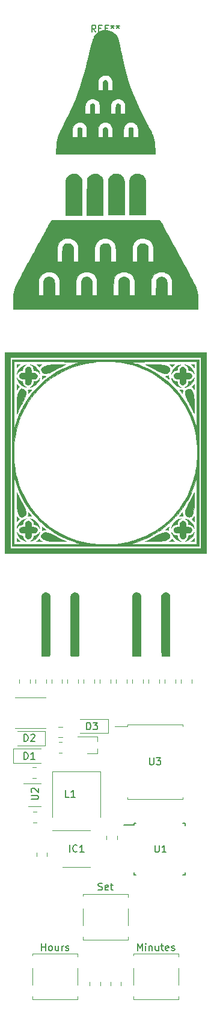
<source format=gto>
G04 #@! TF.GenerationSoftware,KiCad,Pcbnew,(5.1.10)-1*
G04 #@! TF.CreationDate,2021-11-22T20:28:52+00:00*
G04 #@! TF.ProjectId,Big Ben Ornament,42696720-4265-46e2-904f-726e616d656e,rev?*
G04 #@! TF.SameCoordinates,Original*
G04 #@! TF.FileFunction,Legend,Top*
G04 #@! TF.FilePolarity,Positive*
%FSLAX46Y46*%
G04 Gerber Fmt 4.6, Leading zero omitted, Abs format (unit mm)*
G04 Created by KiCad (PCBNEW (5.1.10)-1) date 2021-11-22 20:28:52*
%MOMM*%
%LPD*%
G01*
G04 APERTURE LIST*
%ADD10C,0.150000*%
%ADD11C,0.010000*%
%ADD12C,0.120000*%
G04 APERTURE END LIST*
D10*
X102494840Y-154046821D02*
X102637697Y-154094440D01*
X102875792Y-154094440D01*
X102971030Y-154046821D01*
X103018649Y-153999202D01*
X103066268Y-153903964D01*
X103066268Y-153808726D01*
X103018649Y-153713488D01*
X102971030Y-153665869D01*
X102875792Y-153618250D01*
X102685316Y-153570631D01*
X102590078Y-153523012D01*
X102542459Y-153475393D01*
X102494840Y-153380155D01*
X102494840Y-153284917D01*
X102542459Y-153189679D01*
X102590078Y-153142060D01*
X102685316Y-153094440D01*
X102923411Y-153094440D01*
X103066268Y-153142060D01*
X103875792Y-154046821D02*
X103780554Y-154094440D01*
X103590078Y-154094440D01*
X103494840Y-154046821D01*
X103447220Y-153951583D01*
X103447220Y-153570631D01*
X103494840Y-153475393D01*
X103590078Y-153427774D01*
X103780554Y-153427774D01*
X103875792Y-153475393D01*
X103923411Y-153570631D01*
X103923411Y-153665869D01*
X103447220Y-153761107D01*
X104209125Y-153427774D02*
X104590078Y-153427774D01*
X104351982Y-153094440D02*
X104351982Y-153951583D01*
X104399601Y-154046821D01*
X104494840Y-154094440D01*
X104590078Y-154094440D01*
X108011601Y-162603440D02*
X108011601Y-161603440D01*
X108344935Y-162317726D01*
X108678268Y-161603440D01*
X108678268Y-162603440D01*
X109154459Y-162603440D02*
X109154459Y-161936774D01*
X109154459Y-161603440D02*
X109106840Y-161651060D01*
X109154459Y-161698679D01*
X109202078Y-161651060D01*
X109154459Y-161603440D01*
X109154459Y-161698679D01*
X109630649Y-161936774D02*
X109630649Y-162603440D01*
X109630649Y-162032012D02*
X109678268Y-161984393D01*
X109773506Y-161936774D01*
X109916363Y-161936774D01*
X110011601Y-161984393D01*
X110059220Y-162079631D01*
X110059220Y-162603440D01*
X110963982Y-161936774D02*
X110963982Y-162603440D01*
X110535411Y-161936774D02*
X110535411Y-162460583D01*
X110583030Y-162555821D01*
X110678268Y-162603440D01*
X110821125Y-162603440D01*
X110916363Y-162555821D01*
X110963982Y-162508202D01*
X111297316Y-161936774D02*
X111678268Y-161936774D01*
X111440173Y-161603440D02*
X111440173Y-162460583D01*
X111487792Y-162555821D01*
X111583030Y-162603440D01*
X111678268Y-162603440D01*
X112392554Y-162555821D02*
X112297316Y-162603440D01*
X112106840Y-162603440D01*
X112011601Y-162555821D01*
X111963982Y-162460583D01*
X111963982Y-162079631D01*
X112011601Y-161984393D01*
X112106840Y-161936774D01*
X112297316Y-161936774D01*
X112392554Y-161984393D01*
X112440173Y-162079631D01*
X112440173Y-162174869D01*
X111963982Y-162270107D01*
X112821125Y-162555821D02*
X112916363Y-162603440D01*
X113106840Y-162603440D01*
X113202078Y-162555821D01*
X113249697Y-162460583D01*
X113249697Y-162412964D01*
X113202078Y-162317726D01*
X113106840Y-162270107D01*
X112963982Y-162270107D01*
X112868744Y-162222488D01*
X112821125Y-162127250D01*
X112821125Y-162079631D01*
X112868744Y-161984393D01*
X112963982Y-161936774D01*
X113106840Y-161936774D01*
X113202078Y-161984393D01*
X94478078Y-162603440D02*
X94478078Y-161603440D01*
X94478078Y-162079631D02*
X95049506Y-162079631D01*
X95049506Y-162603440D02*
X95049506Y-161603440D01*
X95668554Y-162603440D02*
X95573316Y-162555821D01*
X95525697Y-162508202D01*
X95478078Y-162412964D01*
X95478078Y-162127250D01*
X95525697Y-162032012D01*
X95573316Y-161984393D01*
X95668554Y-161936774D01*
X95811411Y-161936774D01*
X95906649Y-161984393D01*
X95954268Y-162032012D01*
X96001887Y-162127250D01*
X96001887Y-162412964D01*
X95954268Y-162508202D01*
X95906649Y-162555821D01*
X95811411Y-162603440D01*
X95668554Y-162603440D01*
X96859030Y-161936774D02*
X96859030Y-162603440D01*
X96430459Y-161936774D02*
X96430459Y-162460583D01*
X96478078Y-162555821D01*
X96573316Y-162603440D01*
X96716173Y-162603440D01*
X96811411Y-162555821D01*
X96859030Y-162508202D01*
X97335220Y-162603440D02*
X97335220Y-161936774D01*
X97335220Y-162127250D02*
X97382840Y-162032012D01*
X97430459Y-161984393D01*
X97525697Y-161936774D01*
X97620935Y-161936774D01*
X97906649Y-162555821D02*
X98001887Y-162603440D01*
X98192363Y-162603440D01*
X98287601Y-162555821D01*
X98335220Y-162460583D01*
X98335220Y-162412964D01*
X98287601Y-162317726D01*
X98192363Y-162270107D01*
X98049506Y-162270107D01*
X97954268Y-162222488D01*
X97906649Y-162127250D01*
X97906649Y-162079631D01*
X97954268Y-161984393D01*
X98049506Y-161936774D01*
X98192363Y-161936774D01*
X98287601Y-161984393D01*
D11*
G36*
X92300778Y-80092408D02*
G01*
X92297872Y-80104992D01*
X92286667Y-80106520D01*
X92269244Y-80098775D01*
X92272555Y-80092408D01*
X92297675Y-80089875D01*
X92300778Y-80092408D01*
G37*
X92300778Y-80092408D02*
X92297872Y-80104992D01*
X92286667Y-80106520D01*
X92269244Y-80098775D01*
X92272555Y-80092408D01*
X92297675Y-80089875D01*
X92300778Y-80092408D01*
G36*
X94163952Y-80065296D02*
G01*
X94293494Y-80065921D01*
X94385682Y-80067248D01*
X94445493Y-80069861D01*
X94477907Y-80074346D01*
X94487903Y-80081284D01*
X94480458Y-80091262D01*
X94466833Y-80100825D01*
X94427481Y-80131860D01*
X94369753Y-80183861D01*
X94304378Y-80247052D01*
X94285913Y-80265675D01*
X94157910Y-80396107D01*
X93983032Y-80230146D01*
X93808154Y-80064186D01*
X94163952Y-80065296D01*
G37*
X94163952Y-80065296D02*
X94293494Y-80065921D01*
X94385682Y-80067248D01*
X94445493Y-80069861D01*
X94477907Y-80074346D01*
X94487903Y-80081284D01*
X94480458Y-80091262D01*
X94466833Y-80100825D01*
X94427481Y-80131860D01*
X94369753Y-80183861D01*
X94304378Y-80247052D01*
X94285913Y-80265675D01*
X94157910Y-80396107D01*
X93983032Y-80230146D01*
X93808154Y-80064186D01*
X94163952Y-80065296D01*
G36*
X91292377Y-80192177D02*
G01*
X91227320Y-80249598D01*
X91176507Y-80297161D01*
X91147162Y-80327967D01*
X91142785Y-80335052D01*
X91129358Y-80358115D01*
X91095920Y-80401017D01*
X91068702Y-80432838D01*
X90995500Y-80515739D01*
X90995500Y-80064186D01*
X91441087Y-80064186D01*
X91292377Y-80192177D01*
G37*
X91292377Y-80192177D02*
X91227320Y-80249598D01*
X91176507Y-80297161D01*
X91147162Y-80327967D01*
X91142785Y-80335052D01*
X91129358Y-80358115D01*
X91095920Y-80401017D01*
X91068702Y-80432838D01*
X90995500Y-80515739D01*
X90995500Y-80064186D01*
X91441087Y-80064186D01*
X91292377Y-80192177D01*
G36*
X97265980Y-80063618D02*
G01*
X97421988Y-80065067D01*
X97561025Y-80067446D01*
X97678530Y-80070771D01*
X97769943Y-80075057D01*
X97830704Y-80080317D01*
X97856250Y-80086567D01*
X97853500Y-80090494D01*
X97658254Y-80179295D01*
X97448548Y-80278744D01*
X97232879Y-80384525D01*
X97019742Y-80492323D01*
X96817633Y-80597821D01*
X96635046Y-80696703D01*
X96480477Y-80784654D01*
X96442002Y-80807562D01*
X96332959Y-80869241D01*
X96196854Y-80940043D01*
X96044210Y-81015049D01*
X95885554Y-81089340D01*
X95731409Y-81157995D01*
X95592301Y-81216097D01*
X95478756Y-81258724D01*
X95471451Y-81261198D01*
X95356721Y-81291677D01*
X95226057Y-81313648D01*
X95091534Y-81326268D01*
X94965226Y-81328692D01*
X94859208Y-81320079D01*
X94805500Y-81307699D01*
X94709927Y-81255891D01*
X94620316Y-81171560D01*
X94543048Y-81064514D01*
X94484501Y-80944561D01*
X94451055Y-80821511D01*
X94445667Y-80754439D01*
X94466409Y-80648753D01*
X94527489Y-80548735D01*
X94627185Y-80455235D01*
X94763777Y-80369104D01*
X94935544Y-80291193D01*
X95140764Y-80222351D01*
X95377718Y-80163429D01*
X95644684Y-80115277D01*
X95775817Y-80097139D01*
X95850704Y-80090078D01*
X95954225Y-80083802D01*
X96081821Y-80078327D01*
X96228931Y-80073665D01*
X96390993Y-80069833D01*
X96563448Y-80066845D01*
X96741735Y-80064714D01*
X96921292Y-80063457D01*
X97097561Y-80063086D01*
X97265980Y-80063618D01*
G37*
X97265980Y-80063618D02*
X97421988Y-80065067D01*
X97561025Y-80067446D01*
X97678530Y-80070771D01*
X97769943Y-80075057D01*
X97830704Y-80080317D01*
X97856250Y-80086567D01*
X97853500Y-80090494D01*
X97658254Y-80179295D01*
X97448548Y-80278744D01*
X97232879Y-80384525D01*
X97019742Y-80492323D01*
X96817633Y-80597821D01*
X96635046Y-80696703D01*
X96480477Y-80784654D01*
X96442002Y-80807562D01*
X96332959Y-80869241D01*
X96196854Y-80940043D01*
X96044210Y-81015049D01*
X95885554Y-81089340D01*
X95731409Y-81157995D01*
X95592301Y-81216097D01*
X95478756Y-81258724D01*
X95471451Y-81261198D01*
X95356721Y-81291677D01*
X95226057Y-81313648D01*
X95091534Y-81326268D01*
X94965226Y-81328692D01*
X94859208Y-81320079D01*
X94805500Y-81307699D01*
X94709927Y-81255891D01*
X94620316Y-81171560D01*
X94543048Y-81064514D01*
X94484501Y-80944561D01*
X94451055Y-80821511D01*
X94445667Y-80754439D01*
X94466409Y-80648753D01*
X94527489Y-80548735D01*
X94627185Y-80455235D01*
X94763777Y-80369104D01*
X94935544Y-80291193D01*
X95140764Y-80222351D01*
X95377718Y-80163429D01*
X95644684Y-80115277D01*
X95775817Y-80097139D01*
X95850704Y-80090078D01*
X95954225Y-80083802D01*
X96081821Y-80078327D01*
X96228931Y-80073665D01*
X96390993Y-80069833D01*
X96563448Y-80066845D01*
X96741735Y-80064714D01*
X96921292Y-80063457D01*
X97097561Y-80063086D01*
X97265980Y-80063618D01*
G36*
X92237262Y-80117462D02*
G01*
X92227103Y-80132680D01*
X92191417Y-80154326D01*
X92081326Y-80233617D01*
X91983188Y-80344478D01*
X91903424Y-80476506D01*
X91848457Y-80619303D01*
X91825608Y-80746811D01*
X91815312Y-80889686D01*
X91737331Y-80889686D01*
X91638824Y-80900942D01*
X91525718Y-80930662D01*
X91417911Y-80972772D01*
X91357378Y-81005646D01*
X91264458Y-81078352D01*
X91171488Y-81172755D01*
X91095034Y-81271615D01*
X91082314Y-81291853D01*
X91055301Y-81332266D01*
X91039555Y-81346661D01*
X91037912Y-81343320D01*
X91046193Y-81293497D01*
X91068481Y-81217288D01*
X91100600Y-81126540D01*
X91138378Y-81033096D01*
X91175404Y-80953211D01*
X91309182Y-80732569D01*
X91474012Y-80537194D01*
X91665695Y-80370793D01*
X91880032Y-80237075D01*
X92086702Y-80148468D01*
X92162889Y-80125123D01*
X92214467Y-80114865D01*
X92237262Y-80117462D01*
G37*
X92237262Y-80117462D02*
X92227103Y-80132680D01*
X92191417Y-80154326D01*
X92081326Y-80233617D01*
X91983188Y-80344478D01*
X91903424Y-80476506D01*
X91848457Y-80619303D01*
X91825608Y-80746811D01*
X91815312Y-80889686D01*
X91737331Y-80889686D01*
X91638824Y-80900942D01*
X91525718Y-80930662D01*
X91417911Y-80972772D01*
X91357378Y-81005646D01*
X91264458Y-81078352D01*
X91171488Y-81172755D01*
X91095034Y-81271615D01*
X91082314Y-81291853D01*
X91055301Y-81332266D01*
X91039555Y-81346661D01*
X91037912Y-81343320D01*
X91046193Y-81293497D01*
X91068481Y-81217288D01*
X91100600Y-81126540D01*
X91138378Y-81033096D01*
X91175404Y-80953211D01*
X91309182Y-80732569D01*
X91474012Y-80537194D01*
X91665695Y-80370793D01*
X91880032Y-80237075D01*
X92086702Y-80148468D01*
X92162889Y-80125123D01*
X92214467Y-80114865D01*
X92237262Y-80117462D01*
G36*
X92980363Y-80094850D02*
G01*
X93069256Y-80120944D01*
X93175447Y-80160038D01*
X93288982Y-80208536D01*
X93376750Y-80250842D01*
X93474473Y-80304259D01*
X93558315Y-80359863D01*
X93640858Y-80427165D01*
X93734685Y-80515675D01*
X93758598Y-80539445D01*
X93911169Y-80710039D01*
X94029418Y-80885276D01*
X94120688Y-81077269D01*
X94168693Y-81215699D01*
X94191557Y-81296187D01*
X94202998Y-81348961D01*
X94202986Y-81370734D01*
X94191492Y-81358223D01*
X94169570Y-81310774D01*
X94125127Y-81236871D01*
X94053758Y-81154111D01*
X93966317Y-81072738D01*
X93873658Y-81002994D01*
X93798032Y-80960108D01*
X93654398Y-80912493D01*
X93534885Y-80894555D01*
X93392703Y-80884382D01*
X93381781Y-80748314D01*
X93349001Y-80588516D01*
X93280413Y-80434922D01*
X93182170Y-80296885D01*
X93060424Y-80183758D01*
X92974897Y-80129735D01*
X92931079Y-80103888D01*
X92914175Y-80087889D01*
X92918722Y-80085353D01*
X92980363Y-80094850D01*
G37*
X92980363Y-80094850D02*
X93069256Y-80120944D01*
X93175447Y-80160038D01*
X93288982Y-80208536D01*
X93376750Y-80250842D01*
X93474473Y-80304259D01*
X93558315Y-80359863D01*
X93640858Y-80427165D01*
X93734685Y-80515675D01*
X93758598Y-80539445D01*
X93911169Y-80710039D01*
X94029418Y-80885276D01*
X94120688Y-81077269D01*
X94168693Y-81215699D01*
X94191557Y-81296187D01*
X94202998Y-81348961D01*
X94202986Y-81370734D01*
X94191492Y-81358223D01*
X94169570Y-81310774D01*
X94125127Y-81236871D01*
X94053758Y-81154111D01*
X93966317Y-81072738D01*
X93873658Y-81002994D01*
X93798032Y-80960108D01*
X93654398Y-80912493D01*
X93534885Y-80894555D01*
X93392703Y-80884382D01*
X93381781Y-80748314D01*
X93349001Y-80588516D01*
X93280413Y-80434922D01*
X93182170Y-80296885D01*
X93060424Y-80183758D01*
X92974897Y-80129735D01*
X92931079Y-80103888D01*
X92914175Y-80087889D01*
X92918722Y-80085353D01*
X92980363Y-80094850D01*
G36*
X91037833Y-81387103D02*
G01*
X91027250Y-81397686D01*
X91016667Y-81387103D01*
X91027250Y-81376520D01*
X91037833Y-81387103D01*
G37*
X91037833Y-81387103D02*
X91027250Y-81397686D01*
X91016667Y-81387103D01*
X91027250Y-81376520D01*
X91037833Y-81387103D01*
G36*
X91037833Y-81958603D02*
G01*
X91027250Y-81969186D01*
X91016667Y-81958603D01*
X91027250Y-81948020D01*
X91037833Y-81958603D01*
G37*
X91037833Y-81958603D02*
X91027250Y-81969186D01*
X91016667Y-81958603D01*
X91027250Y-81948020D01*
X91037833Y-81958603D01*
G36*
X94707714Y-81665503D02*
G01*
X94776828Y-81684174D01*
X94866064Y-81700457D01*
X94935799Y-81708828D01*
X95076681Y-81720992D01*
X94851132Y-81901045D01*
X94765155Y-81969838D01*
X94688774Y-82031247D01*
X94629310Y-82079363D01*
X94594086Y-82108280D01*
X94590413Y-82111396D01*
X94568842Y-82126928D01*
X94563023Y-82116836D01*
X94570660Y-82074165D01*
X94573686Y-82060732D01*
X94584374Y-81999985D01*
X94595614Y-81914124D01*
X94605201Y-81820281D01*
X94606321Y-81807056D01*
X94620511Y-81634342D01*
X94707714Y-81665503D01*
G37*
X94707714Y-81665503D02*
X94776828Y-81684174D01*
X94866064Y-81700457D01*
X94935799Y-81708828D01*
X95076681Y-81720992D01*
X94851132Y-81901045D01*
X94765155Y-81969838D01*
X94688774Y-82031247D01*
X94629310Y-82079363D01*
X94594086Y-82108280D01*
X94590413Y-82111396D01*
X94568842Y-82126928D01*
X94563023Y-82116836D01*
X94570660Y-82074165D01*
X94573686Y-82060732D01*
X94584374Y-81999985D01*
X94595614Y-81914124D01*
X94605201Y-81820281D01*
X94606321Y-81807056D01*
X94620511Y-81634342D01*
X94707714Y-81665503D01*
G36*
X92744022Y-80435205D02*
G01*
X92854832Y-80499875D01*
X92870109Y-80512719D01*
X92923981Y-80564217D01*
X92962902Y-80615045D01*
X92989580Y-80673670D01*
X93006720Y-80748556D01*
X93017029Y-80848171D01*
X93023213Y-80980981D01*
X93023597Y-80992890D01*
X93032559Y-81276010D01*
X93256825Y-81266036D01*
X93360283Y-81263618D01*
X93457321Y-81265181D01*
X93534287Y-81270320D01*
X93566079Y-81275158D01*
X93680126Y-81320159D01*
X93770256Y-81393802D01*
X93834518Y-81488537D01*
X93870961Y-81596818D01*
X93877635Y-81711096D01*
X93852587Y-81823824D01*
X93793868Y-81927455D01*
X93747484Y-81976965D01*
X93687218Y-82024310D01*
X93622453Y-82057697D01*
X93544441Y-82079299D01*
X93444436Y-82091287D01*
X93313690Y-82095832D01*
X93267750Y-82096068D01*
X93031751Y-82096186D01*
X93024334Y-82366061D01*
X93020545Y-82480142D01*
X93015375Y-82561605D01*
X93007102Y-82620166D01*
X92994002Y-82665541D01*
X92974354Y-82707444D01*
X92959015Y-82734432D01*
X92888597Y-82819195D01*
X92792848Y-82887641D01*
X92686107Y-82931350D01*
X92604167Y-82942853D01*
X92541592Y-82933171D01*
X92464128Y-82908364D01*
X92417516Y-82887890D01*
X92330631Y-82833515D01*
X92268122Y-82764180D01*
X92249318Y-82734432D01*
X92224931Y-82689868D01*
X92208155Y-82647554D01*
X92197252Y-82597719D01*
X92190483Y-82530596D01*
X92186108Y-82436414D01*
X92184042Y-82367743D01*
X92176668Y-82099550D01*
X91919459Y-82092576D01*
X91775608Y-82085205D01*
X91665713Y-82069931D01*
X91581681Y-82043718D01*
X91515414Y-82003528D01*
X91458817Y-81946323D01*
X91430775Y-81909202D01*
X91373920Y-81795122D01*
X91355346Y-81674781D01*
X91373397Y-81555970D01*
X91426421Y-81446481D01*
X91512764Y-81354105D01*
X91554855Y-81324558D01*
X91598500Y-81298518D01*
X91636220Y-81281114D01*
X91677717Y-81270813D01*
X91732692Y-81266084D01*
X91810849Y-81265393D01*
X91918337Y-81267139D01*
X92180833Y-81272265D01*
X92180951Y-81033351D01*
X92183694Y-80890886D01*
X92193079Y-80781997D01*
X92211082Y-80698184D01*
X92239678Y-80630948D01*
X92280841Y-80571790D01*
X92290963Y-80559943D01*
X92392440Y-80472327D01*
X92506196Y-80421971D01*
X92625600Y-80409417D01*
X92744022Y-80435205D01*
G37*
X92744022Y-80435205D02*
X92854832Y-80499875D01*
X92870109Y-80512719D01*
X92923981Y-80564217D01*
X92962902Y-80615045D01*
X92989580Y-80673670D01*
X93006720Y-80748556D01*
X93017029Y-80848171D01*
X93023213Y-80980981D01*
X93023597Y-80992890D01*
X93032559Y-81276010D01*
X93256825Y-81266036D01*
X93360283Y-81263618D01*
X93457321Y-81265181D01*
X93534287Y-81270320D01*
X93566079Y-81275158D01*
X93680126Y-81320159D01*
X93770256Y-81393802D01*
X93834518Y-81488537D01*
X93870961Y-81596818D01*
X93877635Y-81711096D01*
X93852587Y-81823824D01*
X93793868Y-81927455D01*
X93747484Y-81976965D01*
X93687218Y-82024310D01*
X93622453Y-82057697D01*
X93544441Y-82079299D01*
X93444436Y-82091287D01*
X93313690Y-82095832D01*
X93267750Y-82096068D01*
X93031751Y-82096186D01*
X93024334Y-82366061D01*
X93020545Y-82480142D01*
X93015375Y-82561605D01*
X93007102Y-82620166D01*
X92994002Y-82665541D01*
X92974354Y-82707444D01*
X92959015Y-82734432D01*
X92888597Y-82819195D01*
X92792848Y-82887641D01*
X92686107Y-82931350D01*
X92604167Y-82942853D01*
X92541592Y-82933171D01*
X92464128Y-82908364D01*
X92417516Y-82887890D01*
X92330631Y-82833515D01*
X92268122Y-82764180D01*
X92249318Y-82734432D01*
X92224931Y-82689868D01*
X92208155Y-82647554D01*
X92197252Y-82597719D01*
X92190483Y-82530596D01*
X92186108Y-82436414D01*
X92184042Y-82367743D01*
X92176668Y-82099550D01*
X91919459Y-82092576D01*
X91775608Y-82085205D01*
X91665713Y-82069931D01*
X91581681Y-82043718D01*
X91515414Y-82003528D01*
X91458817Y-81946323D01*
X91430775Y-81909202D01*
X91373920Y-81795122D01*
X91355346Y-81674781D01*
X91373397Y-81555970D01*
X91426421Y-81446481D01*
X91512764Y-81354105D01*
X91554855Y-81324558D01*
X91598500Y-81298518D01*
X91636220Y-81281114D01*
X91677717Y-81270813D01*
X91732692Y-81266084D01*
X91810849Y-81265393D01*
X91918337Y-81267139D01*
X92180833Y-81272265D01*
X92180951Y-81033351D01*
X92183694Y-80890886D01*
X92193079Y-80781997D01*
X92211082Y-80698184D01*
X92239678Y-80630948D01*
X92280841Y-80571790D01*
X92290963Y-80559943D01*
X92392440Y-80472327D01*
X92506196Y-80421971D01*
X92625600Y-80409417D01*
X92744022Y-80435205D01*
G36*
X94204743Y-82000936D02*
G01*
X94191802Y-82053186D01*
X94179255Y-82106770D01*
X94122308Y-82280657D01*
X94031602Y-82460184D01*
X93912929Y-82635901D01*
X93772084Y-82798358D01*
X93729867Y-82839801D01*
X93579905Y-82970210D01*
X93433703Y-83071059D01*
X93277134Y-83151155D01*
X93151177Y-83200521D01*
X93048861Y-83234761D01*
X92978552Y-83254051D01*
X92942023Y-83258228D01*
X92941052Y-83247126D01*
X92977412Y-83220582D01*
X92985167Y-83215872D01*
X93122275Y-83113048D01*
X93235762Y-82986040D01*
X93320861Y-82842609D01*
X93372807Y-82690520D01*
X93387333Y-82560866D01*
X93387333Y-82461587D01*
X93540792Y-82451525D01*
X93711936Y-82419745D01*
X93870054Y-82349768D01*
X94009662Y-82245053D01*
X94125276Y-82109059D01*
X94152842Y-82065438D01*
X94183754Y-82016397D01*
X94202320Y-81993784D01*
X94204743Y-82000936D01*
G37*
X94204743Y-82000936D02*
X94191802Y-82053186D01*
X94179255Y-82106770D01*
X94122308Y-82280657D01*
X94031602Y-82460184D01*
X93912929Y-82635901D01*
X93772084Y-82798358D01*
X93729867Y-82839801D01*
X93579905Y-82970210D01*
X93433703Y-83071059D01*
X93277134Y-83151155D01*
X93151177Y-83200521D01*
X93048861Y-83234761D01*
X92978552Y-83254051D01*
X92942023Y-83258228D01*
X92941052Y-83247126D01*
X92977412Y-83220582D01*
X92985167Y-83215872D01*
X93122275Y-83113048D01*
X93235762Y-82986040D01*
X93320861Y-82842609D01*
X93372807Y-82690520D01*
X93387333Y-82560866D01*
X93387333Y-82461587D01*
X93540792Y-82451525D01*
X93711936Y-82419745D01*
X93870054Y-82349768D01*
X94009662Y-82245053D01*
X94125276Y-82109059D01*
X94152842Y-82065438D01*
X94183754Y-82016397D01*
X94202320Y-81993784D01*
X94204743Y-82000936D01*
G36*
X91054319Y-82013299D02*
G01*
X91081698Y-82059381D01*
X91082727Y-82061327D01*
X91174192Y-82191686D01*
X91296415Y-82301849D01*
X91440306Y-82385922D01*
X91596780Y-82438010D01*
X91683111Y-82450747D01*
X91815696Y-82461390D01*
X91826502Y-82601580D01*
X91839491Y-82694161D01*
X91861763Y-82786985D01*
X91881043Y-82841670D01*
X91942373Y-82947323D01*
X92030665Y-83055188D01*
X92133667Y-83151526D01*
X92200852Y-83200281D01*
X92253047Y-83235299D01*
X92272548Y-83253674D01*
X92257719Y-83255606D01*
X92206923Y-83241297D01*
X92118523Y-83210947D01*
X92117333Y-83210524D01*
X91867501Y-83101243D01*
X91645742Y-82961805D01*
X91453705Y-82793844D01*
X91293044Y-82598993D01*
X91165411Y-82378886D01*
X91091660Y-82196153D01*
X91060486Y-82098235D01*
X91043808Y-82034163D01*
X91041720Y-82005372D01*
X91054319Y-82013299D01*
G37*
X91054319Y-82013299D02*
X91081698Y-82059381D01*
X91082727Y-82061327D01*
X91174192Y-82191686D01*
X91296415Y-82301849D01*
X91440306Y-82385922D01*
X91596780Y-82438010D01*
X91683111Y-82450747D01*
X91815696Y-82461390D01*
X91826502Y-82601580D01*
X91839491Y-82694161D01*
X91861763Y-82786985D01*
X91881043Y-82841670D01*
X91942373Y-82947323D01*
X92030665Y-83055188D01*
X92133667Y-83151526D01*
X92200852Y-83200281D01*
X92253047Y-83235299D01*
X92272548Y-83253674D01*
X92257719Y-83255606D01*
X92206923Y-83241297D01*
X92118523Y-83210947D01*
X92117333Y-83210524D01*
X91867501Y-83101243D01*
X91645742Y-82961805D01*
X91453705Y-82793844D01*
X91293044Y-82598993D01*
X91165411Y-82378886D01*
X91091660Y-82196153D01*
X91060486Y-82098235D01*
X91043808Y-82034163D01*
X91041720Y-82005372D01*
X91054319Y-82013299D01*
G36*
X92893444Y-83267408D02*
G01*
X92890539Y-83279992D01*
X92879333Y-83281520D01*
X92861911Y-83273775D01*
X92865222Y-83267408D01*
X92890342Y-83264875D01*
X92893444Y-83267408D01*
G37*
X92893444Y-83267408D02*
X92890539Y-83279992D01*
X92879333Y-83281520D01*
X92861911Y-83273775D01*
X92865222Y-83267408D01*
X92890342Y-83264875D01*
X92893444Y-83267408D01*
G36*
X91097745Y-82957629D02*
G01*
X91160985Y-83030008D01*
X91226743Y-83099629D01*
X91278398Y-83149228D01*
X91319657Y-83188246D01*
X91339844Y-83213175D01*
X91338713Y-83218020D01*
X91305959Y-83233197D01*
X91255425Y-83273194D01*
X91195692Y-83329702D01*
X91135341Y-83394417D01*
X91082953Y-83459032D01*
X91068288Y-83479786D01*
X90995500Y-83587871D01*
X90995500Y-82834822D01*
X91097745Y-82957629D01*
G37*
X91097745Y-82957629D02*
X91160985Y-83030008D01*
X91226743Y-83099629D01*
X91278398Y-83149228D01*
X91319657Y-83188246D01*
X91339844Y-83213175D01*
X91338713Y-83218020D01*
X91305959Y-83233197D01*
X91255425Y-83273194D01*
X91195692Y-83329702D01*
X91135341Y-83394417D01*
X91082953Y-83459032D01*
X91068288Y-83479786D01*
X90995500Y-83587871D01*
X90995500Y-82834822D01*
X91097745Y-82957629D01*
G36*
X93049783Y-83643146D02*
G01*
X93016368Y-83687532D01*
X92965035Y-83753429D01*
X92900179Y-83835170D01*
X92855814Y-83890439D01*
X92646500Y-84150108D01*
X92646500Y-84026094D01*
X92640578Y-83934432D01*
X92625505Y-83840025D01*
X92614979Y-83798175D01*
X92596903Y-83735851D01*
X92585390Y-83690904D01*
X92583229Y-83678395D01*
X92602190Y-83669504D01*
X92651139Y-83663688D01*
X92694125Y-83662397D01*
X92781461Y-83658527D01*
X92880775Y-83648793D01*
X92930947Y-83641691D01*
X92997987Y-83631552D01*
X93045216Y-83625999D01*
X93060886Y-83625938D01*
X93049783Y-83643146D01*
G37*
X93049783Y-83643146D02*
X93016368Y-83687532D01*
X92965035Y-83753429D01*
X92900179Y-83835170D01*
X92855814Y-83890439D01*
X92646500Y-84150108D01*
X92646500Y-84026094D01*
X92640578Y-83934432D01*
X92625505Y-83840025D01*
X92614979Y-83798175D01*
X92596903Y-83735851D01*
X92585390Y-83690904D01*
X92583229Y-83678395D01*
X92602190Y-83669504D01*
X92651139Y-83663688D01*
X92694125Y-83662397D01*
X92781461Y-83658527D01*
X92880775Y-83648793D01*
X92930947Y-83641691D01*
X92997987Y-83631552D01*
X93045216Y-83625999D01*
X93060886Y-83625938D01*
X93049783Y-83643146D01*
G36*
X91762762Y-83497446D02*
G01*
X91882706Y-83529577D01*
X92000088Y-83587172D01*
X92106723Y-83666662D01*
X92194428Y-83764476D01*
X92229769Y-83821270D01*
X92252900Y-83873005D01*
X92266499Y-83929784D01*
X92272601Y-84004453D01*
X92273376Y-84096436D01*
X92270343Y-84192427D01*
X92261173Y-84275017D01*
X92243016Y-84359294D01*
X92213022Y-84460346D01*
X92193405Y-84519770D01*
X92135292Y-84676086D01*
X92058017Y-84858945D01*
X91965728Y-85059549D01*
X91862570Y-85269100D01*
X91752692Y-85478802D01*
X91676050Y-85617351D01*
X91560999Y-85822486D01*
X91462888Y-86002322D01*
X91376242Y-86167469D01*
X91295583Y-86328538D01*
X91215438Y-86496141D01*
X91153522Y-86630000D01*
X90995695Y-86975103D01*
X90995964Y-86075520D01*
X90996442Y-85820218D01*
X90997892Y-85601890D01*
X91000584Y-85415179D01*
X91004790Y-85254730D01*
X91010781Y-85115188D01*
X91018828Y-84991199D01*
X91029203Y-84877406D01*
X91042175Y-84768456D01*
X91058018Y-84658992D01*
X91072056Y-84572686D01*
X91119299Y-84339241D01*
X91178025Y-84126565D01*
X91246496Y-83938495D01*
X91322969Y-83778865D01*
X91405706Y-83651512D01*
X91492965Y-83560271D01*
X91547924Y-83523855D01*
X91648440Y-83494348D01*
X91762762Y-83497446D01*
G37*
X91762762Y-83497446D02*
X91882706Y-83529577D01*
X92000088Y-83587172D01*
X92106723Y-83666662D01*
X92194428Y-83764476D01*
X92229769Y-83821270D01*
X92252900Y-83873005D01*
X92266499Y-83929784D01*
X92272601Y-84004453D01*
X92273376Y-84096436D01*
X92270343Y-84192427D01*
X92261173Y-84275017D01*
X92243016Y-84359294D01*
X92213022Y-84460346D01*
X92193405Y-84519770D01*
X92135292Y-84676086D01*
X92058017Y-84858945D01*
X91965728Y-85059549D01*
X91862570Y-85269100D01*
X91752692Y-85478802D01*
X91676050Y-85617351D01*
X91560999Y-85822486D01*
X91462888Y-86002322D01*
X91376242Y-86167469D01*
X91295583Y-86328538D01*
X91215438Y-86496141D01*
X91153522Y-86630000D01*
X90995695Y-86975103D01*
X90995964Y-86075520D01*
X90996442Y-85820218D01*
X90997892Y-85601890D01*
X91000584Y-85415179D01*
X91004790Y-85254730D01*
X91010781Y-85115188D01*
X91018828Y-84991199D01*
X91029203Y-84877406D01*
X91042175Y-84768456D01*
X91058018Y-84658992D01*
X91072056Y-84572686D01*
X91119299Y-84339241D01*
X91178025Y-84126565D01*
X91246496Y-83938495D01*
X91322969Y-83778865D01*
X91405706Y-83651512D01*
X91492965Y-83560271D01*
X91547924Y-83523855D01*
X91648440Y-83494348D01*
X91762762Y-83497446D01*
G36*
X114695111Y-80092408D02*
G01*
X114692205Y-80104992D01*
X114681000Y-80106520D01*
X114663577Y-80098775D01*
X114666889Y-80092408D01*
X114692009Y-80089875D01*
X114695111Y-80092408D01*
G37*
X114695111Y-80092408D02*
X114692205Y-80104992D01*
X114681000Y-80106520D01*
X114663577Y-80098775D01*
X114666889Y-80092408D01*
X114692009Y-80089875D01*
X114695111Y-80092408D01*
G36*
X113102118Y-80154145D02*
G01*
X113032314Y-80217120D01*
X112962481Y-80283444D01*
X112924513Y-80321500D01*
X112850083Y-80398897D01*
X112723083Y-80267040D01*
X112658027Y-80201860D01*
X112597436Y-80145237D01*
X112551946Y-80106997D01*
X112543167Y-80100794D01*
X112526162Y-80088260D01*
X112522938Y-80079174D01*
X112538464Y-80072955D01*
X112577711Y-80069026D01*
X112645647Y-80066806D01*
X112747244Y-80065717D01*
X112847772Y-80065296D01*
X113205293Y-80064186D01*
X113102118Y-80154145D01*
G37*
X113102118Y-80154145D02*
X113032314Y-80217120D01*
X112962481Y-80283444D01*
X112924513Y-80321500D01*
X112850083Y-80398897D01*
X112723083Y-80267040D01*
X112658027Y-80201860D01*
X112597436Y-80145237D01*
X112551946Y-80106997D01*
X112543167Y-80100794D01*
X112526162Y-80088260D01*
X112522938Y-80079174D01*
X112538464Y-80072955D01*
X112577711Y-80069026D01*
X112645647Y-80066806D01*
X112747244Y-80065717D01*
X112847772Y-80065296D01*
X113205293Y-80064186D01*
X113102118Y-80154145D01*
G36*
X115993333Y-80286436D02*
G01*
X115992864Y-80377571D01*
X115991596Y-80450450D01*
X115989737Y-80496371D01*
X115988042Y-80507885D01*
X115973430Y-80492116D01*
X115941075Y-80452133D01*
X115908667Y-80410464D01*
X115856679Y-80350061D01*
X115785400Y-80276714D01*
X115708368Y-80204207D01*
X115691165Y-80189015D01*
X115547746Y-80064186D01*
X115993333Y-80064186D01*
X115993333Y-80286436D01*
G37*
X115993333Y-80286436D02*
X115992864Y-80377571D01*
X115991596Y-80450450D01*
X115989737Y-80496371D01*
X115988042Y-80507885D01*
X115973430Y-80492116D01*
X115941075Y-80452133D01*
X115908667Y-80410464D01*
X115856679Y-80350061D01*
X115785400Y-80276714D01*
X115708368Y-80204207D01*
X115691165Y-80189015D01*
X115547746Y-80064186D01*
X115993333Y-80064186D01*
X115993333Y-80286436D01*
G36*
X114766714Y-80113283D02*
G01*
X114786833Y-80117316D01*
X114847940Y-80133884D01*
X114927158Y-80160479D01*
X114982872Y-80181655D01*
X115206079Y-80293745D01*
X115410187Y-80440528D01*
X115590387Y-80616963D01*
X115741867Y-80818007D01*
X115859817Y-81038618D01*
X115901052Y-81144019D01*
X115924626Y-81218436D01*
X115939374Y-81277803D01*
X115944912Y-81316637D01*
X115940859Y-81329455D01*
X115926835Y-81310776D01*
X115910110Y-81274172D01*
X115881005Y-81227115D01*
X115829944Y-81165101D01*
X115767273Y-81100537D01*
X115758598Y-81092406D01*
X115621880Y-80987867D01*
X115472303Y-80918654D01*
X115299767Y-80880153D01*
X115291836Y-80879135D01*
X115173167Y-80864308D01*
X115159306Y-80746379D01*
X115117756Y-80569158D01*
X115038383Y-80407413D01*
X114924560Y-80266881D01*
X114830346Y-80187186D01*
X114769703Y-80142769D01*
X114740718Y-80118593D01*
X114740639Y-80110237D01*
X114766714Y-80113283D01*
G37*
X114766714Y-80113283D02*
X114786833Y-80117316D01*
X114847940Y-80133884D01*
X114927158Y-80160479D01*
X114982872Y-80181655D01*
X115206079Y-80293745D01*
X115410187Y-80440528D01*
X115590387Y-80616963D01*
X115741867Y-80818007D01*
X115859817Y-81038618D01*
X115901052Y-81144019D01*
X115924626Y-81218436D01*
X115939374Y-81277803D01*
X115944912Y-81316637D01*
X115940859Y-81329455D01*
X115926835Y-81310776D01*
X115910110Y-81274172D01*
X115881005Y-81227115D01*
X115829944Y-81165101D01*
X115767273Y-81100537D01*
X115758598Y-81092406D01*
X115621880Y-80987867D01*
X115472303Y-80918654D01*
X115299767Y-80880153D01*
X115291836Y-80879135D01*
X115173167Y-80864308D01*
X115159306Y-80746379D01*
X115117756Y-80569158D01*
X115038383Y-80407413D01*
X114924560Y-80266881D01*
X114830346Y-80187186D01*
X114769703Y-80142769D01*
X114740718Y-80118593D01*
X114740639Y-80110237D01*
X114766714Y-80113283D01*
G36*
X114077514Y-80095189D02*
G01*
X114038705Y-80119630D01*
X113991032Y-80147629D01*
X113888946Y-80220623D01*
X113793187Y-80315231D01*
X113710270Y-80422258D01*
X113646712Y-80532508D01*
X113609031Y-80636784D01*
X113601500Y-80697334D01*
X113597380Y-80746466D01*
X113588717Y-80800143D01*
X113579377Y-80834066D01*
X113561511Y-80855286D01*
X113525105Y-80869190D01*
X113460145Y-80881163D01*
X113429503Y-80885792D01*
X113247242Y-80932672D01*
X113085646Y-81014976D01*
X112948332Y-81130413D01*
X112856060Y-81248709D01*
X112821849Y-81300575D01*
X112805765Y-81318797D01*
X112804062Y-81305972D01*
X112809108Y-81281270D01*
X112836215Y-81192221D01*
X112879530Y-81081917D01*
X112932588Y-80964849D01*
X112988921Y-80855511D01*
X113029565Y-80787093D01*
X113154936Y-80623894D01*
X113310599Y-80469993D01*
X113485328Y-80334672D01*
X113667903Y-80227216D01*
X113752123Y-80189421D01*
X113820114Y-80164125D01*
X113899867Y-80137298D01*
X113978943Y-80112774D01*
X114044902Y-80094386D01*
X114085305Y-80085968D01*
X114088333Y-80085803D01*
X114077514Y-80095189D01*
G37*
X114077514Y-80095189D02*
X114038705Y-80119630D01*
X113991032Y-80147629D01*
X113888946Y-80220623D01*
X113793187Y-80315231D01*
X113710270Y-80422258D01*
X113646712Y-80532508D01*
X113609031Y-80636784D01*
X113601500Y-80697334D01*
X113597380Y-80746466D01*
X113588717Y-80800143D01*
X113579377Y-80834066D01*
X113561511Y-80855286D01*
X113525105Y-80869190D01*
X113460145Y-80881163D01*
X113429503Y-80885792D01*
X113247242Y-80932672D01*
X113085646Y-81014976D01*
X112948332Y-81130413D01*
X112856060Y-81248709D01*
X112821849Y-81300575D01*
X112805765Y-81318797D01*
X112804062Y-81305972D01*
X112809108Y-81281270D01*
X112836215Y-81192221D01*
X112879530Y-81081917D01*
X112932588Y-80964849D01*
X112988921Y-80855511D01*
X113029565Y-80787093D01*
X113154936Y-80623894D01*
X113310599Y-80469993D01*
X113485328Y-80334672D01*
X113667903Y-80227216D01*
X113752123Y-80189421D01*
X113820114Y-80164125D01*
X113899867Y-80137298D01*
X113978943Y-80112774D01*
X114044902Y-80094386D01*
X114085305Y-80085968D01*
X114088333Y-80085803D01*
X114077514Y-80095189D01*
G36*
X110288695Y-80065401D02*
G01*
X110503926Y-80066418D01*
X110685649Y-80068473D01*
X110838275Y-80071681D01*
X110966213Y-80076158D01*
X111073872Y-80082017D01*
X111165661Y-80089375D01*
X111231465Y-80096519D01*
X111510657Y-80138802D01*
X111763412Y-80193546D01*
X111986983Y-80259721D01*
X112178623Y-80336293D01*
X112335585Y-80422230D01*
X112455122Y-80516500D01*
X112507197Y-80575901D01*
X112549839Y-80667578D01*
X112560450Y-80778103D01*
X112538894Y-80898490D01*
X112513069Y-80966108D01*
X112448530Y-81090301D01*
X112381722Y-81180894D01*
X112305350Y-81246322D01*
X112238727Y-81283340D01*
X112124893Y-81318426D01*
X111985465Y-81333052D01*
X111832018Y-81327016D01*
X111676132Y-81300114D01*
X111650853Y-81293622D01*
X111502245Y-81246480D01*
X111326073Y-81178731D01*
X111129669Y-81093728D01*
X110920368Y-80994827D01*
X110705502Y-80885384D01*
X110492406Y-80768754D01*
X110447667Y-80743143D01*
X110329033Y-80676720D01*
X110181568Y-80597331D01*
X110014832Y-80509853D01*
X109838383Y-80419163D01*
X109661779Y-80330137D01*
X109494581Y-80247652D01*
X109346346Y-80176586D01*
X109251750Y-80132987D01*
X109103583Y-80066429D01*
X110035549Y-80065307D01*
X110288695Y-80065401D01*
G37*
X110288695Y-80065401D02*
X110503926Y-80066418D01*
X110685649Y-80068473D01*
X110838275Y-80071681D01*
X110966213Y-80076158D01*
X111073872Y-80082017D01*
X111165661Y-80089375D01*
X111231465Y-80096519D01*
X111510657Y-80138802D01*
X111763412Y-80193546D01*
X111986983Y-80259721D01*
X112178623Y-80336293D01*
X112335585Y-80422230D01*
X112455122Y-80516500D01*
X112507197Y-80575901D01*
X112549839Y-80667578D01*
X112560450Y-80778103D01*
X112538894Y-80898490D01*
X112513069Y-80966108D01*
X112448530Y-81090301D01*
X112381722Y-81180894D01*
X112305350Y-81246322D01*
X112238727Y-81283340D01*
X112124893Y-81318426D01*
X111985465Y-81333052D01*
X111832018Y-81327016D01*
X111676132Y-81300114D01*
X111650853Y-81293622D01*
X111502245Y-81246480D01*
X111326073Y-81178731D01*
X111129669Y-81093728D01*
X110920368Y-80994827D01*
X110705502Y-80885384D01*
X110492406Y-80768754D01*
X110447667Y-80743143D01*
X110329033Y-80676720D01*
X110181568Y-80597331D01*
X110014832Y-80509853D01*
X109838383Y-80419163D01*
X109661779Y-80330137D01*
X109494581Y-80247652D01*
X109346346Y-80176586D01*
X109251750Y-80132987D01*
X109103583Y-80066429D01*
X110035549Y-80065307D01*
X110288695Y-80065401D01*
G36*
X115972167Y-81365936D02*
G01*
X115961583Y-81376520D01*
X115951000Y-81365936D01*
X115961583Y-81355353D01*
X115972167Y-81365936D01*
G37*
X115972167Y-81365936D02*
X115961583Y-81376520D01*
X115951000Y-81365936D01*
X115961583Y-81355353D01*
X115972167Y-81365936D01*
G36*
X112797167Y-81387103D02*
G01*
X112786583Y-81397686D01*
X112776000Y-81387103D01*
X112786583Y-81376520D01*
X112797167Y-81387103D01*
G37*
X112797167Y-81387103D02*
X112786583Y-81397686D01*
X112776000Y-81387103D01*
X112786583Y-81376520D01*
X112797167Y-81387103D01*
G36*
X112395517Y-81785263D02*
G01*
X112398917Y-81877873D01*
X112407266Y-81968293D01*
X112417418Y-82030188D01*
X112429015Y-82086702D01*
X112433599Y-82122291D01*
X112432776Y-82127800D01*
X112415208Y-82116858D01*
X112370746Y-82083484D01*
X112305168Y-82032167D01*
X112224249Y-81967396D01*
X112177201Y-81929215D01*
X111927653Y-81725770D01*
X112071368Y-81709729D01*
X112161888Y-81696488D01*
X112250161Y-81678497D01*
X112305042Y-81663389D01*
X112395000Y-81633089D01*
X112395517Y-81785263D01*
G37*
X112395517Y-81785263D02*
X112398917Y-81877873D01*
X112407266Y-81968293D01*
X112417418Y-82030188D01*
X112429015Y-82086702D01*
X112433599Y-82122291D01*
X112432776Y-82127800D01*
X112415208Y-82116858D01*
X112370746Y-82083484D01*
X112305168Y-82032167D01*
X112224249Y-81967396D01*
X112177201Y-81929215D01*
X111927653Y-81725770D01*
X112071368Y-81709729D01*
X112161888Y-81696488D01*
X112250161Y-81678497D01*
X112305042Y-81663389D01*
X112395000Y-81633089D01*
X112395517Y-81785263D01*
G36*
X114489119Y-80433740D02*
G01*
X114592935Y-80476748D01*
X114681752Y-80550283D01*
X114741936Y-80640972D01*
X114761696Y-80687871D01*
X114774775Y-80738066D01*
X114782462Y-80801627D01*
X114786047Y-80888626D01*
X114786833Y-80991619D01*
X114786833Y-81249520D01*
X115037675Y-81249520D01*
X115196883Y-81253978D01*
X115321215Y-81269095D01*
X115417356Y-81297487D01*
X115491991Y-81341767D01*
X115551806Y-81404549D01*
X115591349Y-81466037D01*
X115633196Y-81581063D01*
X115638282Y-81702542D01*
X115608969Y-81820755D01*
X115547620Y-81925981D01*
X115460105Y-82006204D01*
X115422604Y-82029584D01*
X115386952Y-82045949D01*
X115344426Y-82056793D01*
X115286304Y-82063607D01*
X115203864Y-82067885D01*
X115088384Y-82071118D01*
X115079523Y-82071328D01*
X114786833Y-82078219D01*
X114786833Y-82350408D01*
X114785175Y-82485342D01*
X114778953Y-82586314D01*
X114766298Y-82661607D01*
X114745341Y-82719507D01*
X114714212Y-82768298D01*
X114684945Y-82801916D01*
X114580101Y-82885254D01*
X114461936Y-82931462D01*
X114337361Y-82939086D01*
X114213286Y-82906675D01*
X114204750Y-82902847D01*
X114118581Y-82854348D01*
X114054257Y-82795142D01*
X114009076Y-82718980D01*
X113980334Y-82619617D01*
X113965329Y-82490806D01*
X113961333Y-82340283D01*
X113961333Y-82075020D01*
X113698128Y-82075020D01*
X113565894Y-82073376D01*
X113467160Y-82067000D01*
X113393171Y-82053721D01*
X113335171Y-82031369D01*
X113284406Y-81997776D01*
X113244434Y-81962596D01*
X113165411Y-81861819D01*
X113122709Y-81749285D01*
X113114915Y-81632433D01*
X113140618Y-81518699D01*
X113198406Y-81415521D01*
X113286868Y-81330336D01*
X113373567Y-81282280D01*
X113431869Y-81265624D01*
X113515663Y-81255129D01*
X113631537Y-81250147D01*
X113706653Y-81249520D01*
X113961333Y-81249520D01*
X113961798Y-81000811D01*
X113963565Y-80881398D01*
X113969121Y-80794500D01*
X113979623Y-80730377D01*
X113996229Y-80679293D01*
X114001462Y-80667436D01*
X114070381Y-80561738D01*
X114160932Y-80485258D01*
X114265790Y-80438257D01*
X114377628Y-80420997D01*
X114489119Y-80433740D01*
G37*
X114489119Y-80433740D02*
X114592935Y-80476748D01*
X114681752Y-80550283D01*
X114741936Y-80640972D01*
X114761696Y-80687871D01*
X114774775Y-80738066D01*
X114782462Y-80801627D01*
X114786047Y-80888626D01*
X114786833Y-80991619D01*
X114786833Y-81249520D01*
X115037675Y-81249520D01*
X115196883Y-81253978D01*
X115321215Y-81269095D01*
X115417356Y-81297487D01*
X115491991Y-81341767D01*
X115551806Y-81404549D01*
X115591349Y-81466037D01*
X115633196Y-81581063D01*
X115638282Y-81702542D01*
X115608969Y-81820755D01*
X115547620Y-81925981D01*
X115460105Y-82006204D01*
X115422604Y-82029584D01*
X115386952Y-82045949D01*
X115344426Y-82056793D01*
X115286304Y-82063607D01*
X115203864Y-82067885D01*
X115088384Y-82071118D01*
X115079523Y-82071328D01*
X114786833Y-82078219D01*
X114786833Y-82350408D01*
X114785175Y-82485342D01*
X114778953Y-82586314D01*
X114766298Y-82661607D01*
X114745341Y-82719507D01*
X114714212Y-82768298D01*
X114684945Y-82801916D01*
X114580101Y-82885254D01*
X114461936Y-82931462D01*
X114337361Y-82939086D01*
X114213286Y-82906675D01*
X114204750Y-82902847D01*
X114118581Y-82854348D01*
X114054257Y-82795142D01*
X114009076Y-82718980D01*
X113980334Y-82619617D01*
X113965329Y-82490806D01*
X113961333Y-82340283D01*
X113961333Y-82075020D01*
X113698128Y-82075020D01*
X113565894Y-82073376D01*
X113467160Y-82067000D01*
X113393171Y-82053721D01*
X113335171Y-82031369D01*
X113284406Y-81997776D01*
X113244434Y-81962596D01*
X113165411Y-81861819D01*
X113122709Y-81749285D01*
X113114915Y-81632433D01*
X113140618Y-81518699D01*
X113198406Y-81415521D01*
X113286868Y-81330336D01*
X113373567Y-81282280D01*
X113431869Y-81265624D01*
X113515663Y-81255129D01*
X113631537Y-81250147D01*
X113706653Y-81249520D01*
X113961333Y-81249520D01*
X113961798Y-81000811D01*
X113963565Y-80881398D01*
X113969121Y-80794500D01*
X113979623Y-80730377D01*
X113996229Y-80679293D01*
X114001462Y-80667436D01*
X114070381Y-80561738D01*
X114160932Y-80485258D01*
X114265790Y-80438257D01*
X114377628Y-80420997D01*
X114489119Y-80433740D01*
G36*
X115968698Y-81975968D02*
G01*
X115956809Y-82031263D01*
X115940701Y-82095089D01*
X115885869Y-82264670D01*
X115808462Y-82429435D01*
X115727898Y-82564632D01*
X115572727Y-82767209D01*
X115386660Y-82941908D01*
X115172306Y-83086723D01*
X114932278Y-83199648D01*
X114873954Y-83220816D01*
X114786917Y-83248302D01*
X114736988Y-83258272D01*
X114724604Y-83250831D01*
X114750204Y-83226083D01*
X114787981Y-83200408D01*
X114928514Y-83087087D01*
X115039928Y-82947423D01*
X115118080Y-82788111D01*
X115158824Y-82615845D01*
X115160659Y-82598397D01*
X115173446Y-82461463D01*
X115302236Y-82448002D01*
X115462111Y-82412496D01*
X115615009Y-82343536D01*
X115751910Y-82247184D01*
X115863797Y-82129498D01*
X115927269Y-82028074D01*
X115954287Y-81976163D01*
X115967977Y-81958198D01*
X115968698Y-81975968D01*
G37*
X115968698Y-81975968D02*
X115956809Y-82031263D01*
X115940701Y-82095089D01*
X115885869Y-82264670D01*
X115808462Y-82429435D01*
X115727898Y-82564632D01*
X115572727Y-82767209D01*
X115386660Y-82941908D01*
X115172306Y-83086723D01*
X114932278Y-83199648D01*
X114873954Y-83220816D01*
X114786917Y-83248302D01*
X114736988Y-83258272D01*
X114724604Y-83250831D01*
X114750204Y-83226083D01*
X114787981Y-83200408D01*
X114928514Y-83087087D01*
X115039928Y-82947423D01*
X115118080Y-82788111D01*
X115158824Y-82615845D01*
X115160659Y-82598397D01*
X115173446Y-82461463D01*
X115302236Y-82448002D01*
X115462111Y-82412496D01*
X115615009Y-82343536D01*
X115751910Y-82247184D01*
X115863797Y-82129498D01*
X115927269Y-82028074D01*
X115954287Y-81976163D01*
X115967977Y-81958198D01*
X115968698Y-81975968D01*
G36*
X112807177Y-81998281D02*
G01*
X112835665Y-82043702D01*
X112917909Y-82156767D01*
X113022888Y-82262732D01*
X113135878Y-82347483D01*
X113176775Y-82370643D01*
X113243390Y-82396925D01*
X113332292Y-82422138D01*
X113419670Y-82440001D01*
X113575082Y-82464728D01*
X113596129Y-82613832D01*
X113640077Y-82798239D01*
X113716946Y-82956704D01*
X113828199Y-83091613D01*
X113947598Y-83187338D01*
X114004275Y-83228406D01*
X114024967Y-83251430D01*
X114009031Y-83256572D01*
X113955829Y-83243994D01*
X113864720Y-83213858D01*
X113855500Y-83210595D01*
X113663004Y-83131221D01*
X113496075Y-83036171D01*
X113339120Y-82915798D01*
X113255633Y-82839382D01*
X113109905Y-82677800D01*
X112983770Y-82495141D01*
X112884174Y-82302899D01*
X112819290Y-82117353D01*
X112801841Y-82049796D01*
X112787382Y-81993614D01*
X112783836Y-81979770D01*
X112787342Y-81973301D01*
X112807177Y-81998281D01*
G37*
X112807177Y-81998281D02*
X112835665Y-82043702D01*
X112917909Y-82156767D01*
X113022888Y-82262732D01*
X113135878Y-82347483D01*
X113176775Y-82370643D01*
X113243390Y-82396925D01*
X113332292Y-82422138D01*
X113419670Y-82440001D01*
X113575082Y-82464728D01*
X113596129Y-82613832D01*
X113640077Y-82798239D01*
X113716946Y-82956704D01*
X113828199Y-83091613D01*
X113947598Y-83187338D01*
X114004275Y-83228406D01*
X114024967Y-83251430D01*
X114009031Y-83256572D01*
X113955829Y-83243994D01*
X113864720Y-83213858D01*
X113855500Y-83210595D01*
X113663004Y-83131221D01*
X113496075Y-83036171D01*
X113339120Y-82915798D01*
X113255633Y-82839382D01*
X113109905Y-82677800D01*
X112983770Y-82495141D01*
X112884174Y-82302899D01*
X112819290Y-82117353D01*
X112801841Y-82049796D01*
X112787382Y-81993614D01*
X112783836Y-81979770D01*
X112787342Y-81973301D01*
X112807177Y-81998281D01*
G36*
X114673944Y-83267408D02*
G01*
X114671039Y-83279992D01*
X114659833Y-83281520D01*
X114642411Y-83273775D01*
X114645722Y-83267408D01*
X114670842Y-83264875D01*
X114673944Y-83267408D01*
G37*
X114673944Y-83267408D02*
X114671039Y-83279992D01*
X114659833Y-83281520D01*
X114642411Y-83273775D01*
X114645722Y-83267408D01*
X114670842Y-83264875D01*
X114673944Y-83267408D01*
G36*
X114102444Y-83267408D02*
G01*
X114099539Y-83279992D01*
X114088333Y-83281520D01*
X114070911Y-83273775D01*
X114074222Y-83267408D01*
X114099342Y-83264875D01*
X114102444Y-83267408D01*
G37*
X114102444Y-83267408D02*
X114099539Y-83279992D01*
X114088333Y-83281520D01*
X114070911Y-83273775D01*
X114074222Y-83267408D01*
X114099342Y-83264875D01*
X114102444Y-83267408D01*
G36*
X115993333Y-83214210D02*
G01*
X115992845Y-83332955D01*
X115991493Y-83435456D01*
X115989443Y-83514877D01*
X115986861Y-83564380D01*
X115984476Y-83577853D01*
X115968920Y-83561665D01*
X115940850Y-83521235D01*
X115930609Y-83505025D01*
X115891941Y-83453798D01*
X115833535Y-83389046D01*
X115767922Y-83324648D01*
X115766861Y-83323677D01*
X115648123Y-83215157D01*
X115742271Y-83126630D01*
X115811363Y-83057945D01*
X115882517Y-82981568D01*
X115914876Y-82944335D01*
X115993333Y-82850566D01*
X115993333Y-83214210D01*
G37*
X115993333Y-83214210D02*
X115992845Y-83332955D01*
X115991493Y-83435456D01*
X115989443Y-83514877D01*
X115986861Y-83564380D01*
X115984476Y-83577853D01*
X115968920Y-83561665D01*
X115940850Y-83521235D01*
X115930609Y-83505025D01*
X115891941Y-83453798D01*
X115833535Y-83389046D01*
X115767922Y-83324648D01*
X115766861Y-83323677D01*
X115648123Y-83215157D01*
X115742271Y-83126630D01*
X115811363Y-83057945D01*
X115882517Y-82981568D01*
X115914876Y-82944335D01*
X115993333Y-82850566D01*
X115993333Y-83214210D01*
G36*
X113946208Y-83626838D02*
G01*
X113950750Y-83628552D01*
X113989290Y-83636797D01*
X114058763Y-83645393D01*
X114147801Y-83653090D01*
X114208066Y-83656873D01*
X114423048Y-83668397D01*
X114391275Y-83755417D01*
X114372642Y-83822924D01*
X114355799Y-83911961D01*
X114345626Y-83991790D01*
X114331750Y-84141144D01*
X114188610Y-83960040D01*
X114121371Y-83875263D01*
X114055893Y-83793215D01*
X114001456Y-83725500D01*
X113976944Y-83695346D01*
X113940042Y-83647668D01*
X113930384Y-83626330D01*
X113946208Y-83626838D01*
G37*
X113946208Y-83626838D02*
X113950750Y-83628552D01*
X113989290Y-83636797D01*
X114058763Y-83645393D01*
X114147801Y-83653090D01*
X114208066Y-83656873D01*
X114423048Y-83668397D01*
X114391275Y-83755417D01*
X114372642Y-83822924D01*
X114355799Y-83911961D01*
X114345626Y-83991790D01*
X114331750Y-84141144D01*
X114188610Y-83960040D01*
X114121371Y-83875263D01*
X114055893Y-83793215D01*
X114001456Y-83725500D01*
X113976944Y-83695346D01*
X113940042Y-83647668D01*
X113930384Y-83626330D01*
X113946208Y-83626838D01*
G36*
X115365543Y-83516510D02*
G01*
X115471944Y-83566456D01*
X115571150Y-83656840D01*
X115662378Y-83786254D01*
X115744848Y-83953292D01*
X115817778Y-84156545D01*
X115880386Y-84394608D01*
X115897293Y-84473858D01*
X115920974Y-84598530D01*
X115940592Y-84721512D01*
X115956446Y-84848057D01*
X115968835Y-84983424D01*
X115978057Y-85132869D01*
X115984410Y-85301646D01*
X115988194Y-85495013D01*
X115989706Y-85718225D01*
X115989245Y-85976539D01*
X115988634Y-86082170D01*
X115982750Y-86967238D01*
X115920939Y-86823004D01*
X115868687Y-86706633D01*
X115799924Y-86561794D01*
X115718925Y-86396894D01*
X115629970Y-86220343D01*
X115537336Y-86040547D01*
X115445302Y-85865916D01*
X115358143Y-85704858D01*
X115290560Y-85583983D01*
X115122821Y-85278490D01*
X114984601Y-85001798D01*
X114875467Y-84752794D01*
X114794986Y-84530363D01*
X114742725Y-84333390D01*
X114718250Y-84160762D01*
X114716177Y-84107020D01*
X114716981Y-84013069D01*
X114723502Y-83946183D01*
X114738859Y-83891169D01*
X114766172Y-83832838D01*
X114776353Y-83813903D01*
X114851879Y-83710447D01*
X114952048Y-83623236D01*
X115067376Y-83557058D01*
X115188382Y-83516700D01*
X115305581Y-83506946D01*
X115365543Y-83516510D01*
G37*
X115365543Y-83516510D02*
X115471944Y-83566456D01*
X115571150Y-83656840D01*
X115662378Y-83786254D01*
X115744848Y-83953292D01*
X115817778Y-84156545D01*
X115880386Y-84394608D01*
X115897293Y-84473858D01*
X115920974Y-84598530D01*
X115940592Y-84721512D01*
X115956446Y-84848057D01*
X115968835Y-84983424D01*
X115978057Y-85132869D01*
X115984410Y-85301646D01*
X115988194Y-85495013D01*
X115989706Y-85718225D01*
X115989245Y-85976539D01*
X115988634Y-86082170D01*
X115982750Y-86967238D01*
X115920939Y-86823004D01*
X115868687Y-86706633D01*
X115799924Y-86561794D01*
X115718925Y-86396894D01*
X115629970Y-86220343D01*
X115537336Y-86040547D01*
X115445302Y-85865916D01*
X115358143Y-85704858D01*
X115290560Y-85583983D01*
X115122821Y-85278490D01*
X114984601Y-85001798D01*
X114875467Y-84752794D01*
X114794986Y-84530363D01*
X114742725Y-84333390D01*
X114718250Y-84160762D01*
X114716177Y-84107020D01*
X114716981Y-84013069D01*
X114723502Y-83946183D01*
X114738859Y-83891169D01*
X114766172Y-83832838D01*
X114776353Y-83813903D01*
X114851879Y-83710447D01*
X114952048Y-83623236D01*
X115067376Y-83557058D01*
X115188382Y-83516700D01*
X115305581Y-83506946D01*
X115365543Y-83516510D01*
G36*
X114346161Y-101069109D02*
G01*
X114356642Y-101154283D01*
X114370100Y-101230497D01*
X114383203Y-101279919D01*
X114399435Y-101327701D01*
X114405833Y-101356125D01*
X114386427Y-101365740D01*
X114335094Y-101375978D01*
X114262161Y-101384880D01*
X114247346Y-101386205D01*
X114155107Y-101394908D01*
X114066611Y-101404762D01*
X114002036Y-101413485D01*
X113915214Y-101427369D01*
X114123482Y-101172595D01*
X114331750Y-100917822D01*
X114346161Y-101069109D01*
G37*
X114346161Y-101069109D02*
X114356642Y-101154283D01*
X114370100Y-101230497D01*
X114383203Y-101279919D01*
X114399435Y-101327701D01*
X114405833Y-101356125D01*
X114386427Y-101365740D01*
X114335094Y-101375978D01*
X114262161Y-101384880D01*
X114247346Y-101386205D01*
X114155107Y-101394908D01*
X114066611Y-101404762D01*
X114002036Y-101413485D01*
X113915214Y-101427369D01*
X114123482Y-101172595D01*
X114331750Y-100917822D01*
X114346161Y-101069109D01*
G36*
X115991940Y-98997899D02*
G01*
X115991859Y-99255706D01*
X115990691Y-99475426D01*
X115988329Y-99661297D01*
X115984665Y-99817554D01*
X115979592Y-99948433D01*
X115973000Y-100058171D01*
X115964783Y-100151003D01*
X115961916Y-100176775D01*
X115920206Y-100467357D01*
X115866748Y-100729431D01*
X115802440Y-100959849D01*
X115728182Y-101155458D01*
X115644872Y-101313110D01*
X115632066Y-101332673D01*
X115538510Y-101448301D01*
X115439991Y-101522783D01*
X115333553Y-101557260D01*
X115216243Y-101552872D01*
X115126974Y-101527617D01*
X114976953Y-101457257D01*
X114863032Y-101368220D01*
X114781684Y-101256722D01*
X114729382Y-101118980D01*
X114723627Y-101094944D01*
X114712863Y-100980164D01*
X114723745Y-100837070D01*
X114755282Y-100673124D01*
X114800729Y-100513237D01*
X114841699Y-100401697D01*
X114900545Y-100261451D01*
X114973576Y-100100219D01*
X115057101Y-99925722D01*
X115147430Y-99745682D01*
X115240872Y-99567820D01*
X115328683Y-99408748D01*
X115400826Y-99278421D01*
X115483589Y-99123669D01*
X115572358Y-98953581D01*
X115662522Y-98777246D01*
X115749468Y-98603754D01*
X115828582Y-98442193D01*
X115895253Y-98301652D01*
X115934713Y-98214603D01*
X115990547Y-98087603D01*
X115991940Y-98997899D01*
G37*
X115991940Y-98997899D02*
X115991859Y-99255706D01*
X115990691Y-99475426D01*
X115988329Y-99661297D01*
X115984665Y-99817554D01*
X115979592Y-99948433D01*
X115973000Y-100058171D01*
X115964783Y-100151003D01*
X115961916Y-100176775D01*
X115920206Y-100467357D01*
X115866748Y-100729431D01*
X115802440Y-100959849D01*
X115728182Y-101155458D01*
X115644872Y-101313110D01*
X115632066Y-101332673D01*
X115538510Y-101448301D01*
X115439991Y-101522783D01*
X115333553Y-101557260D01*
X115216243Y-101552872D01*
X115126974Y-101527617D01*
X114976953Y-101457257D01*
X114863032Y-101368220D01*
X114781684Y-101256722D01*
X114729382Y-101118980D01*
X114723627Y-101094944D01*
X114712863Y-100980164D01*
X114723745Y-100837070D01*
X114755282Y-100673124D01*
X114800729Y-100513237D01*
X114841699Y-100401697D01*
X114900545Y-100261451D01*
X114973576Y-100100219D01*
X115057101Y-99925722D01*
X115147430Y-99745682D01*
X115240872Y-99567820D01*
X115328683Y-99408748D01*
X115400826Y-99278421D01*
X115483589Y-99123669D01*
X115572358Y-98953581D01*
X115662522Y-98777246D01*
X115749468Y-98603754D01*
X115828582Y-98442193D01*
X115895253Y-98301652D01*
X115934713Y-98214603D01*
X115990547Y-98087603D01*
X115991940Y-98997899D01*
G36*
X114151833Y-101770603D02*
G01*
X114141250Y-101781186D01*
X114130667Y-101770603D01*
X114141250Y-101760020D01*
X114151833Y-101770603D01*
G37*
X114151833Y-101770603D02*
X114141250Y-101781186D01*
X114130667Y-101770603D01*
X114141250Y-101760020D01*
X114151833Y-101770603D01*
G36*
X115984363Y-101522071D02*
G01*
X115988345Y-101560613D01*
X115990619Y-101627514D01*
X115991749Y-101727716D01*
X115992223Y-101839395D01*
X115992243Y-101958395D01*
X115991607Y-102061166D01*
X115990411Y-102140884D01*
X115988752Y-102190727D01*
X115987099Y-102204520D01*
X115972112Y-102189089D01*
X115939151Y-102148819D01*
X115899498Y-102097824D01*
X115839598Y-102025801D01*
X115773288Y-101955598D01*
X115735186Y-101920130D01*
X115652241Y-101849132D01*
X115787072Y-101714618D01*
X115852325Y-101647485D01*
X115909288Y-101585238D01*
X115948558Y-101538278D01*
X115956508Y-101527186D01*
X115969009Y-101510299D01*
X115978106Y-101506946D01*
X115984363Y-101522071D01*
G37*
X115984363Y-101522071D02*
X115988345Y-101560613D01*
X115990619Y-101627514D01*
X115991749Y-101727716D01*
X115992223Y-101839395D01*
X115992243Y-101958395D01*
X115991607Y-102061166D01*
X115990411Y-102140884D01*
X115988752Y-102190727D01*
X115987099Y-102204520D01*
X115972112Y-102189089D01*
X115939151Y-102148819D01*
X115899498Y-102097824D01*
X115839598Y-102025801D01*
X115773288Y-101955598D01*
X115735186Y-101920130D01*
X115652241Y-101849132D01*
X115787072Y-101714618D01*
X115852325Y-101647485D01*
X115909288Y-101585238D01*
X115948558Y-101538278D01*
X115956508Y-101527186D01*
X115969009Y-101510299D01*
X115978106Y-101506946D01*
X115984363Y-101522071D01*
G36*
X114717704Y-101791594D02*
G01*
X114733917Y-101794774D01*
X114841519Y-101825299D01*
X114968367Y-101873309D01*
X115098825Y-101932299D01*
X115217256Y-101995767D01*
X115217447Y-101995880D01*
X115401089Y-102127375D01*
X115569500Y-102292299D01*
X115716178Y-102482661D01*
X115834619Y-102690465D01*
X115890504Y-102823142D01*
X115915822Y-102898737D01*
X115934055Y-102964800D01*
X115944489Y-103015541D01*
X115946411Y-103045168D01*
X115939106Y-103047889D01*
X115921862Y-103017912D01*
X115911617Y-102994500D01*
X115850799Y-102895339D01*
X115757296Y-102800441D01*
X115640708Y-102716105D01*
X115510634Y-102648634D01*
X115376673Y-102604327D01*
X115297452Y-102591393D01*
X115173135Y-102580121D01*
X115162330Y-102439945D01*
X115149267Y-102347154D01*
X115126820Y-102253924D01*
X115107434Y-102199038D01*
X115048665Y-102098080D01*
X114964080Y-101994253D01*
X114866692Y-101901547D01*
X114769516Y-101833953D01*
X114766160Y-101832151D01*
X114715036Y-101803868D01*
X114699670Y-101791261D01*
X114717704Y-101791594D01*
G37*
X114717704Y-101791594D02*
X114733917Y-101794774D01*
X114841519Y-101825299D01*
X114968367Y-101873309D01*
X115098825Y-101932299D01*
X115217256Y-101995767D01*
X115217447Y-101995880D01*
X115401089Y-102127375D01*
X115569500Y-102292299D01*
X115716178Y-102482661D01*
X115834619Y-102690465D01*
X115890504Y-102823142D01*
X115915822Y-102898737D01*
X115934055Y-102964800D01*
X115944489Y-103015541D01*
X115946411Y-103045168D01*
X115939106Y-103047889D01*
X115921862Y-103017912D01*
X115911617Y-102994500D01*
X115850799Y-102895339D01*
X115757296Y-102800441D01*
X115640708Y-102716105D01*
X115510634Y-102648634D01*
X115376673Y-102604327D01*
X115297452Y-102591393D01*
X115173135Y-102580121D01*
X115162330Y-102439945D01*
X115149267Y-102347154D01*
X115126820Y-102253924D01*
X115107434Y-102199038D01*
X115048665Y-102098080D01*
X114964080Y-101994253D01*
X114866692Y-101901547D01*
X114769516Y-101833953D01*
X114766160Y-101832151D01*
X114715036Y-101803868D01*
X114699670Y-101791261D01*
X114717704Y-101791594D01*
G36*
X115972167Y-103082936D02*
G01*
X115961583Y-103093520D01*
X115951000Y-103082936D01*
X115961583Y-103072353D01*
X115972167Y-103082936D01*
G37*
X115972167Y-103082936D02*
X115961583Y-103093520D01*
X115951000Y-103082936D01*
X115961583Y-103072353D01*
X115972167Y-103082936D01*
G36*
X114072546Y-101787289D02*
G01*
X114054427Y-101804611D01*
X114001415Y-101837465D01*
X113990301Y-101843880D01*
X113852115Y-101946784D01*
X113740314Y-102078861D01*
X113659369Y-102233066D01*
X113613749Y-102402353D01*
X113608419Y-102445864D01*
X113595378Y-102585520D01*
X113505075Y-102585520D01*
X113385446Y-102599722D01*
X113254091Y-102638248D01*
X113128694Y-102694978D01*
X113055469Y-102741111D01*
X112960054Y-102824638D01*
X112876300Y-102929557D01*
X112809194Y-103040603D01*
X112789365Y-103071404D01*
X112783215Y-103069025D01*
X112784550Y-103061770D01*
X112816948Y-102934866D01*
X112848631Y-102832973D01*
X112885103Y-102739225D01*
X112903288Y-102697969D01*
X113027235Y-102474726D01*
X113184322Y-102275793D01*
X113371118Y-102104155D01*
X113584193Y-101962797D01*
X113820116Y-101854705D01*
X113905354Y-101825930D01*
X113999231Y-101798206D01*
X114054555Y-101785240D01*
X114072546Y-101787289D01*
G37*
X114072546Y-101787289D02*
X114054427Y-101804611D01*
X114001415Y-101837465D01*
X113990301Y-101843880D01*
X113852115Y-101946784D01*
X113740314Y-102078861D01*
X113659369Y-102233066D01*
X113613749Y-102402353D01*
X113608419Y-102445864D01*
X113595378Y-102585520D01*
X113505075Y-102585520D01*
X113385446Y-102599722D01*
X113254091Y-102638248D01*
X113128694Y-102694978D01*
X113055469Y-102741111D01*
X112960054Y-102824638D01*
X112876300Y-102929557D01*
X112809194Y-103040603D01*
X112789365Y-103071404D01*
X112783215Y-103069025D01*
X112784550Y-103061770D01*
X112816948Y-102934866D01*
X112848631Y-102832973D01*
X112885103Y-102739225D01*
X112903288Y-102697969D01*
X113027235Y-102474726D01*
X113184322Y-102275793D01*
X113371118Y-102104155D01*
X113584193Y-101962797D01*
X113820116Y-101854705D01*
X113905354Y-101825930D01*
X113999231Y-101798206D01*
X114054555Y-101785240D01*
X114072546Y-101787289D01*
G36*
X112427786Y-102942087D02*
G01*
X112419770Y-102980751D01*
X112409287Y-103048843D01*
X112397923Y-103133655D01*
X112387259Y-103222477D01*
X112378879Y-103302597D01*
X112374366Y-103361307D01*
X112373994Y-103373978D01*
X112369310Y-103401605D01*
X112348880Y-103407146D01*
X112302626Y-103392110D01*
X112289167Y-103386675D01*
X112241748Y-103372386D01*
X112168320Y-103355753D01*
X112084861Y-103340392D01*
X111933472Y-103315770D01*
X112187086Y-103108585D01*
X112277796Y-103036265D01*
X112350608Y-102981795D01*
X112401478Y-102947973D01*
X112426359Y-102937598D01*
X112427786Y-102942087D01*
G37*
X112427786Y-102942087D02*
X112419770Y-102980751D01*
X112409287Y-103048843D01*
X112397923Y-103133655D01*
X112387259Y-103222477D01*
X112378879Y-103302597D01*
X112374366Y-103361307D01*
X112373994Y-103373978D01*
X112369310Y-103401605D01*
X112348880Y-103407146D01*
X112302626Y-103392110D01*
X112289167Y-103386675D01*
X112241748Y-103372386D01*
X112168320Y-103355753D01*
X112084861Y-103340392D01*
X111933472Y-103315770D01*
X112187086Y-103108585D01*
X112277796Y-103036265D01*
X112350608Y-102981795D01*
X112401478Y-102947973D01*
X112426359Y-102937598D01*
X112427786Y-102942087D01*
G36*
X115965111Y-103650908D02*
G01*
X115967644Y-103676028D01*
X115965111Y-103679131D01*
X115952527Y-103676225D01*
X115951000Y-103665020D01*
X115958744Y-103647597D01*
X115965111Y-103650908D01*
G37*
X115965111Y-103650908D02*
X115967644Y-103676028D01*
X115965111Y-103679131D01*
X115952527Y-103676225D01*
X115951000Y-103665020D01*
X115958744Y-103647597D01*
X115965111Y-103650908D01*
G36*
X114537753Y-102138785D02*
G01*
X114645339Y-102204076D01*
X114652850Y-102210520D01*
X114712763Y-102270455D01*
X114755446Y-102334061D01*
X114783558Y-102409874D01*
X114799758Y-102506431D01*
X114806704Y-102632268D01*
X114807535Y-102707228D01*
X114808000Y-102966520D01*
X115079022Y-102966520D01*
X115191480Y-102966944D01*
X115271017Y-102969263D01*
X115327047Y-102975039D01*
X115368982Y-102985840D01*
X115406233Y-103003231D01*
X115446389Y-103027619D01*
X115539492Y-103109548D01*
X115600952Y-103211882D01*
X115630283Y-103326366D01*
X115626997Y-103444747D01*
X115590609Y-103558768D01*
X115520633Y-103660177D01*
X115485604Y-103693294D01*
X115426288Y-103734466D01*
X115357016Y-103763053D01*
X115269378Y-103780905D01*
X115154958Y-103789876D01*
X115037618Y-103791901D01*
X114812153Y-103792020D01*
X114804785Y-104075984D01*
X114801413Y-104191273D01*
X114797178Y-104273139D01*
X114790394Y-104330486D01*
X114779373Y-104372215D01*
X114762428Y-104407232D01*
X114737874Y-104444437D01*
X114733917Y-104450068D01*
X114646902Y-104541472D01*
X114539737Y-104604356D01*
X114421983Y-104635729D01*
X114303204Y-104632603D01*
X114225917Y-104608887D01*
X114165805Y-104574116D01*
X114106352Y-104528043D01*
X114103135Y-104525064D01*
X114053160Y-104469206D01*
X114016872Y-104404475D01*
X113991935Y-104322846D01*
X113976014Y-104216290D01*
X113966772Y-104076782D01*
X113965848Y-104053328D01*
X113956357Y-103796053D01*
X113678387Y-103788745D01*
X113542220Y-103783149D01*
X113439708Y-103772521D01*
X113362218Y-103753807D01*
X113301118Y-103723951D01*
X113247776Y-103679900D01*
X113193558Y-103618597D01*
X113191947Y-103616607D01*
X113153347Y-103561222D01*
X113131568Y-103504493D01*
X113120544Y-103428569D01*
X113118490Y-103400349D01*
X113116066Y-103318049D01*
X113124103Y-103258707D01*
X113146448Y-103203467D01*
X113165724Y-103168865D01*
X113232756Y-103083514D01*
X113312880Y-103019999D01*
X113353476Y-102997910D01*
X113392459Y-102982899D01*
X113439125Y-102973610D01*
X113502767Y-102968690D01*
X113592680Y-102966785D01*
X113679925Y-102966520D01*
X113955714Y-102966520D01*
X113965689Y-102696645D01*
X113971368Y-102575511D01*
X113978980Y-102487252D01*
X113989989Y-102422411D01*
X114005860Y-102371531D01*
X114021219Y-102338037D01*
X114096165Y-102233243D01*
X114192943Y-102159376D01*
X114303903Y-102117980D01*
X114421390Y-102110602D01*
X114537753Y-102138785D01*
G37*
X114537753Y-102138785D02*
X114645339Y-102204076D01*
X114652850Y-102210520D01*
X114712763Y-102270455D01*
X114755446Y-102334061D01*
X114783558Y-102409874D01*
X114799758Y-102506431D01*
X114806704Y-102632268D01*
X114807535Y-102707228D01*
X114808000Y-102966520D01*
X115079022Y-102966520D01*
X115191480Y-102966944D01*
X115271017Y-102969263D01*
X115327047Y-102975039D01*
X115368982Y-102985840D01*
X115406233Y-103003231D01*
X115446389Y-103027619D01*
X115539492Y-103109548D01*
X115600952Y-103211882D01*
X115630283Y-103326366D01*
X115626997Y-103444747D01*
X115590609Y-103558768D01*
X115520633Y-103660177D01*
X115485604Y-103693294D01*
X115426288Y-103734466D01*
X115357016Y-103763053D01*
X115269378Y-103780905D01*
X115154958Y-103789876D01*
X115037618Y-103791901D01*
X114812153Y-103792020D01*
X114804785Y-104075984D01*
X114801413Y-104191273D01*
X114797178Y-104273139D01*
X114790394Y-104330486D01*
X114779373Y-104372215D01*
X114762428Y-104407232D01*
X114737874Y-104444437D01*
X114733917Y-104450068D01*
X114646902Y-104541472D01*
X114539737Y-104604356D01*
X114421983Y-104635729D01*
X114303204Y-104632603D01*
X114225917Y-104608887D01*
X114165805Y-104574116D01*
X114106352Y-104528043D01*
X114103135Y-104525064D01*
X114053160Y-104469206D01*
X114016872Y-104404475D01*
X113991935Y-104322846D01*
X113976014Y-104216290D01*
X113966772Y-104076782D01*
X113965848Y-104053328D01*
X113956357Y-103796053D01*
X113678387Y-103788745D01*
X113542220Y-103783149D01*
X113439708Y-103772521D01*
X113362218Y-103753807D01*
X113301118Y-103723951D01*
X113247776Y-103679900D01*
X113193558Y-103618597D01*
X113191947Y-103616607D01*
X113153347Y-103561222D01*
X113131568Y-103504493D01*
X113120544Y-103428569D01*
X113118490Y-103400349D01*
X113116066Y-103318049D01*
X113124103Y-103258707D01*
X113146448Y-103203467D01*
X113165724Y-103168865D01*
X113232756Y-103083514D01*
X113312880Y-103019999D01*
X113353476Y-102997910D01*
X113392459Y-102982899D01*
X113439125Y-102973610D01*
X113502767Y-102968690D01*
X113592680Y-102966785D01*
X113679925Y-102966520D01*
X113955714Y-102966520D01*
X113965689Y-102696645D01*
X113971368Y-102575511D01*
X113978980Y-102487252D01*
X113989989Y-102422411D01*
X114005860Y-102371531D01*
X114021219Y-102338037D01*
X114096165Y-102233243D01*
X114192943Y-102159376D01*
X114303903Y-102117980D01*
X114421390Y-102110602D01*
X114537753Y-102138785D01*
G36*
X115947415Y-103725048D02*
G01*
X115942700Y-103756492D01*
X115939896Y-103770853D01*
X115910083Y-103875665D01*
X115860587Y-103999642D01*
X115797913Y-104128690D01*
X115728567Y-104248713D01*
X115698544Y-104293716D01*
X115537455Y-104488456D01*
X115348001Y-104657315D01*
X115136960Y-104795162D01*
X114911110Y-104896868D01*
X114893492Y-104902989D01*
X114796016Y-104934661D01*
X114735707Y-104950830D01*
X114713125Y-104951459D01*
X114728833Y-104936507D01*
X114773140Y-104911292D01*
X114905080Y-104818876D01*
X115015794Y-104695931D01*
X115099665Y-104551281D01*
X115151077Y-104393749D01*
X115163966Y-104297412D01*
X115172307Y-104157221D01*
X115312945Y-104147084D01*
X115481972Y-104114409D01*
X115636369Y-104042654D01*
X115773739Y-103933265D01*
X115880275Y-103804644D01*
X115920668Y-103746593D01*
X115941559Y-103720904D01*
X115947415Y-103725048D01*
G37*
X115947415Y-103725048D02*
X115942700Y-103756492D01*
X115939896Y-103770853D01*
X115910083Y-103875665D01*
X115860587Y-103999642D01*
X115797913Y-104128690D01*
X115728567Y-104248713D01*
X115698544Y-104293716D01*
X115537455Y-104488456D01*
X115348001Y-104657315D01*
X115136960Y-104795162D01*
X114911110Y-104896868D01*
X114893492Y-104902989D01*
X114796016Y-104934661D01*
X114735707Y-104950830D01*
X114713125Y-104951459D01*
X114728833Y-104936507D01*
X114773140Y-104911292D01*
X114905080Y-104818876D01*
X115015794Y-104695931D01*
X115099665Y-104551281D01*
X115151077Y-104393749D01*
X115163966Y-104297412D01*
X115172307Y-104157221D01*
X115312945Y-104147084D01*
X115481972Y-104114409D01*
X115636369Y-104042654D01*
X115773739Y-103933265D01*
X115880275Y-103804644D01*
X115920668Y-103746593D01*
X115941559Y-103720904D01*
X115947415Y-103725048D01*
G36*
X112798026Y-103694348D02*
G01*
X112829092Y-103746350D01*
X112837677Y-103761272D01*
X112942057Y-103903242D01*
X113073248Y-104016614D01*
X113224919Y-104097369D01*
X113390743Y-104141488D01*
X113445353Y-104147186D01*
X113596123Y-104157075D01*
X113606769Y-104289701D01*
X113641281Y-104462111D01*
X113714269Y-104621933D01*
X113822526Y-104763985D01*
X113962849Y-104883084D01*
X113981352Y-104895370D01*
X114031174Y-104931548D01*
X114042851Y-104950719D01*
X114017032Y-104952830D01*
X113954360Y-104937828D01*
X113855500Y-104905667D01*
X113616772Y-104800451D01*
X113400159Y-104660718D01*
X113208899Y-104489843D01*
X113046230Y-104291202D01*
X112915391Y-104068169D01*
X112820446Y-103826832D01*
X112793929Y-103738485D01*
X112780990Y-103688339D01*
X112782173Y-103674319D01*
X112798026Y-103694348D01*
G37*
X112798026Y-103694348D02*
X112829092Y-103746350D01*
X112837677Y-103761272D01*
X112942057Y-103903242D01*
X113073248Y-104016614D01*
X113224919Y-104097369D01*
X113390743Y-104141488D01*
X113445353Y-104147186D01*
X113596123Y-104157075D01*
X113606769Y-104289701D01*
X113641281Y-104462111D01*
X113714269Y-104621933D01*
X113822526Y-104763985D01*
X113962849Y-104883084D01*
X113981352Y-104895370D01*
X114031174Y-104931548D01*
X114042851Y-104950719D01*
X114017032Y-104952830D01*
X113954360Y-104937828D01*
X113855500Y-104905667D01*
X113616772Y-104800451D01*
X113400159Y-104660718D01*
X113208899Y-104489843D01*
X113046230Y-104291202D01*
X112915391Y-104068169D01*
X112820446Y-103826832D01*
X112793929Y-103738485D01*
X112780990Y-103688339D01*
X112782173Y-103674319D01*
X112798026Y-103694348D01*
G36*
X114123611Y-104963242D02*
G01*
X114120705Y-104975825D01*
X114109500Y-104977353D01*
X114092077Y-104969608D01*
X114095389Y-104963242D01*
X114120509Y-104960708D01*
X114123611Y-104963242D01*
G37*
X114123611Y-104963242D02*
X114120705Y-104975825D01*
X114109500Y-104977353D01*
X114092077Y-104969608D01*
X114095389Y-104963242D01*
X114120509Y-104960708D01*
X114123611Y-104963242D01*
G36*
X115993333Y-104998520D02*
G01*
X115523865Y-104998520D01*
X115627271Y-104916782D01*
X115690875Y-104861646D01*
X115767757Y-104787970D01*
X115843762Y-104709460D01*
X115862005Y-104689534D01*
X115993333Y-104544024D01*
X115993333Y-104998520D01*
G37*
X115993333Y-104998520D02*
X115523865Y-104998520D01*
X115627271Y-104916782D01*
X115690875Y-104861646D01*
X115767757Y-104787970D01*
X115843762Y-104709460D01*
X115862005Y-104689534D01*
X115993333Y-104544024D01*
X115993333Y-104998520D01*
G36*
X112996622Y-104801661D02*
G01*
X113067360Y-104868980D01*
X113127698Y-104926026D01*
X113170517Y-104966093D01*
X113187692Y-104981683D01*
X113174317Y-104987074D01*
X113124872Y-104991750D01*
X113045619Y-104995413D01*
X112942818Y-104997767D01*
X112833150Y-104998520D01*
X112712516Y-104998142D01*
X112608025Y-104997092D01*
X112526412Y-104995499D01*
X112474414Y-104993488D01*
X112458500Y-104991454D01*
X112474528Y-104976864D01*
X112516565Y-104945375D01*
X112575534Y-104903785D01*
X112575977Y-104903480D01*
X112650300Y-104844811D01*
X112720441Y-104777164D01*
X112759557Y-104730523D01*
X112825661Y-104638476D01*
X112996622Y-104801661D01*
G37*
X112996622Y-104801661D02*
X113067360Y-104868980D01*
X113127698Y-104926026D01*
X113170517Y-104966093D01*
X113187692Y-104981683D01*
X113174317Y-104987074D01*
X113124872Y-104991750D01*
X113045619Y-104995413D01*
X112942818Y-104997767D01*
X112833150Y-104998520D01*
X112712516Y-104998142D01*
X112608025Y-104997092D01*
X112526412Y-104995499D01*
X112474414Y-104993488D01*
X112458500Y-104991454D01*
X112474528Y-104976864D01*
X112516565Y-104945375D01*
X112575534Y-104903785D01*
X112575977Y-104903480D01*
X112650300Y-104844811D01*
X112720441Y-104777164D01*
X112759557Y-104730523D01*
X112825661Y-104638476D01*
X112996622Y-104801661D01*
G36*
X112039827Y-103719416D02*
G01*
X112109515Y-103723585D01*
X112161071Y-103733659D01*
X112206584Y-103751902D01*
X112253017Y-103777560D01*
X112355271Y-103856833D01*
X112437725Y-103958388D01*
X112497720Y-104074040D01*
X112532598Y-104195603D01*
X112539699Y-104314891D01*
X112516364Y-104423720D01*
X112483079Y-104485727D01*
X112409807Y-104561826D01*
X112300954Y-104638211D01*
X112163112Y-104711498D01*
X112002873Y-104778304D01*
X111826832Y-104835249D01*
X111774536Y-104849239D01*
X111628356Y-104883972D01*
X111481384Y-104913217D01*
X111328683Y-104937360D01*
X111165320Y-104956785D01*
X110986358Y-104971877D01*
X110786864Y-104983022D01*
X110561902Y-104990606D01*
X110306538Y-104995012D01*
X110015837Y-104996626D01*
X109886750Y-104996573D01*
X109061250Y-104995063D01*
X109209417Y-104928792D01*
X109362471Y-104858106D01*
X109541785Y-104771640D01*
X109736914Y-104674709D01*
X109937411Y-104572623D01*
X110132832Y-104470695D01*
X110312730Y-104374237D01*
X110452494Y-104296628D01*
X110763693Y-104126401D01*
X111047098Y-103985033D01*
X111304885Y-103871488D01*
X111505962Y-103795916D01*
X111614404Y-103760426D01*
X111699814Y-103737854D01*
X111778432Y-103725318D01*
X111866498Y-103719933D01*
X111939917Y-103718886D01*
X112039827Y-103719416D01*
G37*
X112039827Y-103719416D02*
X112109515Y-103723585D01*
X112161071Y-103733659D01*
X112206584Y-103751902D01*
X112253017Y-103777560D01*
X112355271Y-103856833D01*
X112437725Y-103958388D01*
X112497720Y-104074040D01*
X112532598Y-104195603D01*
X112539699Y-104314891D01*
X112516364Y-104423720D01*
X112483079Y-104485727D01*
X112409807Y-104561826D01*
X112300954Y-104638211D01*
X112163112Y-104711498D01*
X112002873Y-104778304D01*
X111826832Y-104835249D01*
X111774536Y-104849239D01*
X111628356Y-104883972D01*
X111481384Y-104913217D01*
X111328683Y-104937360D01*
X111165320Y-104956785D01*
X110986358Y-104971877D01*
X110786864Y-104983022D01*
X110561902Y-104990606D01*
X110306538Y-104995012D01*
X110015837Y-104996626D01*
X109886750Y-104996573D01*
X109061250Y-104995063D01*
X109209417Y-104928792D01*
X109362471Y-104858106D01*
X109541785Y-104771640D01*
X109736914Y-104674709D01*
X109937411Y-104572623D01*
X110132832Y-104470695D01*
X110312730Y-104374237D01*
X110452494Y-104296628D01*
X110763693Y-104126401D01*
X111047098Y-103985033D01*
X111304885Y-103871488D01*
X111505962Y-103795916D01*
X111614404Y-103760426D01*
X111699814Y-103737854D01*
X111778432Y-103725318D01*
X111866498Y-103719933D01*
X111939917Y-103718886D01*
X112039827Y-103719416D01*
G36*
X92863993Y-101163439D02*
G01*
X92949174Y-101272023D01*
X93006061Y-101350226D01*
X93035110Y-101398737D01*
X93036779Y-101418247D01*
X93033326Y-101418703D01*
X92989888Y-101413459D01*
X92925674Y-101403455D01*
X92900500Y-101399106D01*
X92821674Y-101388877D01*
X92728889Y-101382016D01*
X92684622Y-101380588D01*
X92563993Y-101379020D01*
X92597407Y-101299645D01*
X92616119Y-101237753D01*
X92632889Y-101152227D01*
X92643952Y-101062898D01*
X92657083Y-100905526D01*
X92863993Y-101163439D01*
G37*
X92863993Y-101163439D02*
X92949174Y-101272023D01*
X93006061Y-101350226D01*
X93035110Y-101398737D01*
X93036779Y-101418247D01*
X93033326Y-101418703D01*
X92989888Y-101413459D01*
X92925674Y-101403455D01*
X92900500Y-101399106D01*
X92821674Y-101388877D01*
X92728889Y-101382016D01*
X92684622Y-101380588D01*
X92563993Y-101379020D01*
X92597407Y-101299645D01*
X92616119Y-101237753D01*
X92632889Y-101152227D01*
X92643952Y-101062898D01*
X92657083Y-100905526D01*
X92863993Y-101163439D01*
G36*
X91053095Y-98193436D02*
G01*
X91111616Y-98320088D01*
X91185866Y-98474279D01*
X91271082Y-98646662D01*
X91362502Y-98827887D01*
X91455364Y-99008606D01*
X91544906Y-99179470D01*
X91626367Y-99331131D01*
X91694983Y-99454240D01*
X91698099Y-99459665D01*
X91850988Y-99736294D01*
X91982793Y-99997477D01*
X92092393Y-100240375D01*
X92178670Y-100462146D01*
X92240503Y-100659948D01*
X92276772Y-100830942D01*
X92286667Y-100953228D01*
X92272371Y-101072223D01*
X92233778Y-101193093D01*
X92177325Y-101298025D01*
X92149036Y-101333951D01*
X92060365Y-101411500D01*
X91953193Y-101473752D01*
X91837935Y-101517317D01*
X91725005Y-101538805D01*
X91624815Y-101534827D01*
X91577583Y-101519950D01*
X91470694Y-101447976D01*
X91373036Y-101334717D01*
X91284624Y-101180206D01*
X91205470Y-100984473D01*
X91135591Y-100747553D01*
X91074999Y-100469478D01*
X91045062Y-100295362D01*
X91036446Y-100232400D01*
X91029142Y-100159004D01*
X91023012Y-100071069D01*
X91017915Y-99964490D01*
X91013713Y-99835162D01*
X91010266Y-99678980D01*
X91007434Y-99491839D01*
X91005078Y-99269634D01*
X91003500Y-99071853D01*
X90996320Y-98066436D01*
X91053095Y-98193436D01*
G37*
X91053095Y-98193436D02*
X91111616Y-98320088D01*
X91185866Y-98474279D01*
X91271082Y-98646662D01*
X91362502Y-98827887D01*
X91455364Y-99008606D01*
X91544906Y-99179470D01*
X91626367Y-99331131D01*
X91694983Y-99454240D01*
X91698099Y-99459665D01*
X91850988Y-99736294D01*
X91982793Y-99997477D01*
X92092393Y-100240375D01*
X92178670Y-100462146D01*
X92240503Y-100659948D01*
X92276772Y-100830942D01*
X92286667Y-100953228D01*
X92272371Y-101072223D01*
X92233778Y-101193093D01*
X92177325Y-101298025D01*
X92149036Y-101333951D01*
X92060365Y-101411500D01*
X91953193Y-101473752D01*
X91837935Y-101517317D01*
X91725005Y-101538805D01*
X91624815Y-101534827D01*
X91577583Y-101519950D01*
X91470694Y-101447976D01*
X91373036Y-101334717D01*
X91284624Y-101180206D01*
X91205470Y-100984473D01*
X91135591Y-100747553D01*
X91074999Y-100469478D01*
X91045062Y-100295362D01*
X91036446Y-100232400D01*
X91029142Y-100159004D01*
X91023012Y-100071069D01*
X91017915Y-99964490D01*
X91013713Y-99835162D01*
X91010266Y-99678980D01*
X91007434Y-99491839D01*
X91005078Y-99269634D01*
X91003500Y-99071853D01*
X90996320Y-98066436D01*
X91053095Y-98193436D01*
G36*
X92879333Y-101770603D02*
G01*
X92868750Y-101781186D01*
X92858167Y-101770603D01*
X92868750Y-101760020D01*
X92879333Y-101770603D01*
G37*
X92879333Y-101770603D02*
X92868750Y-101781186D01*
X92858167Y-101770603D01*
X92868750Y-101760020D01*
X92879333Y-101770603D01*
G36*
X92371333Y-101770603D02*
G01*
X92360750Y-101781186D01*
X92350167Y-101770603D01*
X92360750Y-101760020D01*
X92371333Y-101770603D01*
G37*
X92371333Y-101770603D02*
X92360750Y-101781186D01*
X92350167Y-101770603D01*
X92360750Y-101760020D01*
X92371333Y-101770603D01*
G36*
X91021293Y-101490443D02*
G01*
X91032642Y-101506020D01*
X91063310Y-101545169D01*
X91114738Y-101603583D01*
X91177574Y-101670769D01*
X91200899Y-101694790D01*
X91334235Y-101830643D01*
X91192637Y-101980540D01*
X91128446Y-102048652D01*
X91073038Y-102107734D01*
X91034402Y-102149254D01*
X91023269Y-102161430D01*
X91013145Y-102166528D01*
X91005793Y-102152695D01*
X91000839Y-102115195D01*
X90997910Y-102049293D01*
X90996635Y-101950253D01*
X90996610Y-101822764D01*
X90997211Y-101690295D01*
X90998469Y-101595230D01*
X91000946Y-101532642D01*
X91005202Y-101497600D01*
X91011797Y-101485176D01*
X91021293Y-101490443D01*
G37*
X91021293Y-101490443D02*
X91032642Y-101506020D01*
X91063310Y-101545169D01*
X91114738Y-101603583D01*
X91177574Y-101670769D01*
X91200899Y-101694790D01*
X91334235Y-101830643D01*
X91192637Y-101980540D01*
X91128446Y-102048652D01*
X91073038Y-102107734D01*
X91034402Y-102149254D01*
X91023269Y-102161430D01*
X91013145Y-102166528D01*
X91005793Y-102152695D01*
X91000839Y-102115195D01*
X90997910Y-102049293D01*
X90996635Y-101950253D01*
X90996610Y-101822764D01*
X90997211Y-101690295D01*
X90998469Y-101595230D01*
X91000946Y-101532642D01*
X91005202Y-101497600D01*
X91011797Y-101485176D01*
X91021293Y-101490443D01*
G36*
X92985167Y-101793340D02*
G01*
X93074551Y-101816936D01*
X93185428Y-101857096D01*
X93303492Y-101907784D01*
X93414437Y-101962965D01*
X93485681Y-102004505D01*
X93681283Y-102153741D01*
X93854404Y-102334317D01*
X93999931Y-102539212D01*
X94112750Y-102761404D01*
X94178378Y-102955798D01*
X94194784Y-103022282D01*
X94204665Y-103069634D01*
X94206044Y-103086198D01*
X94194282Y-103072276D01*
X94169631Y-103031107D01*
X94150356Y-102995835D01*
X94082501Y-102898251D01*
X93987367Y-102801255D01*
X93878353Y-102717154D01*
X93795427Y-102669886D01*
X93703603Y-102637649D01*
X93594775Y-102615933D01*
X93553847Y-102611672D01*
X93413444Y-102601352D01*
X93399142Y-102456203D01*
X93361393Y-102279634D01*
X93286734Y-102116524D01*
X93179513Y-101973546D01*
X93044082Y-101857375D01*
X92985167Y-101821113D01*
X92911083Y-101779998D01*
X92985167Y-101793340D01*
G37*
X92985167Y-101793340D02*
X93074551Y-101816936D01*
X93185428Y-101857096D01*
X93303492Y-101907784D01*
X93414437Y-101962965D01*
X93485681Y-102004505D01*
X93681283Y-102153741D01*
X93854404Y-102334317D01*
X93999931Y-102539212D01*
X94112750Y-102761404D01*
X94178378Y-102955798D01*
X94194784Y-103022282D01*
X94204665Y-103069634D01*
X94206044Y-103086198D01*
X94194282Y-103072276D01*
X94169631Y-103031107D01*
X94150356Y-102995835D01*
X94082501Y-102898251D01*
X93987367Y-102801255D01*
X93878353Y-102717154D01*
X93795427Y-102669886D01*
X93703603Y-102637649D01*
X93594775Y-102615933D01*
X93553847Y-102611672D01*
X93413444Y-102601352D01*
X93399142Y-102456203D01*
X93361393Y-102279634D01*
X93286734Y-102116524D01*
X93179513Y-101973546D01*
X93044082Y-101857375D01*
X92985167Y-101821113D01*
X92911083Y-101779998D01*
X92985167Y-101793340D01*
G36*
X92244333Y-101821113D02*
G01*
X92099174Y-101925148D01*
X91980545Y-102058566D01*
X91892797Y-102214694D01*
X91840281Y-102386857D01*
X91830358Y-102456203D01*
X91816056Y-102601352D01*
X91674336Y-102611492D01*
X91506298Y-102644105D01*
X91351571Y-102715287D01*
X91214483Y-102822235D01*
X91099365Y-102962147D01*
X91076703Y-102998270D01*
X91045647Y-103046913D01*
X91026980Y-103069093D01*
X91024502Y-103061770D01*
X91036389Y-103015488D01*
X91053358Y-102949708D01*
X91059956Y-102924186D01*
X91130489Y-102725782D01*
X91236042Y-102529042D01*
X91369907Y-102342770D01*
X91525378Y-102175765D01*
X91695747Y-102036830D01*
X91774734Y-101986253D01*
X91882182Y-101928985D01*
X92000799Y-101874947D01*
X92116593Y-101829887D01*
X92215571Y-101799553D01*
X92244333Y-101793355D01*
X92318417Y-101779998D01*
X92244333Y-101821113D01*
G37*
X92244333Y-101821113D02*
X92099174Y-101925148D01*
X91980545Y-102058566D01*
X91892797Y-102214694D01*
X91840281Y-102386857D01*
X91830358Y-102456203D01*
X91816056Y-102601352D01*
X91674336Y-102611492D01*
X91506298Y-102644105D01*
X91351571Y-102715287D01*
X91214483Y-102822235D01*
X91099365Y-102962147D01*
X91076703Y-102998270D01*
X91045647Y-103046913D01*
X91026980Y-103069093D01*
X91024502Y-103061770D01*
X91036389Y-103015488D01*
X91053358Y-102949708D01*
X91059956Y-102924186D01*
X91130489Y-102725782D01*
X91236042Y-102529042D01*
X91369907Y-102342770D01*
X91525378Y-102175765D01*
X91695747Y-102036830D01*
X91774734Y-101986253D01*
X91882182Y-101928985D01*
X92000799Y-101874947D01*
X92116593Y-101829887D01*
X92215571Y-101799553D01*
X92244333Y-101793355D01*
X92318417Y-101779998D01*
X92244333Y-101821113D01*
G36*
X94605908Y-102954992D02*
G01*
X94665054Y-102997962D01*
X94735357Y-103054223D01*
X94818813Y-103122872D01*
X94898041Y-103187303D01*
X94962860Y-103239275D01*
X94996791Y-103265807D01*
X95070083Y-103321677D01*
X94943083Y-103336180D01*
X94852119Y-103349538D01*
X94759571Y-103367692D01*
X94715542Y-103378534D01*
X94657926Y-103392017D01*
X94621374Y-103395818D01*
X94614633Y-103392826D01*
X94611440Y-103347889D01*
X94604312Y-103276738D01*
X94594662Y-103191047D01*
X94583900Y-103102485D01*
X94573437Y-103022725D01*
X94564683Y-102963439D01*
X94559625Y-102937806D01*
X94569221Y-102933917D01*
X94605908Y-102954992D01*
G37*
X94605908Y-102954992D02*
X94665054Y-102997962D01*
X94735357Y-103054223D01*
X94818813Y-103122872D01*
X94898041Y-103187303D01*
X94962860Y-103239275D01*
X94996791Y-103265807D01*
X95070083Y-103321677D01*
X94943083Y-103336180D01*
X94852119Y-103349538D01*
X94759571Y-103367692D01*
X94715542Y-103378534D01*
X94657926Y-103392017D01*
X94621374Y-103395818D01*
X94614633Y-103392826D01*
X94611440Y-103347889D01*
X94604312Y-103276738D01*
X94594662Y-103191047D01*
X94583900Y-103102485D01*
X94573437Y-103022725D01*
X94564683Y-102963439D01*
X94559625Y-102937806D01*
X94569221Y-102933917D01*
X94605908Y-102954992D01*
G36*
X94212833Y-103675603D02*
G01*
X94202250Y-103686186D01*
X94191667Y-103675603D01*
X94202250Y-103665020D01*
X94212833Y-103675603D01*
G37*
X94212833Y-103675603D02*
X94202250Y-103686186D01*
X94191667Y-103675603D01*
X94202250Y-103665020D01*
X94212833Y-103675603D01*
G36*
X91037833Y-103675603D02*
G01*
X91027250Y-103686186D01*
X91016667Y-103675603D01*
X91027250Y-103665020D01*
X91037833Y-103675603D01*
G37*
X91037833Y-103675603D02*
X91027250Y-103686186D01*
X91016667Y-103675603D01*
X91027250Y-103665020D01*
X91037833Y-103675603D01*
G36*
X92697489Y-102112549D02*
G01*
X92757363Y-102126003D01*
X92813574Y-102155059D01*
X92840468Y-102173053D01*
X92910567Y-102229394D01*
X92961398Y-102291459D01*
X92995717Y-102366959D01*
X93016285Y-102463605D01*
X93025860Y-102589108D01*
X93027500Y-102695838D01*
X93027500Y-102966520D01*
X93287598Y-102966520D01*
X93401868Y-102967418D01*
X93483811Y-102971011D01*
X93543411Y-102978644D01*
X93590653Y-102991664D01*
X93635522Y-103011415D01*
X93640913Y-103014145D01*
X93713911Y-103062218D01*
X93782383Y-103124104D01*
X93798856Y-103143109D01*
X93833243Y-103190515D01*
X93852734Y-103234107D01*
X93861466Y-103288867D01*
X93863576Y-103369776D01*
X93863583Y-103377488D01*
X93861111Y-103465320D01*
X93851157Y-103526990D01*
X93829913Y-103578510D01*
X93806771Y-103616376D01*
X93755009Y-103682254D01*
X93695080Y-103730117D01*
X93619691Y-103762473D01*
X93521551Y-103781829D01*
X93393366Y-103790693D01*
X93295984Y-103792020D01*
X93027500Y-103792020D01*
X93027500Y-104052118D01*
X93026592Y-104166512D01*
X93022971Y-104248618D01*
X93015289Y-104308459D01*
X93002199Y-104356058D01*
X92982352Y-104401438D01*
X92979875Y-104406376D01*
X92910156Y-104502487D01*
X92815272Y-104575255D01*
X92705224Y-104620453D01*
X92590016Y-104633853D01*
X92487750Y-104614349D01*
X92379697Y-104556635D01*
X92291276Y-104474611D01*
X92242494Y-104397727D01*
X92224479Y-104348940D01*
X92212595Y-104290666D01*
X92205737Y-104213334D01*
X92202798Y-104107372D01*
X92202465Y-104051311D01*
X92202000Y-103792020D01*
X91933516Y-103792020D01*
X91784103Y-103788599D01*
X91669150Y-103776534D01*
X91581201Y-103753117D01*
X91512800Y-103715643D01*
X91456493Y-103661405D01*
X91414911Y-103603761D01*
X91380585Y-103545347D01*
X91362803Y-103495199D01*
X91357490Y-103435655D01*
X91359728Y-103364588D01*
X91367258Y-103279629D01*
X91382642Y-103219993D01*
X91411333Y-103168733D01*
X91431268Y-103142338D01*
X91492261Y-103081171D01*
X91566412Y-103026657D01*
X91588587Y-103014145D01*
X91633817Y-102993543D01*
X91680287Y-102979827D01*
X91737981Y-102971650D01*
X91816884Y-102967665D01*
X91926979Y-102966529D01*
X91941901Y-102966520D01*
X92202000Y-102966520D01*
X92202000Y-102695838D01*
X92205631Y-102546090D01*
X92218363Y-102430487D01*
X92242956Y-102341317D01*
X92282167Y-102270870D01*
X92338756Y-102211435D01*
X92389032Y-102173053D01*
X92449381Y-102135898D01*
X92505397Y-102116605D01*
X92576279Y-102109747D01*
X92614750Y-102109270D01*
X92697489Y-102112549D01*
G37*
X92697489Y-102112549D02*
X92757363Y-102126003D01*
X92813574Y-102155059D01*
X92840468Y-102173053D01*
X92910567Y-102229394D01*
X92961398Y-102291459D01*
X92995717Y-102366959D01*
X93016285Y-102463605D01*
X93025860Y-102589108D01*
X93027500Y-102695838D01*
X93027500Y-102966520D01*
X93287598Y-102966520D01*
X93401868Y-102967418D01*
X93483811Y-102971011D01*
X93543411Y-102978644D01*
X93590653Y-102991664D01*
X93635522Y-103011415D01*
X93640913Y-103014145D01*
X93713911Y-103062218D01*
X93782383Y-103124104D01*
X93798856Y-103143109D01*
X93833243Y-103190515D01*
X93852734Y-103234107D01*
X93861466Y-103288867D01*
X93863576Y-103369776D01*
X93863583Y-103377488D01*
X93861111Y-103465320D01*
X93851157Y-103526990D01*
X93829913Y-103578510D01*
X93806771Y-103616376D01*
X93755009Y-103682254D01*
X93695080Y-103730117D01*
X93619691Y-103762473D01*
X93521551Y-103781829D01*
X93393366Y-103790693D01*
X93295984Y-103792020D01*
X93027500Y-103792020D01*
X93027500Y-104052118D01*
X93026592Y-104166512D01*
X93022971Y-104248618D01*
X93015289Y-104308459D01*
X93002199Y-104356058D01*
X92982352Y-104401438D01*
X92979875Y-104406376D01*
X92910156Y-104502487D01*
X92815272Y-104575255D01*
X92705224Y-104620453D01*
X92590016Y-104633853D01*
X92487750Y-104614349D01*
X92379697Y-104556635D01*
X92291276Y-104474611D01*
X92242494Y-104397727D01*
X92224479Y-104348940D01*
X92212595Y-104290666D01*
X92205737Y-104213334D01*
X92202798Y-104107372D01*
X92202465Y-104051311D01*
X92202000Y-103792020D01*
X91933516Y-103792020D01*
X91784103Y-103788599D01*
X91669150Y-103776534D01*
X91581201Y-103753117D01*
X91512800Y-103715643D01*
X91456493Y-103661405D01*
X91414911Y-103603761D01*
X91380585Y-103545347D01*
X91362803Y-103495199D01*
X91357490Y-103435655D01*
X91359728Y-103364588D01*
X91367258Y-103279629D01*
X91382642Y-103219993D01*
X91411333Y-103168733D01*
X91431268Y-103142338D01*
X91492261Y-103081171D01*
X91566412Y-103026657D01*
X91588587Y-103014145D01*
X91633817Y-102993543D01*
X91680287Y-102979827D01*
X91737981Y-102971650D01*
X91816884Y-102967665D01*
X91926979Y-102966529D01*
X91941901Y-102966520D01*
X92202000Y-102966520D01*
X92202000Y-102695838D01*
X92205631Y-102546090D01*
X92218363Y-102430487D01*
X92242956Y-102341317D01*
X92282167Y-102270870D01*
X92338756Y-102211435D01*
X92389032Y-102173053D01*
X92449381Y-102135898D01*
X92505397Y-102116605D01*
X92576279Y-102109747D01*
X92614750Y-102109270D01*
X92697489Y-102112549D01*
G36*
X94179425Y-103770853D02*
G01*
X94164601Y-103827307D01*
X94138238Y-103906126D01*
X94105845Y-103990924D01*
X94103479Y-103996695D01*
X93988937Y-104220174D01*
X93839852Y-104421772D01*
X93659598Y-104598435D01*
X93451550Y-104747110D01*
X93219079Y-104864746D01*
X93092339Y-104911759D01*
X93001935Y-104939769D01*
X92948297Y-104952521D01*
X92932178Y-104949995D01*
X92954329Y-104932171D01*
X92985167Y-104914730D01*
X93121894Y-104818854D01*
X93237946Y-104692203D01*
X93327276Y-104543728D01*
X93383836Y-104382380D01*
X93397390Y-104304558D01*
X93411999Y-104178684D01*
X93541846Y-104165113D01*
X93699146Y-104130050D01*
X93851023Y-104061858D01*
X93987629Y-103966885D01*
X94099114Y-103851481D01*
X94151512Y-103772069D01*
X94192855Y-103696770D01*
X94179425Y-103770853D01*
G37*
X94179425Y-103770853D02*
X94164601Y-103827307D01*
X94138238Y-103906126D01*
X94105845Y-103990924D01*
X94103479Y-103996695D01*
X93988937Y-104220174D01*
X93839852Y-104421772D01*
X93659598Y-104598435D01*
X93451550Y-104747110D01*
X93219079Y-104864746D01*
X93092339Y-104911759D01*
X93001935Y-104939769D01*
X92948297Y-104952521D01*
X92932178Y-104949995D01*
X92954329Y-104932171D01*
X92985167Y-104914730D01*
X93121894Y-104818854D01*
X93237946Y-104692203D01*
X93327276Y-104543728D01*
X93383836Y-104382380D01*
X93397390Y-104304558D01*
X93411999Y-104178684D01*
X93541846Y-104165113D01*
X93699146Y-104130050D01*
X93851023Y-104061858D01*
X93987629Y-103966885D01*
X94099114Y-103851481D01*
X94151512Y-103772069D01*
X94192855Y-103696770D01*
X94179425Y-103770853D01*
G36*
X91080611Y-103777183D02*
G01*
X91171596Y-103902435D01*
X91293965Y-104010185D01*
X91438366Y-104094457D01*
X91595448Y-104149275D01*
X91687654Y-104165113D01*
X91817501Y-104178684D01*
X91831762Y-104301559D01*
X91867917Y-104455019D01*
X91936610Y-104604430D01*
X92031153Y-104739726D01*
X92144859Y-104850842D01*
X92236859Y-104911292D01*
X92282390Y-104938388D01*
X92290512Y-104951145D01*
X92263606Y-104949674D01*
X92204050Y-104934091D01*
X92117333Y-104905596D01*
X91870595Y-104798846D01*
X91649498Y-104661088D01*
X91456628Y-104494691D01*
X91294569Y-104302027D01*
X91165907Y-104085466D01*
X91126020Y-103996695D01*
X91093410Y-103912094D01*
X91066442Y-103832318D01*
X91050625Y-103773752D01*
X91050075Y-103770853D01*
X91036645Y-103696770D01*
X91080611Y-103777183D01*
G37*
X91080611Y-103777183D02*
X91171596Y-103902435D01*
X91293965Y-104010185D01*
X91438366Y-104094457D01*
X91595448Y-104149275D01*
X91687654Y-104165113D01*
X91817501Y-104178684D01*
X91831762Y-104301559D01*
X91867917Y-104455019D01*
X91936610Y-104604430D01*
X92031153Y-104739726D01*
X92144859Y-104850842D01*
X92236859Y-104911292D01*
X92282390Y-104938388D01*
X92290512Y-104951145D01*
X92263606Y-104949674D01*
X92204050Y-104934091D01*
X92117333Y-104905596D01*
X91870595Y-104798846D01*
X91649498Y-104661088D01*
X91456628Y-104494691D01*
X91294569Y-104302027D01*
X91165907Y-104085466D01*
X91126020Y-103996695D01*
X91093410Y-103912094D01*
X91066442Y-103832318D01*
X91050625Y-103773752D01*
X91050075Y-103770853D01*
X91036645Y-103696770D01*
X91080611Y-103777183D01*
G36*
X95105068Y-103712736D02*
G01*
X95279791Y-103742901D01*
X95309212Y-103749754D01*
X95467795Y-103796174D01*
X95654380Y-103865275D01*
X95863060Y-103954393D01*
X96087932Y-104060860D01*
X96323091Y-104182011D01*
X96562633Y-104315179D01*
X96566939Y-104317665D01*
X96727780Y-104407780D01*
X96915429Y-104508366D01*
X97117778Y-104613239D01*
X97322716Y-104716214D01*
X97518132Y-104811105D01*
X97684167Y-104888239D01*
X97927583Y-104998025D01*
X97038583Y-104994885D01*
X96845759Y-104994040D01*
X96663797Y-104992929D01*
X96497569Y-104991605D01*
X96351947Y-104990120D01*
X96231803Y-104988528D01*
X96142008Y-104986880D01*
X96087434Y-104985229D01*
X96075500Y-104984484D01*
X95837014Y-104959229D01*
X95633244Y-104933233D01*
X95456575Y-104905180D01*
X95299394Y-104873752D01*
X95154086Y-104837631D01*
X95048917Y-104806854D01*
X94859784Y-104737089D01*
X94701577Y-104655751D01*
X94576682Y-104564852D01*
X94487490Y-104466402D01*
X94436390Y-104362412D01*
X94424500Y-104281416D01*
X94440529Y-104180084D01*
X94484329Y-104067174D01*
X94549470Y-103956054D01*
X94624959Y-103864634D01*
X94723432Y-103783885D01*
X94832520Y-103732282D01*
X94957855Y-103708881D01*
X95105068Y-103712736D01*
G37*
X95105068Y-103712736D02*
X95279791Y-103742901D01*
X95309212Y-103749754D01*
X95467795Y-103796174D01*
X95654380Y-103865275D01*
X95863060Y-103954393D01*
X96087932Y-104060860D01*
X96323091Y-104182011D01*
X96562633Y-104315179D01*
X96566939Y-104317665D01*
X96727780Y-104407780D01*
X96915429Y-104508366D01*
X97117778Y-104613239D01*
X97322716Y-104716214D01*
X97518132Y-104811105D01*
X97684167Y-104888239D01*
X97927583Y-104998025D01*
X97038583Y-104994885D01*
X96845759Y-104994040D01*
X96663797Y-104992929D01*
X96497569Y-104991605D01*
X96351947Y-104990120D01*
X96231803Y-104988528D01*
X96142008Y-104986880D01*
X96087434Y-104985229D01*
X96075500Y-104984484D01*
X95837014Y-104959229D01*
X95633244Y-104933233D01*
X95456575Y-104905180D01*
X95299394Y-104873752D01*
X95154086Y-104837631D01*
X95048917Y-104806854D01*
X94859784Y-104737089D01*
X94701577Y-104655751D01*
X94576682Y-104564852D01*
X94487490Y-104466402D01*
X94436390Y-104362412D01*
X94424500Y-104281416D01*
X94440529Y-104180084D01*
X94484329Y-104067174D01*
X94549470Y-103956054D01*
X94624959Y-103864634D01*
X94723432Y-103783885D01*
X94832520Y-103732282D01*
X94957855Y-103708881D01*
X95105068Y-103712736D01*
G36*
X94248762Y-104765935D02*
G01*
X94316232Y-104834281D01*
X94389740Y-104898541D01*
X94444519Y-104938796D01*
X94538621Y-104998520D01*
X93765085Y-104998520D01*
X93835501Y-104941921D01*
X93886119Y-104898697D01*
X93952954Y-104838297D01*
X94022108Y-104773299D01*
X94026512Y-104769061D01*
X94147107Y-104652798D01*
X94248762Y-104765935D01*
G37*
X94248762Y-104765935D02*
X94316232Y-104834281D01*
X94389740Y-104898541D01*
X94444519Y-104938796D01*
X94538621Y-104998520D01*
X93765085Y-104998520D01*
X93835501Y-104941921D01*
X93886119Y-104898697D01*
X93952954Y-104838297D01*
X94022108Y-104773299D01*
X94026512Y-104769061D01*
X94147107Y-104652798D01*
X94248762Y-104765935D01*
G36*
X91101754Y-104658333D02*
G01*
X91176161Y-104740753D01*
X91263880Y-104827956D01*
X91335687Y-104892265D01*
X91463364Y-104998520D01*
X90995500Y-104998520D01*
X90995500Y-104530655D01*
X91101754Y-104658333D01*
G37*
X91101754Y-104658333D02*
X91176161Y-104740753D01*
X91263880Y-104827956D01*
X91335687Y-104892265D01*
X91463364Y-104998520D01*
X90995500Y-104998520D01*
X90995500Y-104530655D01*
X91101754Y-104658333D01*
G36*
X116653971Y-85985561D02*
G01*
X116654497Y-86606600D01*
X116654962Y-87264695D01*
X116655365Y-87955210D01*
X116655708Y-88673505D01*
X116655989Y-89414943D01*
X116656208Y-90174886D01*
X116656366Y-90948696D01*
X116656463Y-91731735D01*
X116656499Y-92519364D01*
X116656473Y-93306947D01*
X116656386Y-94089844D01*
X116656238Y-94863419D01*
X116656028Y-95623032D01*
X116655757Y-96364046D01*
X116655425Y-97081823D01*
X116655031Y-97771725D01*
X116654576Y-98429114D01*
X116654059Y-99049352D01*
X116653995Y-99119478D01*
X116647906Y-105654686D01*
X90340494Y-105654686D01*
X90336044Y-100669936D01*
X90614500Y-100669936D01*
X90614500Y-105358353D01*
X95308208Y-105356920D01*
X95824758Y-105356677D01*
X96316616Y-105356271D01*
X96782620Y-105355710D01*
X97221610Y-105354998D01*
X97632424Y-105354140D01*
X98013902Y-105353141D01*
X98364882Y-105352007D01*
X98684203Y-105350742D01*
X98970704Y-105349353D01*
X99223223Y-105347844D01*
X99440601Y-105346220D01*
X99621675Y-105344486D01*
X99765285Y-105342648D01*
X99870269Y-105340711D01*
X99935466Y-105338680D01*
X99959716Y-105336560D01*
X99959583Y-105336141D01*
X99929982Y-105324855D01*
X99865306Y-105301664D01*
X99770554Y-105268312D01*
X99650724Y-105226543D01*
X99510814Y-105178102D01*
X99355822Y-105124732D01*
X99238100Y-105084372D01*
X98949724Y-104984415D01*
X98694278Y-104892856D01*
X98463969Y-104806520D01*
X98251008Y-104722232D01*
X98047602Y-104636818D01*
X97845959Y-104547103D01*
X97638289Y-104449914D01*
X97419583Y-104343450D01*
X96801987Y-104018700D01*
X96215750Y-103669812D01*
X95656301Y-103293464D01*
X95119067Y-102886332D01*
X94599476Y-102445092D01*
X94092956Y-101966422D01*
X93947240Y-101819500D01*
X93450876Y-101281770D01*
X92987387Y-100717602D01*
X92557638Y-100128262D01*
X92162495Y-99515017D01*
X91802822Y-98879131D01*
X91479484Y-98221872D01*
X91461609Y-98182559D01*
X91375402Y-97987230D01*
X91290890Y-97785238D01*
X91205664Y-97570281D01*
X91117311Y-97336056D01*
X91023423Y-97076263D01*
X90921588Y-96784600D01*
X90876517Y-96652985D01*
X90821647Y-96493369D01*
X90770523Y-96347317D01*
X90724841Y-96219475D01*
X90686299Y-96114487D01*
X90656595Y-96036999D01*
X90637428Y-95991655D01*
X90631100Y-95981520D01*
X90629534Y-96002369D01*
X90628008Y-96063647D01*
X90626529Y-96163451D01*
X90625103Y-96299876D01*
X90623737Y-96471018D01*
X90622439Y-96674973D01*
X90621214Y-96909836D01*
X90620070Y-97173705D01*
X90619013Y-97464674D01*
X90618050Y-97780840D01*
X90617187Y-98120298D01*
X90616432Y-98481145D01*
X90615792Y-98861476D01*
X90615272Y-99259388D01*
X90614880Y-99672976D01*
X90614623Y-100100336D01*
X90614506Y-100539564D01*
X90614500Y-100669936D01*
X90336044Y-100669936D01*
X90334622Y-99077145D01*
X90334115Y-98456316D01*
X90333668Y-97798041D01*
X90333281Y-97106993D01*
X90332952Y-96387845D01*
X90332683Y-95645271D01*
X90332473Y-94883943D01*
X90332323Y-94108535D01*
X90332232Y-93323720D01*
X90332208Y-92711270D01*
X90582661Y-92711270D01*
X90584818Y-92922582D01*
X90587488Y-93100310D01*
X90591143Y-93253203D01*
X90596254Y-93390008D01*
X90603294Y-93519475D01*
X90612735Y-93650352D01*
X90625049Y-93791389D01*
X90640707Y-93951333D01*
X90659182Y-94129436D01*
X90756838Y-94857178D01*
X90895100Y-95574142D01*
X91073390Y-96278965D01*
X91291131Y-96970284D01*
X91547744Y-97646737D01*
X91842650Y-98306961D01*
X92175273Y-98949595D01*
X92545032Y-99573275D01*
X92951351Y-100176640D01*
X93393651Y-100758326D01*
X93556130Y-100955686D01*
X93662731Y-101078055D01*
X93794188Y-101221725D01*
X93944663Y-101380869D01*
X94108320Y-101549659D01*
X94279323Y-101722271D01*
X94451833Y-101892876D01*
X94620016Y-102055648D01*
X94778034Y-102204761D01*
X94920052Y-102334387D01*
X95040231Y-102438701D01*
X95048917Y-102445935D01*
X95635594Y-102906401D01*
X96239022Y-103328080D01*
X96859361Y-103711037D01*
X97496772Y-104055334D01*
X98151412Y-104361035D01*
X98823443Y-104628205D01*
X99513023Y-104856905D01*
X100220314Y-105047201D01*
X100945473Y-105199156D01*
X101688661Y-105312832D01*
X102436083Y-105387267D01*
X102477880Y-105388713D01*
X102557478Y-105389872D01*
X102670346Y-105390735D01*
X102811953Y-105391290D01*
X102977768Y-105391527D01*
X103163260Y-105391435D01*
X103363897Y-105391003D01*
X103575149Y-105390221D01*
X103610833Y-105390057D01*
X103880848Y-105388452D01*
X104112765Y-105386300D01*
X104310819Y-105383478D01*
X104479243Y-105379864D01*
X104622271Y-105375336D01*
X104744136Y-105369770D01*
X104849072Y-105363044D01*
X104941314Y-105355036D01*
X104986667Y-105350211D01*
X105001986Y-105348279D01*
X106979352Y-105348279D01*
X106999243Y-105349227D01*
X107059572Y-105350152D01*
X107158442Y-105351048D01*
X107293958Y-105351912D01*
X107464225Y-105352740D01*
X107667346Y-105353527D01*
X107901425Y-105354270D01*
X108164568Y-105354963D01*
X108454877Y-105355605D01*
X108770457Y-105356189D01*
X109109413Y-105356713D01*
X109469849Y-105357171D01*
X109849868Y-105357561D01*
X110247576Y-105357877D01*
X110661076Y-105358117D01*
X111088472Y-105358275D01*
X111527869Y-105358348D01*
X111671805Y-105358353D01*
X116374333Y-105358353D01*
X116374333Y-100680520D01*
X116374262Y-100238690D01*
X116374054Y-99808175D01*
X116373716Y-99390881D01*
X116373253Y-98988714D01*
X116372672Y-98603581D01*
X116371980Y-98237388D01*
X116371183Y-97892040D01*
X116370288Y-97569444D01*
X116369301Y-97271507D01*
X116368228Y-97000133D01*
X116367077Y-96757229D01*
X116365852Y-96544702D01*
X116364562Y-96364457D01*
X116363213Y-96218401D01*
X116361810Y-96108440D01*
X116360360Y-96036480D01*
X116358871Y-96004426D01*
X116358458Y-96002861D01*
X116347732Y-96022131D01*
X116325677Y-96076329D01*
X116294227Y-96160179D01*
X116255319Y-96268407D01*
X116210887Y-96395738D01*
X116166283Y-96526736D01*
X116008130Y-96984370D01*
X115853497Y-97405751D01*
X115699739Y-97796512D01*
X115544213Y-98162283D01*
X115384277Y-98508693D01*
X115217285Y-98841374D01*
X115040596Y-99165957D01*
X114851565Y-99488072D01*
X114647549Y-99813349D01*
X114561407Y-99945225D01*
X114326832Y-100289828D01*
X114092011Y-100611971D01*
X113850025Y-100920063D01*
X113593956Y-101222509D01*
X113316886Y-101527719D01*
X113011896Y-101844098D01*
X112936190Y-101920210D01*
X112618792Y-102230062D01*
X112314662Y-102510549D01*
X112015331Y-102768634D01*
X111712330Y-103011279D01*
X111397192Y-103245447D01*
X111061447Y-103478099D01*
X110955667Y-103548491D01*
X110606438Y-103772157D01*
X110262260Y-103978259D01*
X109917024Y-104169684D01*
X109564621Y-104349322D01*
X109198941Y-104520063D01*
X108813876Y-104684793D01*
X108403316Y-104846403D01*
X107961151Y-105007781D01*
X107623171Y-105124312D01*
X107467702Y-105176987D01*
X107325426Y-105225583D01*
X107201229Y-105268401D01*
X107099992Y-105303741D01*
X107026600Y-105329906D01*
X106985936Y-105345196D01*
X106979352Y-105348279D01*
X105001986Y-105348279D01*
X105491025Y-105286606D01*
X105962969Y-105213201D01*
X106411690Y-105128025D01*
X106846378Y-105029104D01*
X107276221Y-104914467D01*
X107710410Y-104782143D01*
X107854750Y-104734746D01*
X108537708Y-104484591D01*
X109202060Y-104196683D01*
X109846536Y-103871890D01*
X110469862Y-103511080D01*
X111070768Y-103115122D01*
X111647982Y-102684884D01*
X112200233Y-102221235D01*
X112726250Y-101725042D01*
X113224759Y-101197174D01*
X113496821Y-100881603D01*
X113931020Y-100328257D01*
X114334652Y-99747171D01*
X114706292Y-99141313D01*
X115044512Y-98513653D01*
X115347885Y-97867159D01*
X115614985Y-97204799D01*
X115844385Y-96529542D01*
X116034658Y-95844356D01*
X116138829Y-95384658D01*
X116208419Y-95028389D01*
X116266360Y-94687962D01*
X116313337Y-94355630D01*
X116350032Y-94023645D01*
X116377130Y-93684262D01*
X116395314Y-93329733D01*
X116405268Y-92952311D01*
X116407675Y-92544250D01*
X116406505Y-92351436D01*
X116398564Y-91921849D01*
X116382451Y-91524883D01*
X116357244Y-91151451D01*
X116322018Y-90792467D01*
X116275849Y-90438844D01*
X116217815Y-90081495D01*
X116146990Y-89711333D01*
X116129583Y-89627194D01*
X115960126Y-88919409D01*
X115752280Y-88228136D01*
X115507122Y-87554577D01*
X115225729Y-86899929D01*
X114909180Y-86265393D01*
X114558551Y-85652169D01*
X114174920Y-85061454D01*
X113759365Y-84494450D01*
X113312962Y-83952355D01*
X112836789Y-83436368D01*
X112331923Y-82947691D01*
X111799442Y-82487521D01*
X111240424Y-82057058D01*
X110655945Y-81657502D01*
X110047083Y-81290052D01*
X109414915Y-80955908D01*
X108760519Y-80656269D01*
X108084973Y-80392334D01*
X107723800Y-80268983D01*
X107163172Y-80100823D01*
X106594824Y-79958851D01*
X106010891Y-79841440D01*
X105403509Y-79746963D01*
X105024061Y-79701716D01*
X107009142Y-79701716D01*
X107036182Y-79715200D01*
X107094929Y-79738205D01*
X107176722Y-79767508D01*
X107272667Y-79799808D01*
X107478241Y-79868017D01*
X107695394Y-79941888D01*
X107915528Y-80018369D01*
X108130044Y-80094412D01*
X108330343Y-80166967D01*
X108507826Y-80232985D01*
X108653896Y-80289417D01*
X108659083Y-80291479D01*
X109321961Y-80577991D01*
X109965644Y-80901560D01*
X110588675Y-81260804D01*
X111189595Y-81654342D01*
X111766947Y-82080792D01*
X112319274Y-82538773D01*
X112845118Y-83026903D01*
X113343021Y-83543802D01*
X113811527Y-84088087D01*
X114249177Y-84658377D01*
X114654515Y-85253291D01*
X115026082Y-85871448D01*
X115362421Y-86511465D01*
X115478093Y-86754503D01*
X115568455Y-86953497D01*
X115652792Y-87147727D01*
X115733982Y-87344576D01*
X115814902Y-87551430D01*
X115898431Y-87775676D01*
X115987446Y-88024699D01*
X116084824Y-88305885D01*
X116100788Y-88352635D01*
X116165526Y-88542521D01*
X116217973Y-88696176D01*
X116259511Y-88817434D01*
X116291520Y-88910128D01*
X116315381Y-88978093D01*
X116332477Y-89025163D01*
X116344186Y-89055171D01*
X116351891Y-89071951D01*
X116356973Y-89079338D01*
X116360813Y-89081164D01*
X116363226Y-89081186D01*
X116364273Y-89060336D01*
X116365293Y-88999055D01*
X116366282Y-88899245D01*
X116367235Y-88762807D01*
X116368147Y-88591643D01*
X116369016Y-88387656D01*
X116369835Y-88152747D01*
X116370600Y-87888818D01*
X116371307Y-87597771D01*
X116371951Y-87281508D01*
X116372528Y-86941931D01*
X116373034Y-86580942D01*
X116373463Y-86200443D01*
X116373812Y-85802336D01*
X116374075Y-85388522D01*
X116374249Y-84960904D01*
X116374328Y-84521384D01*
X116374333Y-84382186D01*
X116374333Y-79683186D01*
X111681683Y-79683186D01*
X111212144Y-79683269D01*
X110758677Y-79683511D01*
X110322936Y-79683908D01*
X109906574Y-79684452D01*
X109511245Y-79685136D01*
X109138601Y-79685955D01*
X108790297Y-79686901D01*
X108467985Y-79687968D01*
X108173320Y-79689150D01*
X107907954Y-79690439D01*
X107673542Y-79691830D01*
X107471736Y-79693316D01*
X107304189Y-79694890D01*
X107172557Y-79696546D01*
X107078490Y-79698277D01*
X107023644Y-79700076D01*
X107009142Y-79701716D01*
X105024061Y-79701716D01*
X104923167Y-79689685D01*
X104787986Y-79678523D01*
X104616797Y-79669161D01*
X104415885Y-79661598D01*
X104191537Y-79655837D01*
X103950039Y-79651876D01*
X103697678Y-79649716D01*
X103440739Y-79649359D01*
X103185508Y-79650805D01*
X102938273Y-79654053D01*
X102705319Y-79659105D01*
X102492933Y-79665962D01*
X102307401Y-79674623D01*
X102155009Y-79685090D01*
X102108000Y-79689449D01*
X101412633Y-79774829D01*
X100746143Y-79887398D01*
X100103912Y-80028456D01*
X99481321Y-80199304D01*
X98873754Y-80401242D01*
X98276591Y-80635570D01*
X97685215Y-80903589D01*
X97536000Y-80976875D01*
X96914217Y-81307019D01*
X96324683Y-81661734D01*
X95763267Y-82043939D01*
X95225842Y-82456554D01*
X94708276Y-82902496D01*
X94395698Y-83196853D01*
X93885267Y-83722526D01*
X93409819Y-84272004D01*
X92969603Y-84844886D01*
X92564872Y-85440771D01*
X92195876Y-86059260D01*
X91862867Y-86699952D01*
X91566096Y-87362447D01*
X91305813Y-88046345D01*
X91248892Y-88213353D01*
X91090107Y-88718093D01*
X90954851Y-89211370D01*
X90842149Y-89699761D01*
X90751028Y-90189848D01*
X90680513Y-90688209D01*
X90629629Y-91201424D01*
X90597402Y-91736072D01*
X90582857Y-92298734D01*
X90582661Y-92711270D01*
X90332208Y-92711270D01*
X90332200Y-92534171D01*
X90332228Y-91744561D01*
X90332315Y-90959564D01*
X90332462Y-90183853D01*
X90332667Y-89422100D01*
X90332932Y-88678979D01*
X90333257Y-87959164D01*
X90333641Y-87267327D01*
X90334084Y-86608142D01*
X90334586Y-85986282D01*
X90334624Y-85943228D01*
X90335683Y-84761286D01*
X90628325Y-84761286D01*
X90628360Y-85189034D01*
X90628554Y-85604348D01*
X90628902Y-86005297D01*
X90629398Y-86389949D01*
X90630039Y-86756371D01*
X90630820Y-87102634D01*
X90631735Y-87426804D01*
X90632781Y-87726951D01*
X90633953Y-88001142D01*
X90635246Y-88247446D01*
X90636656Y-88463932D01*
X90638178Y-88648667D01*
X90639807Y-88799721D01*
X90641539Y-88915161D01*
X90643370Y-88993056D01*
X90645294Y-89031474D01*
X90646247Y-89035328D01*
X90655298Y-89013461D01*
X90676028Y-88956466D01*
X90706692Y-88869361D01*
X90745544Y-88757166D01*
X90790836Y-88624901D01*
X90840824Y-88477585D01*
X90859075Y-88423489D01*
X90919964Y-88245357D01*
X90986029Y-88056600D01*
X91053501Y-87867677D01*
X91118613Y-87689047D01*
X91177598Y-87531169D01*
X91220696Y-87419603D01*
X91302148Y-87222517D01*
X91400236Y-86999951D01*
X91510285Y-86761523D01*
X91627620Y-86516847D01*
X91747564Y-86275540D01*
X91865443Y-86047217D01*
X91976582Y-85841494D01*
X92054293Y-85705103D01*
X92446389Y-85078369D01*
X92870617Y-84478820D01*
X93325936Y-83907342D01*
X93811303Y-83364823D01*
X94325674Y-82852153D01*
X94868006Y-82370220D01*
X95437257Y-81919910D01*
X96032383Y-81502113D01*
X96652343Y-81117717D01*
X97296092Y-80767610D01*
X97962587Y-80452680D01*
X98467333Y-80243773D01*
X98563573Y-80207393D01*
X98691601Y-80160694D01*
X98843014Y-80106648D01*
X99009407Y-80048228D01*
X99182375Y-79988405D01*
X99353516Y-79930152D01*
X99366917Y-79925635D01*
X99520490Y-79873560D01*
X99661320Y-79825136D01*
X99784326Y-79782162D01*
X99884431Y-79746437D01*
X99956557Y-79719761D01*
X99995625Y-79703931D01*
X100000858Y-79701040D01*
X99981924Y-79699357D01*
X99922549Y-79697717D01*
X99824625Y-79696127D01*
X99690045Y-79694595D01*
X99520702Y-79693127D01*
X99318487Y-79691732D01*
X99085294Y-79690415D01*
X98823014Y-79689185D01*
X98533540Y-79688048D01*
X98218765Y-79687013D01*
X97880580Y-79686085D01*
X97520879Y-79685273D01*
X97141554Y-79684583D01*
X96744496Y-79684023D01*
X96331599Y-79683600D01*
X95904755Y-79683321D01*
X95465857Y-79683194D01*
X95328619Y-79683186D01*
X90636272Y-79683186D01*
X90630678Y-82503645D01*
X90629854Y-82964588D01*
X90629211Y-83422755D01*
X90628745Y-83876215D01*
X90628451Y-84323036D01*
X90628325Y-84761286D01*
X90335683Y-84761286D01*
X90340499Y-79386853D01*
X116647859Y-79386853D01*
X116653971Y-85985561D01*
G37*
X116653971Y-85985561D02*
X116654497Y-86606600D01*
X116654962Y-87264695D01*
X116655365Y-87955210D01*
X116655708Y-88673505D01*
X116655989Y-89414943D01*
X116656208Y-90174886D01*
X116656366Y-90948696D01*
X116656463Y-91731735D01*
X116656499Y-92519364D01*
X116656473Y-93306947D01*
X116656386Y-94089844D01*
X116656238Y-94863419D01*
X116656028Y-95623032D01*
X116655757Y-96364046D01*
X116655425Y-97081823D01*
X116655031Y-97771725D01*
X116654576Y-98429114D01*
X116654059Y-99049352D01*
X116653995Y-99119478D01*
X116647906Y-105654686D01*
X90340494Y-105654686D01*
X90336044Y-100669936D01*
X90614500Y-100669936D01*
X90614500Y-105358353D01*
X95308208Y-105356920D01*
X95824758Y-105356677D01*
X96316616Y-105356271D01*
X96782620Y-105355710D01*
X97221610Y-105354998D01*
X97632424Y-105354140D01*
X98013902Y-105353141D01*
X98364882Y-105352007D01*
X98684203Y-105350742D01*
X98970704Y-105349353D01*
X99223223Y-105347844D01*
X99440601Y-105346220D01*
X99621675Y-105344486D01*
X99765285Y-105342648D01*
X99870269Y-105340711D01*
X99935466Y-105338680D01*
X99959716Y-105336560D01*
X99959583Y-105336141D01*
X99929982Y-105324855D01*
X99865306Y-105301664D01*
X99770554Y-105268312D01*
X99650724Y-105226543D01*
X99510814Y-105178102D01*
X99355822Y-105124732D01*
X99238100Y-105084372D01*
X98949724Y-104984415D01*
X98694278Y-104892856D01*
X98463969Y-104806520D01*
X98251008Y-104722232D01*
X98047602Y-104636818D01*
X97845959Y-104547103D01*
X97638289Y-104449914D01*
X97419583Y-104343450D01*
X96801987Y-104018700D01*
X96215750Y-103669812D01*
X95656301Y-103293464D01*
X95119067Y-102886332D01*
X94599476Y-102445092D01*
X94092956Y-101966422D01*
X93947240Y-101819500D01*
X93450876Y-101281770D01*
X92987387Y-100717602D01*
X92557638Y-100128262D01*
X92162495Y-99515017D01*
X91802822Y-98879131D01*
X91479484Y-98221872D01*
X91461609Y-98182559D01*
X91375402Y-97987230D01*
X91290890Y-97785238D01*
X91205664Y-97570281D01*
X91117311Y-97336056D01*
X91023423Y-97076263D01*
X90921588Y-96784600D01*
X90876517Y-96652985D01*
X90821647Y-96493369D01*
X90770523Y-96347317D01*
X90724841Y-96219475D01*
X90686299Y-96114487D01*
X90656595Y-96036999D01*
X90637428Y-95991655D01*
X90631100Y-95981520D01*
X90629534Y-96002369D01*
X90628008Y-96063647D01*
X90626529Y-96163451D01*
X90625103Y-96299876D01*
X90623737Y-96471018D01*
X90622439Y-96674973D01*
X90621214Y-96909836D01*
X90620070Y-97173705D01*
X90619013Y-97464674D01*
X90618050Y-97780840D01*
X90617187Y-98120298D01*
X90616432Y-98481145D01*
X90615792Y-98861476D01*
X90615272Y-99259388D01*
X90614880Y-99672976D01*
X90614623Y-100100336D01*
X90614506Y-100539564D01*
X90614500Y-100669936D01*
X90336044Y-100669936D01*
X90334622Y-99077145D01*
X90334115Y-98456316D01*
X90333668Y-97798041D01*
X90333281Y-97106993D01*
X90332952Y-96387845D01*
X90332683Y-95645271D01*
X90332473Y-94883943D01*
X90332323Y-94108535D01*
X90332232Y-93323720D01*
X90332208Y-92711270D01*
X90582661Y-92711270D01*
X90584818Y-92922582D01*
X90587488Y-93100310D01*
X90591143Y-93253203D01*
X90596254Y-93390008D01*
X90603294Y-93519475D01*
X90612735Y-93650352D01*
X90625049Y-93791389D01*
X90640707Y-93951333D01*
X90659182Y-94129436D01*
X90756838Y-94857178D01*
X90895100Y-95574142D01*
X91073390Y-96278965D01*
X91291131Y-96970284D01*
X91547744Y-97646737D01*
X91842650Y-98306961D01*
X92175273Y-98949595D01*
X92545032Y-99573275D01*
X92951351Y-100176640D01*
X93393651Y-100758326D01*
X93556130Y-100955686D01*
X93662731Y-101078055D01*
X93794188Y-101221725D01*
X93944663Y-101380869D01*
X94108320Y-101549659D01*
X94279323Y-101722271D01*
X94451833Y-101892876D01*
X94620016Y-102055648D01*
X94778034Y-102204761D01*
X94920052Y-102334387D01*
X95040231Y-102438701D01*
X95048917Y-102445935D01*
X95635594Y-102906401D01*
X96239022Y-103328080D01*
X96859361Y-103711037D01*
X97496772Y-104055334D01*
X98151412Y-104361035D01*
X98823443Y-104628205D01*
X99513023Y-104856905D01*
X100220314Y-105047201D01*
X100945473Y-105199156D01*
X101688661Y-105312832D01*
X102436083Y-105387267D01*
X102477880Y-105388713D01*
X102557478Y-105389872D01*
X102670346Y-105390735D01*
X102811953Y-105391290D01*
X102977768Y-105391527D01*
X103163260Y-105391435D01*
X103363897Y-105391003D01*
X103575149Y-105390221D01*
X103610833Y-105390057D01*
X103880848Y-105388452D01*
X104112765Y-105386300D01*
X104310819Y-105383478D01*
X104479243Y-105379864D01*
X104622271Y-105375336D01*
X104744136Y-105369770D01*
X104849072Y-105363044D01*
X104941314Y-105355036D01*
X104986667Y-105350211D01*
X105001986Y-105348279D01*
X106979352Y-105348279D01*
X106999243Y-105349227D01*
X107059572Y-105350152D01*
X107158442Y-105351048D01*
X107293958Y-105351912D01*
X107464225Y-105352740D01*
X107667346Y-105353527D01*
X107901425Y-105354270D01*
X108164568Y-105354963D01*
X108454877Y-105355605D01*
X108770457Y-105356189D01*
X109109413Y-105356713D01*
X109469849Y-105357171D01*
X109849868Y-105357561D01*
X110247576Y-105357877D01*
X110661076Y-105358117D01*
X111088472Y-105358275D01*
X111527869Y-105358348D01*
X111671805Y-105358353D01*
X116374333Y-105358353D01*
X116374333Y-100680520D01*
X116374262Y-100238690D01*
X116374054Y-99808175D01*
X116373716Y-99390881D01*
X116373253Y-98988714D01*
X116372672Y-98603581D01*
X116371980Y-98237388D01*
X116371183Y-97892040D01*
X116370288Y-97569444D01*
X116369301Y-97271507D01*
X116368228Y-97000133D01*
X116367077Y-96757229D01*
X116365852Y-96544702D01*
X116364562Y-96364457D01*
X116363213Y-96218401D01*
X116361810Y-96108440D01*
X116360360Y-96036480D01*
X116358871Y-96004426D01*
X116358458Y-96002861D01*
X116347732Y-96022131D01*
X116325677Y-96076329D01*
X116294227Y-96160179D01*
X116255319Y-96268407D01*
X116210887Y-96395738D01*
X116166283Y-96526736D01*
X116008130Y-96984370D01*
X115853497Y-97405751D01*
X115699739Y-97796512D01*
X115544213Y-98162283D01*
X115384277Y-98508693D01*
X115217285Y-98841374D01*
X115040596Y-99165957D01*
X114851565Y-99488072D01*
X114647549Y-99813349D01*
X114561407Y-99945225D01*
X114326832Y-100289828D01*
X114092011Y-100611971D01*
X113850025Y-100920063D01*
X113593956Y-101222509D01*
X113316886Y-101527719D01*
X113011896Y-101844098D01*
X112936190Y-101920210D01*
X112618792Y-102230062D01*
X112314662Y-102510549D01*
X112015331Y-102768634D01*
X111712330Y-103011279D01*
X111397192Y-103245447D01*
X111061447Y-103478099D01*
X110955667Y-103548491D01*
X110606438Y-103772157D01*
X110262260Y-103978259D01*
X109917024Y-104169684D01*
X109564621Y-104349322D01*
X109198941Y-104520063D01*
X108813876Y-104684793D01*
X108403316Y-104846403D01*
X107961151Y-105007781D01*
X107623171Y-105124312D01*
X107467702Y-105176987D01*
X107325426Y-105225583D01*
X107201229Y-105268401D01*
X107099992Y-105303741D01*
X107026600Y-105329906D01*
X106985936Y-105345196D01*
X106979352Y-105348279D01*
X105001986Y-105348279D01*
X105491025Y-105286606D01*
X105962969Y-105213201D01*
X106411690Y-105128025D01*
X106846378Y-105029104D01*
X107276221Y-104914467D01*
X107710410Y-104782143D01*
X107854750Y-104734746D01*
X108537708Y-104484591D01*
X109202060Y-104196683D01*
X109846536Y-103871890D01*
X110469862Y-103511080D01*
X111070768Y-103115122D01*
X111647982Y-102684884D01*
X112200233Y-102221235D01*
X112726250Y-101725042D01*
X113224759Y-101197174D01*
X113496821Y-100881603D01*
X113931020Y-100328257D01*
X114334652Y-99747171D01*
X114706292Y-99141313D01*
X115044512Y-98513653D01*
X115347885Y-97867159D01*
X115614985Y-97204799D01*
X115844385Y-96529542D01*
X116034658Y-95844356D01*
X116138829Y-95384658D01*
X116208419Y-95028389D01*
X116266360Y-94687962D01*
X116313337Y-94355630D01*
X116350032Y-94023645D01*
X116377130Y-93684262D01*
X116395314Y-93329733D01*
X116405268Y-92952311D01*
X116407675Y-92544250D01*
X116406505Y-92351436D01*
X116398564Y-91921849D01*
X116382451Y-91524883D01*
X116357244Y-91151451D01*
X116322018Y-90792467D01*
X116275849Y-90438844D01*
X116217815Y-90081495D01*
X116146990Y-89711333D01*
X116129583Y-89627194D01*
X115960126Y-88919409D01*
X115752280Y-88228136D01*
X115507122Y-87554577D01*
X115225729Y-86899929D01*
X114909180Y-86265393D01*
X114558551Y-85652169D01*
X114174920Y-85061454D01*
X113759365Y-84494450D01*
X113312962Y-83952355D01*
X112836789Y-83436368D01*
X112331923Y-82947691D01*
X111799442Y-82487521D01*
X111240424Y-82057058D01*
X110655945Y-81657502D01*
X110047083Y-81290052D01*
X109414915Y-80955908D01*
X108760519Y-80656269D01*
X108084973Y-80392334D01*
X107723800Y-80268983D01*
X107163172Y-80100823D01*
X106594824Y-79958851D01*
X106010891Y-79841440D01*
X105403509Y-79746963D01*
X105024061Y-79701716D01*
X107009142Y-79701716D01*
X107036182Y-79715200D01*
X107094929Y-79738205D01*
X107176722Y-79767508D01*
X107272667Y-79799808D01*
X107478241Y-79868017D01*
X107695394Y-79941888D01*
X107915528Y-80018369D01*
X108130044Y-80094412D01*
X108330343Y-80166967D01*
X108507826Y-80232985D01*
X108653896Y-80289417D01*
X108659083Y-80291479D01*
X109321961Y-80577991D01*
X109965644Y-80901560D01*
X110588675Y-81260804D01*
X111189595Y-81654342D01*
X111766947Y-82080792D01*
X112319274Y-82538773D01*
X112845118Y-83026903D01*
X113343021Y-83543802D01*
X113811527Y-84088087D01*
X114249177Y-84658377D01*
X114654515Y-85253291D01*
X115026082Y-85871448D01*
X115362421Y-86511465D01*
X115478093Y-86754503D01*
X115568455Y-86953497D01*
X115652792Y-87147727D01*
X115733982Y-87344576D01*
X115814902Y-87551430D01*
X115898431Y-87775676D01*
X115987446Y-88024699D01*
X116084824Y-88305885D01*
X116100788Y-88352635D01*
X116165526Y-88542521D01*
X116217973Y-88696176D01*
X116259511Y-88817434D01*
X116291520Y-88910128D01*
X116315381Y-88978093D01*
X116332477Y-89025163D01*
X116344186Y-89055171D01*
X116351891Y-89071951D01*
X116356973Y-89079338D01*
X116360813Y-89081164D01*
X116363226Y-89081186D01*
X116364273Y-89060336D01*
X116365293Y-88999055D01*
X116366282Y-88899245D01*
X116367235Y-88762807D01*
X116368147Y-88591643D01*
X116369016Y-88387656D01*
X116369835Y-88152747D01*
X116370600Y-87888818D01*
X116371307Y-87597771D01*
X116371951Y-87281508D01*
X116372528Y-86941931D01*
X116373034Y-86580942D01*
X116373463Y-86200443D01*
X116373812Y-85802336D01*
X116374075Y-85388522D01*
X116374249Y-84960904D01*
X116374328Y-84521384D01*
X116374333Y-84382186D01*
X116374333Y-79683186D01*
X111681683Y-79683186D01*
X111212144Y-79683269D01*
X110758677Y-79683511D01*
X110322936Y-79683908D01*
X109906574Y-79684452D01*
X109511245Y-79685136D01*
X109138601Y-79685955D01*
X108790297Y-79686901D01*
X108467985Y-79687968D01*
X108173320Y-79689150D01*
X107907954Y-79690439D01*
X107673542Y-79691830D01*
X107471736Y-79693316D01*
X107304189Y-79694890D01*
X107172557Y-79696546D01*
X107078490Y-79698277D01*
X107023644Y-79700076D01*
X107009142Y-79701716D01*
X105024061Y-79701716D01*
X104923167Y-79689685D01*
X104787986Y-79678523D01*
X104616797Y-79669161D01*
X104415885Y-79661598D01*
X104191537Y-79655837D01*
X103950039Y-79651876D01*
X103697678Y-79649716D01*
X103440739Y-79649359D01*
X103185508Y-79650805D01*
X102938273Y-79654053D01*
X102705319Y-79659105D01*
X102492933Y-79665962D01*
X102307401Y-79674623D01*
X102155009Y-79685090D01*
X102108000Y-79689449D01*
X101412633Y-79774829D01*
X100746143Y-79887398D01*
X100103912Y-80028456D01*
X99481321Y-80199304D01*
X98873754Y-80401242D01*
X98276591Y-80635570D01*
X97685215Y-80903589D01*
X97536000Y-80976875D01*
X96914217Y-81307019D01*
X96324683Y-81661734D01*
X95763267Y-82043939D01*
X95225842Y-82456554D01*
X94708276Y-82902496D01*
X94395698Y-83196853D01*
X93885267Y-83722526D01*
X93409819Y-84272004D01*
X92969603Y-84844886D01*
X92564872Y-85440771D01*
X92195876Y-86059260D01*
X91862867Y-86699952D01*
X91566096Y-87362447D01*
X91305813Y-88046345D01*
X91248892Y-88213353D01*
X91090107Y-88718093D01*
X90954851Y-89211370D01*
X90842149Y-89699761D01*
X90751028Y-90189848D01*
X90680513Y-90688209D01*
X90629629Y-91201424D01*
X90597402Y-91736072D01*
X90582857Y-92298734D01*
X90582661Y-92711270D01*
X90332208Y-92711270D01*
X90332200Y-92534171D01*
X90332228Y-91744561D01*
X90332315Y-90959564D01*
X90332462Y-90183853D01*
X90332667Y-89422100D01*
X90332932Y-88678979D01*
X90333257Y-87959164D01*
X90333641Y-87267327D01*
X90334084Y-86608142D01*
X90334586Y-85986282D01*
X90334624Y-85943228D01*
X90335683Y-84761286D01*
X90628325Y-84761286D01*
X90628360Y-85189034D01*
X90628554Y-85604348D01*
X90628902Y-86005297D01*
X90629398Y-86389949D01*
X90630039Y-86756371D01*
X90630820Y-87102634D01*
X90631735Y-87426804D01*
X90632781Y-87726951D01*
X90633953Y-88001142D01*
X90635246Y-88247446D01*
X90636656Y-88463932D01*
X90638178Y-88648667D01*
X90639807Y-88799721D01*
X90641539Y-88915161D01*
X90643370Y-88993056D01*
X90645294Y-89031474D01*
X90646247Y-89035328D01*
X90655298Y-89013461D01*
X90676028Y-88956466D01*
X90706692Y-88869361D01*
X90745544Y-88757166D01*
X90790836Y-88624901D01*
X90840824Y-88477585D01*
X90859075Y-88423489D01*
X90919964Y-88245357D01*
X90986029Y-88056600D01*
X91053501Y-87867677D01*
X91118613Y-87689047D01*
X91177598Y-87531169D01*
X91220696Y-87419603D01*
X91302148Y-87222517D01*
X91400236Y-86999951D01*
X91510285Y-86761523D01*
X91627620Y-86516847D01*
X91747564Y-86275540D01*
X91865443Y-86047217D01*
X91976582Y-85841494D01*
X92054293Y-85705103D01*
X92446389Y-85078369D01*
X92870617Y-84478820D01*
X93325936Y-83907342D01*
X93811303Y-83364823D01*
X94325674Y-82852153D01*
X94868006Y-82370220D01*
X95437257Y-81919910D01*
X96032383Y-81502113D01*
X96652343Y-81117717D01*
X97296092Y-80767610D01*
X97962587Y-80452680D01*
X98467333Y-80243773D01*
X98563573Y-80207393D01*
X98691601Y-80160694D01*
X98843014Y-80106648D01*
X99009407Y-80048228D01*
X99182375Y-79988405D01*
X99353516Y-79930152D01*
X99366917Y-79925635D01*
X99520490Y-79873560D01*
X99661320Y-79825136D01*
X99784326Y-79782162D01*
X99884431Y-79746437D01*
X99956557Y-79719761D01*
X99995625Y-79703931D01*
X100000858Y-79701040D01*
X99981924Y-79699357D01*
X99922549Y-79697717D01*
X99824625Y-79696127D01*
X99690045Y-79694595D01*
X99520702Y-79693127D01*
X99318487Y-79691732D01*
X99085294Y-79690415D01*
X98823014Y-79689185D01*
X98533540Y-79688048D01*
X98218765Y-79687013D01*
X97880580Y-79686085D01*
X97520879Y-79685273D01*
X97141554Y-79684583D01*
X96744496Y-79684023D01*
X96331599Y-79683600D01*
X95904755Y-79683321D01*
X95465857Y-79683194D01*
X95328619Y-79683186D01*
X90636272Y-79683186D01*
X90630678Y-82503645D01*
X90629854Y-82964588D01*
X90629211Y-83422755D01*
X90628745Y-83876215D01*
X90628451Y-84323036D01*
X90628325Y-84761286D01*
X90335683Y-84761286D01*
X90340499Y-79386853D01*
X116647859Y-79386853D01*
X116653971Y-85985561D01*
G36*
X103714033Y-33002427D02*
G01*
X103978834Y-33050003D01*
X104230582Y-33133142D01*
X104465871Y-33250004D01*
X104681298Y-33398752D01*
X104873458Y-33577546D01*
X105038947Y-33784547D01*
X105174359Y-34017919D01*
X105227561Y-34138479D01*
X105244387Y-34183357D01*
X105261819Y-34236120D01*
X105280577Y-34299896D01*
X105301382Y-34377814D01*
X105324953Y-34473002D01*
X105352012Y-34588588D01*
X105383277Y-34727701D01*
X105419470Y-34893469D01*
X105461310Y-35089021D01*
X105509517Y-35317484D01*
X105564812Y-35581987D01*
X105611116Y-35804686D01*
X105716270Y-36306983D01*
X105815490Y-36771435D01*
X105909783Y-37201959D01*
X106000153Y-37602469D01*
X106087606Y-37976882D01*
X106173150Y-38329114D01*
X106257790Y-38663080D01*
X106342531Y-38982696D01*
X106428380Y-39291878D01*
X106516344Y-39594543D01*
X106607426Y-39894605D01*
X106702635Y-40195981D01*
X106802976Y-40502586D01*
X106867245Y-40694186D01*
X107206469Y-41641694D01*
X107585902Y-42597874D01*
X108004735Y-43560941D01*
X108462155Y-44529109D01*
X108957351Y-45500591D01*
X109489512Y-46473604D01*
X109506967Y-46504436D01*
X109646150Y-46752707D01*
X109765104Y-46971670D01*
X109866515Y-47167615D01*
X109953070Y-47346827D01*
X110027454Y-47515596D01*
X110092354Y-47680210D01*
X110150455Y-47846956D01*
X110204444Y-48022122D01*
X110257007Y-48211996D01*
X110288637Y-48334250D01*
X110335553Y-48527535D01*
X110373231Y-48703938D01*
X110402737Y-48872411D01*
X110425138Y-49041907D01*
X110441502Y-49221378D01*
X110452895Y-49419775D01*
X110460386Y-49646052D01*
X110463486Y-49801145D01*
X110473774Y-50430853D01*
X96557998Y-50430853D01*
X96567635Y-49748228D01*
X96570789Y-49548778D01*
X96574304Y-49385383D01*
X96578556Y-49251766D01*
X96583923Y-49141648D01*
X96590782Y-49048753D01*
X96599509Y-48966802D01*
X96610483Y-48889516D01*
X96623898Y-48811603D01*
X96689485Y-48494482D01*
X96768894Y-48178154D01*
X96859009Y-47873242D01*
X96956713Y-47590369D01*
X97008945Y-47461383D01*
X98827167Y-47461383D01*
X98827167Y-48081353D01*
X99546833Y-48081353D01*
X99546833Y-47498590D01*
X99547215Y-47309696D01*
X99548896Y-47158222D01*
X99552683Y-47039260D01*
X99559380Y-46947898D01*
X99569793Y-46879228D01*
X99584726Y-46828340D01*
X99604986Y-46790323D01*
X99631376Y-46760268D01*
X99664704Y-46733265D01*
X99673372Y-46727015D01*
X99773468Y-46679447D01*
X99879075Y-46669839D01*
X99980967Y-46696464D01*
X100069918Y-46757597D01*
X100112620Y-46809191D01*
X100126633Y-46831356D01*
X100137618Y-46854432D01*
X100145942Y-46883576D01*
X100151975Y-46923942D01*
X100156085Y-46980687D01*
X100158640Y-47058966D01*
X100160010Y-47163935D01*
X100160563Y-47300749D01*
X100160666Y-47474565D01*
X100160667Y-47481233D01*
X100160667Y-48081353D01*
X100880333Y-48081353D01*
X102425500Y-48081353D01*
X103145167Y-48081353D01*
X103145167Y-47505952D01*
X103145364Y-47333126D01*
X103146189Y-47197183D01*
X103147990Y-47092673D01*
X103151114Y-47014147D01*
X103155909Y-46956155D01*
X103162724Y-46913247D01*
X103171907Y-46879975D01*
X103183805Y-46850887D01*
X103187502Y-46843099D01*
X103247357Y-46761027D01*
X103331481Y-46699074D01*
X103426177Y-46666195D01*
X103462667Y-46663186D01*
X103557779Y-46682438D01*
X103647610Y-46734223D01*
X103718463Y-46809585D01*
X103737831Y-46843099D01*
X103750517Y-46871991D01*
X103760394Y-46903606D01*
X103767809Y-46943396D01*
X103773112Y-46996808D01*
X103776650Y-47069294D01*
X103778771Y-47166302D01*
X103779824Y-47293282D01*
X103780155Y-47455683D01*
X103780167Y-47505952D01*
X103780167Y-48081353D01*
X104499833Y-48081353D01*
X104499833Y-47491575D01*
X104499562Y-47435102D01*
X106045000Y-47435102D01*
X106045000Y-48081353D01*
X106764667Y-48081353D01*
X106764667Y-47481233D01*
X106764762Y-47306059D01*
X106765293Y-47168064D01*
X106766628Y-47062090D01*
X106769137Y-46982982D01*
X106773188Y-46925585D01*
X106779149Y-46884743D01*
X106787389Y-46855301D01*
X106798276Y-46832102D01*
X106812180Y-46809991D01*
X106812713Y-46809191D01*
X106889693Y-46728495D01*
X106985060Y-46681288D01*
X107089589Y-46669295D01*
X107194054Y-46694242D01*
X107251961Y-46727015D01*
X107286985Y-46754009D01*
X107314889Y-46782934D01*
X107336478Y-46818700D01*
X107352557Y-46866217D01*
X107363931Y-46930393D01*
X107371406Y-47016140D01*
X107375786Y-47128366D01*
X107377878Y-47271982D01*
X107378485Y-47451897D01*
X107378500Y-47498590D01*
X107378500Y-48081353D01*
X108098167Y-48081353D01*
X108098167Y-47450195D01*
X108097787Y-47252578D01*
X108096171Y-47091580D01*
X108092599Y-46961492D01*
X108086354Y-46856603D01*
X108076717Y-46771201D01*
X108062970Y-46699578D01*
X108044396Y-46636022D01*
X108020277Y-46574823D01*
X107989893Y-46510270D01*
X107976653Y-46483865D01*
X107918547Y-46393833D01*
X107834685Y-46294914D01*
X107736484Y-46198480D01*
X107635360Y-46115901D01*
X107556832Y-46065732D01*
X107369395Y-45988150D01*
X107177099Y-45949806D01*
X106984812Y-45948738D01*
X106797405Y-45982984D01*
X106619746Y-46050581D01*
X106456706Y-46149567D01*
X106313153Y-46277981D01*
X106193956Y-46433859D01*
X106103986Y-46615239D01*
X106088980Y-46657227D01*
X106076439Y-46697401D01*
X106066526Y-46737992D01*
X106058934Y-46784410D01*
X106053358Y-46842066D01*
X106049492Y-46916369D01*
X106047029Y-47012730D01*
X106045665Y-47136560D01*
X106045093Y-47293268D01*
X106045000Y-47435102D01*
X104499562Y-47435102D01*
X104499062Y-47331168D01*
X104496889Y-47178882D01*
X104493521Y-47041559D01*
X104489169Y-46926040D01*
X104484041Y-46839169D01*
X104478345Y-46787786D01*
X104478345Y-46787784D01*
X104421570Y-46595965D01*
X104329478Y-46421274D01*
X104206875Y-46267705D01*
X104058568Y-46139254D01*
X103889362Y-46039914D01*
X103704064Y-45973682D01*
X103507479Y-45944552D01*
X103462667Y-45943520D01*
X103263151Y-45963820D01*
X103074537Y-46022170D01*
X102901521Y-46114743D01*
X102748798Y-46237715D01*
X102621064Y-46387257D01*
X102523014Y-46559546D01*
X102459344Y-46750753D01*
X102456600Y-46763309D01*
X102446217Y-46827459D01*
X102438187Y-46913166D01*
X102432324Y-47024832D01*
X102428442Y-47166855D01*
X102426358Y-47343636D01*
X102425867Y-47493978D01*
X102425500Y-48081353D01*
X100880333Y-48081353D01*
X100880333Y-47437655D01*
X100880093Y-47251188D01*
X100879186Y-47101654D01*
X100877331Y-46983651D01*
X100874248Y-46891782D01*
X100869658Y-46820646D01*
X100863279Y-46764843D01*
X100854831Y-46718975D01*
X100844035Y-46677642D01*
X100840232Y-46665111D01*
X100761996Y-46483001D01*
X100648849Y-46319529D01*
X100505875Y-46179458D01*
X100338155Y-46067549D01*
X100150775Y-45988565D01*
X100103658Y-45975093D01*
X99908022Y-45944912D01*
X99714582Y-45954068D01*
X99528205Y-45999648D01*
X99353757Y-46078742D01*
X99196102Y-46188436D01*
X99060106Y-46325820D01*
X98950635Y-46487980D01*
X98872554Y-46672004D01*
X98858740Y-46720194D01*
X98848880Y-46768037D01*
X98841153Y-46830394D01*
X98835349Y-46912156D01*
X98831262Y-47018212D01*
X98828682Y-47153452D01*
X98827401Y-47322766D01*
X98827167Y-47461383D01*
X97008945Y-47461383D01*
X97049317Y-47361686D01*
X97080890Y-47294667D01*
X97129406Y-47197631D01*
X97191233Y-47077561D01*
X97262738Y-46941436D01*
X97340290Y-46796237D01*
X97418254Y-46652603D01*
X97916984Y-45713079D01*
X98378497Y-44783763D01*
X98668111Y-44155978D01*
X100626333Y-44155978D01*
X100626333Y-44758186D01*
X101346000Y-44758186D01*
X101346000Y-44182786D01*
X101346182Y-44010282D01*
X101346967Y-43874637D01*
X101348714Y-43770376D01*
X101351782Y-43692026D01*
X101356529Y-43634113D01*
X101363314Y-43591163D01*
X101372495Y-43557701D01*
X101384432Y-43528254D01*
X101389605Y-43517308D01*
X101438058Y-43443719D01*
X101507716Y-43391747D01*
X101528552Y-43381077D01*
X101638476Y-43347502D01*
X101742173Y-43355622D01*
X101838488Y-43405100D01*
X101926261Y-43495603D01*
X101926775Y-43496290D01*
X101939551Y-43515411D01*
X101949649Y-43538021D01*
X101957453Y-43569164D01*
X101963347Y-43613889D01*
X101967713Y-43677242D01*
X101970936Y-43764269D01*
X101973398Y-43880016D01*
X101975483Y-44029531D01*
X101976917Y-44156441D01*
X101983418Y-44758186D01*
X102704340Y-44758186D01*
X104220948Y-44758186D01*
X104944333Y-44758186D01*
X104944451Y-44213145D01*
X104945443Y-44035273D01*
X104948224Y-43879806D01*
X104952620Y-43751392D01*
X104958459Y-43654678D01*
X104965569Y-43594314D01*
X104967800Y-43584429D01*
X105011092Y-43492588D01*
X105080467Y-43414840D01*
X105164400Y-43362474D01*
X105207724Y-43349430D01*
X105311781Y-43349963D01*
X105412008Y-43385655D01*
X105495348Y-43450450D01*
X105531001Y-43499330D01*
X105545046Y-43525581D01*
X105556024Y-43552426D01*
X105564317Y-43585199D01*
X105570304Y-43629233D01*
X105574367Y-43689860D01*
X105576888Y-43772412D01*
X105578247Y-43882222D01*
X105578825Y-44024622D01*
X105578985Y-44170811D01*
X105579333Y-44758186D01*
X106299000Y-44758186D01*
X106299000Y-44155978D01*
X106298453Y-43954918D01*
X106296386Y-43790517D01*
X106292162Y-43657110D01*
X106285143Y-43549031D01*
X106274691Y-43460616D01*
X106260168Y-43386199D01*
X106240936Y-43320115D01*
X106216357Y-43256698D01*
X106191632Y-43202436D01*
X106088335Y-43031653D01*
X105958186Y-42889472D01*
X105806377Y-42776862D01*
X105638101Y-42694791D01*
X105458549Y-42644228D01*
X105272913Y-42626141D01*
X105086385Y-42641498D01*
X104904157Y-42691268D01*
X104731421Y-42776418D01*
X104573368Y-42897918D01*
X104570976Y-42900173D01*
X104431455Y-43056258D01*
X104329268Y-43226969D01*
X104282030Y-43345351D01*
X104269309Y-43386816D01*
X104259131Y-43430003D01*
X104251125Y-43480367D01*
X104244920Y-43543364D01*
X104240145Y-43624449D01*
X104236428Y-43729078D01*
X104233399Y-43862706D01*
X104230686Y-44030789D01*
X104229486Y-44117895D01*
X104220948Y-44758186D01*
X102704340Y-44758186D01*
X102695701Y-44107311D01*
X102693069Y-43922048D01*
X102690378Y-43773785D01*
X102687251Y-43657192D01*
X102683312Y-43566935D01*
X102678184Y-43497685D01*
X102671490Y-43444109D01*
X102662852Y-43400875D01*
X102651896Y-43362652D01*
X102640849Y-43331128D01*
X102581586Y-43191156D01*
X102513017Y-43076311D01*
X102423883Y-42969431D01*
X102364989Y-42910655D01*
X102205103Y-42785184D01*
X102031109Y-42696476D01*
X101848037Y-42643631D01*
X101660914Y-42625750D01*
X101474770Y-42641931D01*
X101294633Y-42691275D01*
X101125531Y-42772882D01*
X100972494Y-42885852D01*
X100840549Y-43029285D01*
X100734725Y-43202282D01*
X100734650Y-43202436D01*
X100704971Y-43267249D01*
X100681198Y-43330184D01*
X100662689Y-43396880D01*
X100648805Y-43472972D01*
X100638906Y-43564099D01*
X100632350Y-43675896D01*
X100628498Y-43814001D01*
X100626710Y-43984051D01*
X100626333Y-44155978D01*
X98668111Y-44155978D01*
X98804961Y-43859335D01*
X99198542Y-42934477D01*
X99561407Y-42003870D01*
X99763361Y-41435020D01*
X102425500Y-41435020D01*
X103142748Y-41435020D01*
X103149249Y-40833274D01*
X103151298Y-40657230D01*
X103153456Y-40518471D01*
X103156108Y-40411952D01*
X103159637Y-40332626D01*
X103164425Y-40275446D01*
X103170857Y-40235366D01*
X103179315Y-40207339D01*
X103190184Y-40186318D01*
X103199391Y-40173123D01*
X103274948Y-40091079D01*
X103356127Y-40045287D01*
X103453559Y-40029962D01*
X103462667Y-40029878D01*
X103561919Y-40042946D01*
X103644039Y-40086003D01*
X103719656Y-40164835D01*
X103725942Y-40173127D01*
X103738716Y-40192237D01*
X103748809Y-40214815D01*
X103756602Y-40245906D01*
X103762478Y-40290558D01*
X103766816Y-40353816D01*
X103769999Y-40440728D01*
X103772407Y-40556340D01*
X103774421Y-40705699D01*
X103775804Y-40833277D01*
X103782025Y-41435020D01*
X104499833Y-41435020D01*
X104499520Y-40837061D01*
X104498833Y-40641879D01*
X104496849Y-40483935D01*
X104493343Y-40358150D01*
X104488093Y-40259444D01*
X104480875Y-40182735D01*
X104471464Y-40122943D01*
X104467241Y-40103489D01*
X104401770Y-39912432D01*
X104302854Y-39741588D01*
X104175256Y-39594213D01*
X104023736Y-39473557D01*
X103853055Y-39382873D01*
X103667974Y-39325414D01*
X103473253Y-39304432D01*
X103314500Y-39315978D01*
X103211597Y-39338121D01*
X103102414Y-39371206D01*
X103022144Y-39403036D01*
X102897773Y-39477062D01*
X102772570Y-39579089D01*
X102659266Y-39697019D01*
X102570589Y-39818751D01*
X102553860Y-39848172D01*
X102519080Y-39918254D01*
X102491112Y-39988046D01*
X102469240Y-40063141D01*
X102452746Y-40149130D01*
X102440916Y-40251605D01*
X102433033Y-40376159D01*
X102428381Y-40528382D01*
X102426243Y-40713868D01*
X102425867Y-40847645D01*
X102425500Y-41435020D01*
X99763361Y-41435020D01*
X99895723Y-41062194D01*
X100203657Y-40104131D01*
X100487375Y-39124361D01*
X100492221Y-39106686D01*
X100517445Y-39014164D01*
X100542378Y-38921695D01*
X100567753Y-38826367D01*
X100594299Y-38725270D01*
X100622751Y-38615492D01*
X100653838Y-38494123D01*
X100688294Y-38358252D01*
X100726849Y-38204967D01*
X100770237Y-38031357D01*
X100819187Y-37834512D01*
X100874434Y-37611520D01*
X100936707Y-37359471D01*
X101006739Y-37075453D01*
X101085263Y-36756555D01*
X101173009Y-36399867D01*
X101186438Y-36345254D01*
X101283751Y-35953071D01*
X101373131Y-35600511D01*
X101455118Y-35285719D01*
X101530254Y-35006843D01*
X101599081Y-34762028D01*
X101662139Y-34549420D01*
X101719970Y-34367167D01*
X101773116Y-34213413D01*
X101822117Y-34086306D01*
X101867515Y-33983991D01*
X101887545Y-33944350D01*
X102035440Y-33707981D01*
X102211435Y-33502900D01*
X102413779Y-33330378D01*
X102640723Y-33191686D01*
X102890516Y-33088095D01*
X103158886Y-33021314D01*
X103439582Y-32992251D01*
X103714033Y-33002427D01*
G37*
X103714033Y-33002427D02*
X103978834Y-33050003D01*
X104230582Y-33133142D01*
X104465871Y-33250004D01*
X104681298Y-33398752D01*
X104873458Y-33577546D01*
X105038947Y-33784547D01*
X105174359Y-34017919D01*
X105227561Y-34138479D01*
X105244387Y-34183357D01*
X105261819Y-34236120D01*
X105280577Y-34299896D01*
X105301382Y-34377814D01*
X105324953Y-34473002D01*
X105352012Y-34588588D01*
X105383277Y-34727701D01*
X105419470Y-34893469D01*
X105461310Y-35089021D01*
X105509517Y-35317484D01*
X105564812Y-35581987D01*
X105611116Y-35804686D01*
X105716270Y-36306983D01*
X105815490Y-36771435D01*
X105909783Y-37201959D01*
X106000153Y-37602469D01*
X106087606Y-37976882D01*
X106173150Y-38329114D01*
X106257790Y-38663080D01*
X106342531Y-38982696D01*
X106428380Y-39291878D01*
X106516344Y-39594543D01*
X106607426Y-39894605D01*
X106702635Y-40195981D01*
X106802976Y-40502586D01*
X106867245Y-40694186D01*
X107206469Y-41641694D01*
X107585902Y-42597874D01*
X108004735Y-43560941D01*
X108462155Y-44529109D01*
X108957351Y-45500591D01*
X109489512Y-46473604D01*
X109506967Y-46504436D01*
X109646150Y-46752707D01*
X109765104Y-46971670D01*
X109866515Y-47167615D01*
X109953070Y-47346827D01*
X110027454Y-47515596D01*
X110092354Y-47680210D01*
X110150455Y-47846956D01*
X110204444Y-48022122D01*
X110257007Y-48211996D01*
X110288637Y-48334250D01*
X110335553Y-48527535D01*
X110373231Y-48703938D01*
X110402737Y-48872411D01*
X110425138Y-49041907D01*
X110441502Y-49221378D01*
X110452895Y-49419775D01*
X110460386Y-49646052D01*
X110463486Y-49801145D01*
X110473774Y-50430853D01*
X96557998Y-50430853D01*
X96567635Y-49748228D01*
X96570789Y-49548778D01*
X96574304Y-49385383D01*
X96578556Y-49251766D01*
X96583923Y-49141648D01*
X96590782Y-49048753D01*
X96599509Y-48966802D01*
X96610483Y-48889516D01*
X96623898Y-48811603D01*
X96689485Y-48494482D01*
X96768894Y-48178154D01*
X96859009Y-47873242D01*
X96956713Y-47590369D01*
X97008945Y-47461383D01*
X98827167Y-47461383D01*
X98827167Y-48081353D01*
X99546833Y-48081353D01*
X99546833Y-47498590D01*
X99547215Y-47309696D01*
X99548896Y-47158222D01*
X99552683Y-47039260D01*
X99559380Y-46947898D01*
X99569793Y-46879228D01*
X99584726Y-46828340D01*
X99604986Y-46790323D01*
X99631376Y-46760268D01*
X99664704Y-46733265D01*
X99673372Y-46727015D01*
X99773468Y-46679447D01*
X99879075Y-46669839D01*
X99980967Y-46696464D01*
X100069918Y-46757597D01*
X100112620Y-46809191D01*
X100126633Y-46831356D01*
X100137618Y-46854432D01*
X100145942Y-46883576D01*
X100151975Y-46923942D01*
X100156085Y-46980687D01*
X100158640Y-47058966D01*
X100160010Y-47163935D01*
X100160563Y-47300749D01*
X100160666Y-47474565D01*
X100160667Y-47481233D01*
X100160667Y-48081353D01*
X100880333Y-48081353D01*
X102425500Y-48081353D01*
X103145167Y-48081353D01*
X103145167Y-47505952D01*
X103145364Y-47333126D01*
X103146189Y-47197183D01*
X103147990Y-47092673D01*
X103151114Y-47014147D01*
X103155909Y-46956155D01*
X103162724Y-46913247D01*
X103171907Y-46879975D01*
X103183805Y-46850887D01*
X103187502Y-46843099D01*
X103247357Y-46761027D01*
X103331481Y-46699074D01*
X103426177Y-46666195D01*
X103462667Y-46663186D01*
X103557779Y-46682438D01*
X103647610Y-46734223D01*
X103718463Y-46809585D01*
X103737831Y-46843099D01*
X103750517Y-46871991D01*
X103760394Y-46903606D01*
X103767809Y-46943396D01*
X103773112Y-46996808D01*
X103776650Y-47069294D01*
X103778771Y-47166302D01*
X103779824Y-47293282D01*
X103780155Y-47455683D01*
X103780167Y-47505952D01*
X103780167Y-48081353D01*
X104499833Y-48081353D01*
X104499833Y-47491575D01*
X104499562Y-47435102D01*
X106045000Y-47435102D01*
X106045000Y-48081353D01*
X106764667Y-48081353D01*
X106764667Y-47481233D01*
X106764762Y-47306059D01*
X106765293Y-47168064D01*
X106766628Y-47062090D01*
X106769137Y-46982982D01*
X106773188Y-46925585D01*
X106779149Y-46884743D01*
X106787389Y-46855301D01*
X106798276Y-46832102D01*
X106812180Y-46809991D01*
X106812713Y-46809191D01*
X106889693Y-46728495D01*
X106985060Y-46681288D01*
X107089589Y-46669295D01*
X107194054Y-46694242D01*
X107251961Y-46727015D01*
X107286985Y-46754009D01*
X107314889Y-46782934D01*
X107336478Y-46818700D01*
X107352557Y-46866217D01*
X107363931Y-46930393D01*
X107371406Y-47016140D01*
X107375786Y-47128366D01*
X107377878Y-47271982D01*
X107378485Y-47451897D01*
X107378500Y-47498590D01*
X107378500Y-48081353D01*
X108098167Y-48081353D01*
X108098167Y-47450195D01*
X108097787Y-47252578D01*
X108096171Y-47091580D01*
X108092599Y-46961492D01*
X108086354Y-46856603D01*
X108076717Y-46771201D01*
X108062970Y-46699578D01*
X108044396Y-46636022D01*
X108020277Y-46574823D01*
X107989893Y-46510270D01*
X107976653Y-46483865D01*
X107918547Y-46393833D01*
X107834685Y-46294914D01*
X107736484Y-46198480D01*
X107635360Y-46115901D01*
X107556832Y-46065732D01*
X107369395Y-45988150D01*
X107177099Y-45949806D01*
X106984812Y-45948738D01*
X106797405Y-45982984D01*
X106619746Y-46050581D01*
X106456706Y-46149567D01*
X106313153Y-46277981D01*
X106193956Y-46433859D01*
X106103986Y-46615239D01*
X106088980Y-46657227D01*
X106076439Y-46697401D01*
X106066526Y-46737992D01*
X106058934Y-46784410D01*
X106053358Y-46842066D01*
X106049492Y-46916369D01*
X106047029Y-47012730D01*
X106045665Y-47136560D01*
X106045093Y-47293268D01*
X106045000Y-47435102D01*
X104499562Y-47435102D01*
X104499062Y-47331168D01*
X104496889Y-47178882D01*
X104493521Y-47041559D01*
X104489169Y-46926040D01*
X104484041Y-46839169D01*
X104478345Y-46787786D01*
X104478345Y-46787784D01*
X104421570Y-46595965D01*
X104329478Y-46421274D01*
X104206875Y-46267705D01*
X104058568Y-46139254D01*
X103889362Y-46039914D01*
X103704064Y-45973682D01*
X103507479Y-45944552D01*
X103462667Y-45943520D01*
X103263151Y-45963820D01*
X103074537Y-46022170D01*
X102901521Y-46114743D01*
X102748798Y-46237715D01*
X102621064Y-46387257D01*
X102523014Y-46559546D01*
X102459344Y-46750753D01*
X102456600Y-46763309D01*
X102446217Y-46827459D01*
X102438187Y-46913166D01*
X102432324Y-47024832D01*
X102428442Y-47166855D01*
X102426358Y-47343636D01*
X102425867Y-47493978D01*
X102425500Y-48081353D01*
X100880333Y-48081353D01*
X100880333Y-47437655D01*
X100880093Y-47251188D01*
X100879186Y-47101654D01*
X100877331Y-46983651D01*
X100874248Y-46891782D01*
X100869658Y-46820646D01*
X100863279Y-46764843D01*
X100854831Y-46718975D01*
X100844035Y-46677642D01*
X100840232Y-46665111D01*
X100761996Y-46483001D01*
X100648849Y-46319529D01*
X100505875Y-46179458D01*
X100338155Y-46067549D01*
X100150775Y-45988565D01*
X100103658Y-45975093D01*
X99908022Y-45944912D01*
X99714582Y-45954068D01*
X99528205Y-45999648D01*
X99353757Y-46078742D01*
X99196102Y-46188436D01*
X99060106Y-46325820D01*
X98950635Y-46487980D01*
X98872554Y-46672004D01*
X98858740Y-46720194D01*
X98848880Y-46768037D01*
X98841153Y-46830394D01*
X98835349Y-46912156D01*
X98831262Y-47018212D01*
X98828682Y-47153452D01*
X98827401Y-47322766D01*
X98827167Y-47461383D01*
X97008945Y-47461383D01*
X97049317Y-47361686D01*
X97080890Y-47294667D01*
X97129406Y-47197631D01*
X97191233Y-47077561D01*
X97262738Y-46941436D01*
X97340290Y-46796237D01*
X97418254Y-46652603D01*
X97916984Y-45713079D01*
X98378497Y-44783763D01*
X98668111Y-44155978D01*
X100626333Y-44155978D01*
X100626333Y-44758186D01*
X101346000Y-44758186D01*
X101346000Y-44182786D01*
X101346182Y-44010282D01*
X101346967Y-43874637D01*
X101348714Y-43770376D01*
X101351782Y-43692026D01*
X101356529Y-43634113D01*
X101363314Y-43591163D01*
X101372495Y-43557701D01*
X101384432Y-43528254D01*
X101389605Y-43517308D01*
X101438058Y-43443719D01*
X101507716Y-43391747D01*
X101528552Y-43381077D01*
X101638476Y-43347502D01*
X101742173Y-43355622D01*
X101838488Y-43405100D01*
X101926261Y-43495603D01*
X101926775Y-43496290D01*
X101939551Y-43515411D01*
X101949649Y-43538021D01*
X101957453Y-43569164D01*
X101963347Y-43613889D01*
X101967713Y-43677242D01*
X101970936Y-43764269D01*
X101973398Y-43880016D01*
X101975483Y-44029531D01*
X101976917Y-44156441D01*
X101983418Y-44758186D01*
X102704340Y-44758186D01*
X104220948Y-44758186D01*
X104944333Y-44758186D01*
X104944451Y-44213145D01*
X104945443Y-44035273D01*
X104948224Y-43879806D01*
X104952620Y-43751392D01*
X104958459Y-43654678D01*
X104965569Y-43594314D01*
X104967800Y-43584429D01*
X105011092Y-43492588D01*
X105080467Y-43414840D01*
X105164400Y-43362474D01*
X105207724Y-43349430D01*
X105311781Y-43349963D01*
X105412008Y-43385655D01*
X105495348Y-43450450D01*
X105531001Y-43499330D01*
X105545046Y-43525581D01*
X105556024Y-43552426D01*
X105564317Y-43585199D01*
X105570304Y-43629233D01*
X105574367Y-43689860D01*
X105576888Y-43772412D01*
X105578247Y-43882222D01*
X105578825Y-44024622D01*
X105578985Y-44170811D01*
X105579333Y-44758186D01*
X106299000Y-44758186D01*
X106299000Y-44155978D01*
X106298453Y-43954918D01*
X106296386Y-43790517D01*
X106292162Y-43657110D01*
X106285143Y-43549031D01*
X106274691Y-43460616D01*
X106260168Y-43386199D01*
X106240936Y-43320115D01*
X106216357Y-43256698D01*
X106191632Y-43202436D01*
X106088335Y-43031653D01*
X105958186Y-42889472D01*
X105806377Y-42776862D01*
X105638101Y-42694791D01*
X105458549Y-42644228D01*
X105272913Y-42626141D01*
X105086385Y-42641498D01*
X104904157Y-42691268D01*
X104731421Y-42776418D01*
X104573368Y-42897918D01*
X104570976Y-42900173D01*
X104431455Y-43056258D01*
X104329268Y-43226969D01*
X104282030Y-43345351D01*
X104269309Y-43386816D01*
X104259131Y-43430003D01*
X104251125Y-43480367D01*
X104244920Y-43543364D01*
X104240145Y-43624449D01*
X104236428Y-43729078D01*
X104233399Y-43862706D01*
X104230686Y-44030789D01*
X104229486Y-44117895D01*
X104220948Y-44758186D01*
X102704340Y-44758186D01*
X102695701Y-44107311D01*
X102693069Y-43922048D01*
X102690378Y-43773785D01*
X102687251Y-43657192D01*
X102683312Y-43566935D01*
X102678184Y-43497685D01*
X102671490Y-43444109D01*
X102662852Y-43400875D01*
X102651896Y-43362652D01*
X102640849Y-43331128D01*
X102581586Y-43191156D01*
X102513017Y-43076311D01*
X102423883Y-42969431D01*
X102364989Y-42910655D01*
X102205103Y-42785184D01*
X102031109Y-42696476D01*
X101848037Y-42643631D01*
X101660914Y-42625750D01*
X101474770Y-42641931D01*
X101294633Y-42691275D01*
X101125531Y-42772882D01*
X100972494Y-42885852D01*
X100840549Y-43029285D01*
X100734725Y-43202282D01*
X100734650Y-43202436D01*
X100704971Y-43267249D01*
X100681198Y-43330184D01*
X100662689Y-43396880D01*
X100648805Y-43472972D01*
X100638906Y-43564099D01*
X100632350Y-43675896D01*
X100628498Y-43814001D01*
X100626710Y-43984051D01*
X100626333Y-44155978D01*
X98668111Y-44155978D01*
X98804961Y-43859335D01*
X99198542Y-42934477D01*
X99561407Y-42003870D01*
X99763361Y-41435020D01*
X102425500Y-41435020D01*
X103142748Y-41435020D01*
X103149249Y-40833274D01*
X103151298Y-40657230D01*
X103153456Y-40518471D01*
X103156108Y-40411952D01*
X103159637Y-40332626D01*
X103164425Y-40275446D01*
X103170857Y-40235366D01*
X103179315Y-40207339D01*
X103190184Y-40186318D01*
X103199391Y-40173123D01*
X103274948Y-40091079D01*
X103356127Y-40045287D01*
X103453559Y-40029962D01*
X103462667Y-40029878D01*
X103561919Y-40042946D01*
X103644039Y-40086003D01*
X103719656Y-40164835D01*
X103725942Y-40173127D01*
X103738716Y-40192237D01*
X103748809Y-40214815D01*
X103756602Y-40245906D01*
X103762478Y-40290558D01*
X103766816Y-40353816D01*
X103769999Y-40440728D01*
X103772407Y-40556340D01*
X103774421Y-40705699D01*
X103775804Y-40833277D01*
X103782025Y-41435020D01*
X104499833Y-41435020D01*
X104499520Y-40837061D01*
X104498833Y-40641879D01*
X104496849Y-40483935D01*
X104493343Y-40358150D01*
X104488093Y-40259444D01*
X104480875Y-40182735D01*
X104471464Y-40122943D01*
X104467241Y-40103489D01*
X104401770Y-39912432D01*
X104302854Y-39741588D01*
X104175256Y-39594213D01*
X104023736Y-39473557D01*
X103853055Y-39382873D01*
X103667974Y-39325414D01*
X103473253Y-39304432D01*
X103314500Y-39315978D01*
X103211597Y-39338121D01*
X103102414Y-39371206D01*
X103022144Y-39403036D01*
X102897773Y-39477062D01*
X102772570Y-39579089D01*
X102659266Y-39697019D01*
X102570589Y-39818751D01*
X102553860Y-39848172D01*
X102519080Y-39918254D01*
X102491112Y-39988046D01*
X102469240Y-40063141D01*
X102452746Y-40149130D01*
X102440916Y-40251605D01*
X102433033Y-40376159D01*
X102428381Y-40528382D01*
X102426243Y-40713868D01*
X102425867Y-40847645D01*
X102425500Y-41435020D01*
X99763361Y-41435020D01*
X99895723Y-41062194D01*
X100203657Y-40104131D01*
X100487375Y-39124361D01*
X100492221Y-39106686D01*
X100517445Y-39014164D01*
X100542378Y-38921695D01*
X100567753Y-38826367D01*
X100594299Y-38725270D01*
X100622751Y-38615492D01*
X100653838Y-38494123D01*
X100688294Y-38358252D01*
X100726849Y-38204967D01*
X100770237Y-38031357D01*
X100819187Y-37834512D01*
X100874434Y-37611520D01*
X100936707Y-37359471D01*
X101006739Y-37075453D01*
X101085263Y-36756555D01*
X101173009Y-36399867D01*
X101186438Y-36345254D01*
X101283751Y-35953071D01*
X101373131Y-35600511D01*
X101455118Y-35285719D01*
X101530254Y-35006843D01*
X101599081Y-34762028D01*
X101662139Y-34549420D01*
X101719970Y-34367167D01*
X101773116Y-34213413D01*
X101822117Y-34086306D01*
X101867515Y-33983991D01*
X101887545Y-33944350D01*
X102035440Y-33707981D01*
X102211435Y-33502900D01*
X102413779Y-33330378D01*
X102640723Y-33191686D01*
X102890516Y-33088095D01*
X103158886Y-33021314D01*
X103439582Y-32992251D01*
X103714033Y-33002427D01*
G36*
X108206582Y-53223829D02*
G01*
X108408903Y-53281893D01*
X108595632Y-53374683D01*
X108762262Y-53498757D01*
X108904285Y-53650669D01*
X109017192Y-53826974D01*
X109096475Y-54024229D01*
X109104583Y-54053125D01*
X109109333Y-54076413D01*
X109113578Y-54110118D01*
X109117344Y-54156490D01*
X109120660Y-54217777D01*
X109123551Y-54296230D01*
X109126045Y-54394096D01*
X109128169Y-54513624D01*
X109129950Y-54657065D01*
X109131415Y-54826666D01*
X109132590Y-55024677D01*
X109133503Y-55253346D01*
X109134181Y-55514924D01*
X109134650Y-55811658D01*
X109134938Y-56145798D01*
X109135072Y-56519593D01*
X109135082Y-56595645D01*
X109135333Y-59024520D01*
X106848312Y-59024520D01*
X106854114Y-56563895D01*
X106859917Y-54103270D01*
X106913693Y-53965367D01*
X107013795Y-53761919D01*
X107142947Y-53586214D01*
X107297708Y-53440680D01*
X107474638Y-53327744D01*
X107670295Y-53249831D01*
X107881240Y-53209370D01*
X107993178Y-53203937D01*
X108206582Y-53223829D01*
G37*
X108206582Y-53223829D02*
X108408903Y-53281893D01*
X108595632Y-53374683D01*
X108762262Y-53498757D01*
X108904285Y-53650669D01*
X109017192Y-53826974D01*
X109096475Y-54024229D01*
X109104583Y-54053125D01*
X109109333Y-54076413D01*
X109113578Y-54110118D01*
X109117344Y-54156490D01*
X109120660Y-54217777D01*
X109123551Y-54296230D01*
X109126045Y-54394096D01*
X109128169Y-54513624D01*
X109129950Y-54657065D01*
X109131415Y-54826666D01*
X109132590Y-55024677D01*
X109133503Y-55253346D01*
X109134181Y-55514924D01*
X109134650Y-55811658D01*
X109134938Y-56145798D01*
X109135072Y-56519593D01*
X109135082Y-56595645D01*
X109135333Y-59024520D01*
X106848312Y-59024520D01*
X106854114Y-56563895D01*
X106859917Y-54103270D01*
X106913693Y-53965367D01*
X107013795Y-53761919D01*
X107142947Y-53586214D01*
X107297708Y-53440680D01*
X107474638Y-53327744D01*
X107670295Y-53249831D01*
X107881240Y-53209370D01*
X107993178Y-53203937D01*
X108206582Y-53223829D01*
G36*
X105274141Y-53235660D02*
G01*
X105463495Y-53299130D01*
X105639154Y-53394050D01*
X105796617Y-53518429D01*
X105931380Y-53670278D01*
X106038943Y-53847606D01*
X106114804Y-54048424D01*
X106119314Y-54065237D01*
X106124245Y-54088800D01*
X106128647Y-54121060D01*
X106132550Y-54164327D01*
X106135981Y-54220907D01*
X106138970Y-54293108D01*
X106141545Y-54383237D01*
X106143734Y-54493601D01*
X106145567Y-54626508D01*
X106147072Y-54784265D01*
X106148277Y-54969180D01*
X106149212Y-55183560D01*
X106149904Y-55429712D01*
X106150382Y-55709944D01*
X106150676Y-56026564D01*
X106150814Y-56381877D01*
X106150833Y-56605383D01*
X106150833Y-59024520D01*
X103864833Y-59024520D01*
X103865146Y-56616811D01*
X103865177Y-56235032D01*
X103865242Y-55893162D01*
X103865453Y-55588775D01*
X103865926Y-55319447D01*
X103866775Y-55082752D01*
X103868112Y-54876267D01*
X103870053Y-54697565D01*
X103872711Y-54544223D01*
X103876199Y-54413815D01*
X103880633Y-54303917D01*
X103886126Y-54212103D01*
X103892791Y-54135949D01*
X103900744Y-54073030D01*
X103910097Y-54020921D01*
X103920964Y-53977197D01*
X103933461Y-53939433D01*
X103947700Y-53905205D01*
X103963795Y-53872087D01*
X103981861Y-53837655D01*
X103997089Y-53808906D01*
X104071801Y-53693793D01*
X104173377Y-53574596D01*
X104289645Y-53463492D01*
X104408429Y-53372658D01*
X104469807Y-53336073D01*
X104668925Y-53253845D01*
X104872354Y-53211027D01*
X105075593Y-53205629D01*
X105274141Y-53235660D01*
G37*
X105274141Y-53235660D02*
X105463495Y-53299130D01*
X105639154Y-53394050D01*
X105796617Y-53518429D01*
X105931380Y-53670278D01*
X106038943Y-53847606D01*
X106114804Y-54048424D01*
X106119314Y-54065237D01*
X106124245Y-54088800D01*
X106128647Y-54121060D01*
X106132550Y-54164327D01*
X106135981Y-54220907D01*
X106138970Y-54293108D01*
X106141545Y-54383237D01*
X106143734Y-54493601D01*
X106145567Y-54626508D01*
X106147072Y-54784265D01*
X106148277Y-54969180D01*
X106149212Y-55183560D01*
X106149904Y-55429712D01*
X106150382Y-55709944D01*
X106150676Y-56026564D01*
X106150814Y-56381877D01*
X106150833Y-56605383D01*
X106150833Y-59024520D01*
X103864833Y-59024520D01*
X103865146Y-56616811D01*
X103865177Y-56235032D01*
X103865242Y-55893162D01*
X103865453Y-55588775D01*
X103865926Y-55319447D01*
X103866775Y-55082752D01*
X103868112Y-54876267D01*
X103870053Y-54697565D01*
X103872711Y-54544223D01*
X103876199Y-54413815D01*
X103880633Y-54303917D01*
X103886126Y-54212103D01*
X103892791Y-54135949D01*
X103900744Y-54073030D01*
X103910097Y-54020921D01*
X103920964Y-53977197D01*
X103933461Y-53939433D01*
X103947700Y-53905205D01*
X103963795Y-53872087D01*
X103981861Y-53837655D01*
X103997089Y-53808906D01*
X104071801Y-53693793D01*
X104173377Y-53574596D01*
X104289645Y-53463492D01*
X104408429Y-53372658D01*
X104469807Y-53336073D01*
X104668925Y-53253845D01*
X104872354Y-53211027D01*
X105075593Y-53205629D01*
X105274141Y-53235660D01*
G36*
X102152702Y-53224860D02*
G01*
X102287250Y-53245346D01*
X102466102Y-53306168D01*
X102639340Y-53402082D01*
X102797763Y-53525995D01*
X102932171Y-53670819D01*
X103025621Y-53814359D01*
X103046679Y-53853774D01*
X103065528Y-53889144D01*
X103082293Y-53922906D01*
X103097094Y-53957495D01*
X103110053Y-53995347D01*
X103121293Y-54038899D01*
X103130935Y-54090586D01*
X103139100Y-54152845D01*
X103145912Y-54228111D01*
X103151492Y-54318821D01*
X103155961Y-54427411D01*
X103159442Y-54556316D01*
X103162056Y-54707973D01*
X103163926Y-54884818D01*
X103165173Y-55089287D01*
X103165919Y-55323816D01*
X103166286Y-55590840D01*
X103166396Y-55892797D01*
X103166371Y-56232122D01*
X103166333Y-56611251D01*
X103166333Y-59045686D01*
X100879480Y-59045686D01*
X100885198Y-56574478D01*
X100890917Y-54103270D01*
X100941700Y-53976270D01*
X101045040Y-53767832D01*
X101175692Y-53591661D01*
X101334216Y-53447212D01*
X101521173Y-53333944D01*
X101666056Y-53274028D01*
X101814291Y-53237619D01*
X101982479Y-53220954D01*
X102152702Y-53224860D01*
G37*
X102152702Y-53224860D02*
X102287250Y-53245346D01*
X102466102Y-53306168D01*
X102639340Y-53402082D01*
X102797763Y-53525995D01*
X102932171Y-53670819D01*
X103025621Y-53814359D01*
X103046679Y-53853774D01*
X103065528Y-53889144D01*
X103082293Y-53922906D01*
X103097094Y-53957495D01*
X103110053Y-53995347D01*
X103121293Y-54038899D01*
X103130935Y-54090586D01*
X103139100Y-54152845D01*
X103145912Y-54228111D01*
X103151492Y-54318821D01*
X103155961Y-54427411D01*
X103159442Y-54556316D01*
X103162056Y-54707973D01*
X103163926Y-54884818D01*
X103165173Y-55089287D01*
X103165919Y-55323816D01*
X103166286Y-55590840D01*
X103166396Y-55892797D01*
X103166371Y-56232122D01*
X103166333Y-56611251D01*
X103166333Y-59045686D01*
X100879480Y-59045686D01*
X100885198Y-56574478D01*
X100890917Y-54103270D01*
X100941700Y-53976270D01*
X101045040Y-53767832D01*
X101175692Y-53591661D01*
X101334216Y-53447212D01*
X101521173Y-53333944D01*
X101666056Y-53274028D01*
X101814291Y-53237619D01*
X101982479Y-53220954D01*
X102152702Y-53224860D01*
G36*
X99141815Y-53224899D02*
G01*
X99274296Y-53241600D01*
X99296143Y-53246345D01*
X99496234Y-53314644D01*
X99678943Y-53418941D01*
X99840053Y-53554995D01*
X99975345Y-53718568D01*
X100080601Y-53905421D01*
X100149819Y-54104139D01*
X100154847Y-54128233D01*
X100159310Y-54159835D01*
X100163234Y-54201297D01*
X100166642Y-54254968D01*
X100169561Y-54323200D01*
X100172016Y-54408341D01*
X100174030Y-54512742D01*
X100175629Y-54638754D01*
X100176837Y-54788727D01*
X100177681Y-54965010D01*
X100178184Y-55169955D01*
X100178372Y-55405912D01*
X100178269Y-55675231D01*
X100177901Y-55980262D01*
X100177291Y-56323355D01*
X100176632Y-56633556D01*
X100171250Y-59035103D01*
X99033542Y-59040578D01*
X97895833Y-59046054D01*
X97895833Y-56616150D01*
X97895888Y-56237845D01*
X97896073Y-55899545D01*
X97896417Y-55598919D01*
X97896950Y-55333640D01*
X97897702Y-55101378D01*
X97898702Y-54899805D01*
X97899979Y-54726591D01*
X97901563Y-54579408D01*
X97903484Y-54455927D01*
X97905771Y-54353818D01*
X97908454Y-54270753D01*
X97911563Y-54204403D01*
X97915126Y-54152439D01*
X97919173Y-54112531D01*
X97923735Y-54082352D01*
X97928243Y-54061816D01*
X98000436Y-53866388D01*
X98108528Y-53687965D01*
X98247940Y-53531156D01*
X98414092Y-53400574D01*
X98602405Y-53300830D01*
X98727861Y-53256619D01*
X98850133Y-53232742D01*
X98994273Y-53222057D01*
X99141815Y-53224899D01*
G37*
X99141815Y-53224899D02*
X99274296Y-53241600D01*
X99296143Y-53246345D01*
X99496234Y-53314644D01*
X99678943Y-53418941D01*
X99840053Y-53554995D01*
X99975345Y-53718568D01*
X100080601Y-53905421D01*
X100149819Y-54104139D01*
X100154847Y-54128233D01*
X100159310Y-54159835D01*
X100163234Y-54201297D01*
X100166642Y-54254968D01*
X100169561Y-54323200D01*
X100172016Y-54408341D01*
X100174030Y-54512742D01*
X100175629Y-54638754D01*
X100176837Y-54788727D01*
X100177681Y-54965010D01*
X100178184Y-55169955D01*
X100178372Y-55405912D01*
X100178269Y-55675231D01*
X100177901Y-55980262D01*
X100177291Y-56323355D01*
X100176632Y-56633556D01*
X100171250Y-59035103D01*
X99033542Y-59040578D01*
X97895833Y-59046054D01*
X97895833Y-56616150D01*
X97895888Y-56237845D01*
X97896073Y-55899545D01*
X97896417Y-55598919D01*
X97896950Y-55333640D01*
X97897702Y-55101378D01*
X97898702Y-54899805D01*
X97899979Y-54726591D01*
X97901563Y-54579408D01*
X97903484Y-54455927D01*
X97905771Y-54353818D01*
X97908454Y-54270753D01*
X97911563Y-54204403D01*
X97915126Y-54152439D01*
X97919173Y-54112531D01*
X97923735Y-54082352D01*
X97928243Y-54061816D01*
X98000436Y-53866388D01*
X98108528Y-53687965D01*
X98247940Y-53531156D01*
X98414092Y-53400574D01*
X98602405Y-53300830D01*
X98727861Y-53256619D01*
X98850133Y-53232742D01*
X98994273Y-53222057D01*
X99141815Y-53224899D01*
G36*
X111076559Y-59767520D02*
G01*
X111144608Y-59809761D01*
X111203953Y-59861764D01*
X111218191Y-59878645D01*
X111235305Y-59906690D01*
X111271403Y-59970029D01*
X111325411Y-60066676D01*
X111396255Y-60194646D01*
X111482860Y-60351953D01*
X111584153Y-60536610D01*
X111699060Y-60746634D01*
X111826505Y-60980036D01*
X111965416Y-61234833D01*
X112114719Y-61509038D01*
X112273338Y-61800665D01*
X112440200Y-62107729D01*
X112614231Y-62428244D01*
X112794357Y-62760224D01*
X112979503Y-63101684D01*
X113168595Y-63450637D01*
X113360561Y-63805099D01*
X113554324Y-64163082D01*
X113748811Y-64522603D01*
X113942949Y-64881674D01*
X114135662Y-65238310D01*
X114325877Y-65590525D01*
X114512520Y-65936334D01*
X114694516Y-66273751D01*
X114870792Y-66600790D01*
X115040273Y-66915465D01*
X115201886Y-67215791D01*
X115354555Y-67499782D01*
X115497208Y-67765453D01*
X115628769Y-68010816D01*
X115748165Y-68233887D01*
X115854322Y-68432681D01*
X115946165Y-68605210D01*
X116022621Y-68749490D01*
X116082615Y-68863535D01*
X116125074Y-68945359D01*
X116148922Y-68992976D01*
X116152554Y-69000911D01*
X116260048Y-69282529D01*
X116353007Y-69587140D01*
X116425982Y-69896389D01*
X116439629Y-69967686D01*
X116450736Y-70030721D01*
X116460063Y-70090571D01*
X116467804Y-70151696D01*
X116474151Y-70218554D01*
X116479297Y-70295606D01*
X116483435Y-70387310D01*
X116486759Y-70498127D01*
X116489461Y-70632515D01*
X116491735Y-70794935D01*
X116493773Y-70989846D01*
X116495767Y-71221707D01*
X116496193Y-71274728D01*
X116504489Y-72317186D01*
X90529833Y-72317186D01*
X90529833Y-71385019D01*
X90530352Y-71180361D01*
X90531837Y-70981756D01*
X90534176Y-70794789D01*
X90537259Y-70625043D01*
X90540976Y-70478102D01*
X90545217Y-70359551D01*
X90545814Y-70348686D01*
X94041008Y-70348686D01*
X94763167Y-70348686D01*
X94763167Y-69421240D01*
X94763736Y-69174622D01*
X94765405Y-68955297D01*
X94768115Y-68765900D01*
X94771810Y-68609070D01*
X94776431Y-68487443D01*
X94781921Y-68403654D01*
X94786260Y-68368870D01*
X94837887Y-68191959D01*
X94922860Y-68040934D01*
X95041786Y-67914849D01*
X95108275Y-67864817D01*
X95266911Y-67780733D01*
X95431381Y-67735864D01*
X95596601Y-67728529D01*
X95757489Y-67757040D01*
X95908960Y-67819716D01*
X96045931Y-67914870D01*
X96163319Y-68040819D01*
X96256039Y-68195878D01*
X96280371Y-68253186D01*
X96289024Y-68279319D01*
X96296307Y-68311546D01*
X96302376Y-68353726D01*
X96307387Y-68409717D01*
X96311496Y-68483381D01*
X96314861Y-68578574D01*
X96317637Y-68699158D01*
X96319981Y-68848990D01*
X96322049Y-69031931D01*
X96323997Y-69251839D01*
X96324760Y-69348561D01*
X96332448Y-70348686D01*
X97051353Y-70348686D01*
X99310550Y-70348686D01*
X100053291Y-70348686D01*
X100059354Y-69327395D01*
X100065417Y-68306103D01*
X100126366Y-68174143D01*
X100216605Y-68024626D01*
X100331867Y-67904907D01*
X100466516Y-67815595D01*
X100614915Y-67757297D01*
X100771427Y-67730623D01*
X100930414Y-67736181D01*
X101086239Y-67774580D01*
X101233266Y-67846429D01*
X101365856Y-67952336D01*
X101436307Y-68032705D01*
X101472228Y-68080817D01*
X101502472Y-68126214D01*
X101527528Y-68172903D01*
X101547882Y-68224888D01*
X101564023Y-68286173D01*
X101576438Y-68360766D01*
X101585615Y-68452670D01*
X101592041Y-68565890D01*
X101596205Y-68704433D01*
X101598593Y-68872303D01*
X101599693Y-69073505D01*
X101599993Y-69312044D01*
X101600000Y-69377249D01*
X101600000Y-70348686D01*
X102319667Y-70348686D01*
X104603517Y-70348686D01*
X105325333Y-70348686D01*
X105325333Y-69390050D01*
X105325543Y-69154345D01*
X105326252Y-68957010D01*
X105327579Y-68794083D01*
X105329646Y-68661600D01*
X105332571Y-68555601D01*
X105336475Y-68472122D01*
X105341477Y-68407202D01*
X105347697Y-68356879D01*
X105355256Y-68317190D01*
X105358138Y-68305468D01*
X105423083Y-68137395D01*
X105523306Y-67990729D01*
X105655607Y-67869230D01*
X105803269Y-67782739D01*
X105868249Y-67757387D01*
X105936419Y-67742542D01*
X106022324Y-67735833D01*
X106097917Y-67734710D01*
X106198550Y-67736576D01*
X106272877Y-67744290D01*
X106336830Y-67760822D01*
X106406338Y-67789146D01*
X106417753Y-67794376D01*
X106559091Y-67881028D01*
X106684969Y-67999683D01*
X106785154Y-68140334D01*
X106800339Y-68168520D01*
X106859917Y-68284936D01*
X106865972Y-69316811D01*
X106872028Y-70348686D01*
X107611333Y-70348686D01*
X109876167Y-70348686D01*
X110615837Y-70348686D01*
X110627583Y-68284936D01*
X110685727Y-68166541D01*
X110780086Y-68016066D01*
X110895920Y-67897918D01*
X111028221Y-67811399D01*
X111171979Y-67755813D01*
X111322186Y-67730459D01*
X111473832Y-67734642D01*
X111621909Y-67767662D01*
X111761408Y-67828822D01*
X111887318Y-67917424D01*
X111994633Y-68032770D01*
X112078341Y-68174161D01*
X112133435Y-68340901D01*
X112139106Y-68369050D01*
X112145145Y-68424547D01*
X112150365Y-68519692D01*
X112154707Y-68651808D01*
X112158112Y-68818217D01*
X112160521Y-69016241D01*
X112161876Y-69243201D01*
X112162167Y-69421240D01*
X112162167Y-70348686D01*
X112881833Y-70348686D01*
X112881833Y-69352960D01*
X112881636Y-69097214D01*
X112880749Y-68879565D01*
X112878729Y-68695777D01*
X112875132Y-68541614D01*
X112869516Y-68412841D01*
X112861437Y-68305221D01*
X112850452Y-68214519D01*
X112836117Y-68136500D01*
X112817990Y-68066926D01*
X112795627Y-68001564D01*
X112768584Y-67936176D01*
X112736419Y-67866527D01*
X112723455Y-67839500D01*
X112601470Y-67633935D01*
X112445839Y-67448623D01*
X112262507Y-67288832D01*
X112057419Y-67159831D01*
X111860433Y-67074847D01*
X111787312Y-67050873D01*
X111724580Y-67034307D01*
X111661439Y-67023815D01*
X111587087Y-67018064D01*
X111490726Y-67015721D01*
X111379000Y-67015419D01*
X111254123Y-67016272D01*
X111160881Y-67019271D01*
X111088584Y-67025760D01*
X111026543Y-67037080D01*
X110964066Y-67054573D01*
X110902953Y-67075186D01*
X110670643Y-67178216D01*
X110461195Y-67315425D01*
X110278154Y-67484058D01*
X110127717Y-67677299D01*
X110076024Y-67758401D01*
X110031964Y-67834186D01*
X109994927Y-67908761D01*
X109964305Y-67986239D01*
X109939489Y-68070729D01*
X109919868Y-68166341D01*
X109904835Y-68277186D01*
X109893780Y-68407373D01*
X109886093Y-68561012D01*
X109881167Y-68742214D01*
X109878391Y-68955088D01*
X109877157Y-69203745D01*
X109876905Y-69369728D01*
X109876167Y-70348686D01*
X107611333Y-70348686D01*
X107611333Y-69422089D01*
X107610821Y-69216423D01*
X107609356Y-69019017D01*
X107607043Y-68835160D01*
X107603988Y-68670145D01*
X107600298Y-68529259D01*
X107596077Y-68417794D01*
X107591432Y-68341040D01*
X107589278Y-68319597D01*
X107538268Y-68073394D01*
X107451188Y-67845636D01*
X107331232Y-67639143D01*
X107181594Y-67456734D01*
X107005468Y-67301230D01*
X106806050Y-67175451D01*
X106586534Y-67082218D01*
X106350113Y-67024349D01*
X106099983Y-67004665D01*
X106099822Y-67004666D01*
X105847542Y-67023081D01*
X105615202Y-67078178D01*
X105400065Y-67170892D01*
X105199394Y-67302157D01*
X105177167Y-67319730D01*
X104999707Y-67483121D01*
X104857129Y-67661863D01*
X104743635Y-67864186D01*
X104676015Y-68030936D01*
X104616250Y-68200270D01*
X104609883Y-69274478D01*
X104603517Y-70348686D01*
X102319667Y-70348686D01*
X102319667Y-69325489D01*
X102319573Y-69088766D01*
X102319194Y-68890242D01*
X102318382Y-68725784D01*
X102316989Y-68591257D01*
X102314869Y-68482528D01*
X102311873Y-68395463D01*
X102307855Y-68325928D01*
X102302667Y-68269789D01*
X102296162Y-68222912D01*
X102288191Y-68181164D01*
X102278609Y-68140411D01*
X102277210Y-68134864D01*
X102195975Y-67897200D01*
X102079232Y-67679650D01*
X101929881Y-67485806D01*
X101750820Y-67319256D01*
X101544946Y-67183590D01*
X101483583Y-67151963D01*
X101309891Y-67078470D01*
X101140741Y-67031982D01*
X100959931Y-67008873D01*
X100825511Y-67004666D01*
X100574256Y-67024221D01*
X100336178Y-67082191D01*
X100114767Y-67176408D01*
X99913515Y-67304702D01*
X99735914Y-67464904D01*
X99585455Y-67654844D01*
X99480377Y-67840436D01*
X99447475Y-67909862D01*
X99419690Y-67971334D01*
X99396557Y-68029075D01*
X99377613Y-68087305D01*
X99362393Y-68150244D01*
X99350434Y-68222114D01*
X99341271Y-68307136D01*
X99334440Y-68409531D01*
X99329477Y-68533519D01*
X99325918Y-68683322D01*
X99323299Y-68863160D01*
X99321157Y-69077255D01*
X99319222Y-69306228D01*
X99310550Y-70348686D01*
X97051353Y-70348686D01*
X97044065Y-69295645D01*
X97042294Y-69044760D01*
X97040425Y-68832034D01*
X97037986Y-68653293D01*
X97034507Y-68504366D01*
X97029516Y-68381079D01*
X97022542Y-68279259D01*
X97013116Y-68194733D01*
X97000765Y-68123328D01*
X96985019Y-68060872D01*
X96965407Y-68003191D01*
X96941457Y-67946112D01*
X96912700Y-67885463D01*
X96878665Y-67817071D01*
X96876783Y-67813308D01*
X96753993Y-67613660D01*
X96597229Y-67433720D01*
X96412206Y-67278466D01*
X96204641Y-67152878D01*
X96035659Y-67080453D01*
X95960640Y-67054611D01*
X95898058Y-67036676D01*
X95837109Y-67025205D01*
X95766987Y-67018756D01*
X95676886Y-67015887D01*
X95556001Y-67015156D01*
X95546333Y-67015148D01*
X95421533Y-67015711D01*
X95328245Y-67018491D01*
X95255657Y-67024831D01*
X95192956Y-67036071D01*
X95129331Y-67053550D01*
X95064900Y-67074847D01*
X94839591Y-67174107D01*
X94634984Y-67308660D01*
X94454153Y-67475309D01*
X94300175Y-67670858D01*
X94176122Y-67892111D01*
X94104480Y-68073270D01*
X94093429Y-68107596D01*
X94084146Y-68140697D01*
X94076448Y-68176513D01*
X94070153Y-68218986D01*
X94065077Y-68272055D01*
X94061037Y-68339663D01*
X94057851Y-68425749D01*
X94055336Y-68534254D01*
X94053309Y-68669120D01*
X94051586Y-68834286D01*
X94049985Y-69033693D01*
X94048323Y-69271283D01*
X94048229Y-69285061D01*
X94041008Y-70348686D01*
X90545814Y-70348686D01*
X90549872Y-70274973D01*
X90552305Y-70247310D01*
X90606439Y-69895428D01*
X90690750Y-69539547D01*
X90801265Y-69194220D01*
X90917616Y-68909353D01*
X90936185Y-68872158D01*
X90973628Y-68800306D01*
X91028867Y-68695783D01*
X91100827Y-68560575D01*
X91188431Y-68396667D01*
X91290602Y-68206046D01*
X91406266Y-67990697D01*
X91534344Y-67752606D01*
X91673761Y-67493758D01*
X91823441Y-67216140D01*
X91982306Y-66921737D01*
X92149282Y-66612535D01*
X92323290Y-66290520D01*
X92503256Y-65957677D01*
X92688101Y-65615992D01*
X92876752Y-65267451D01*
X93068129Y-64914040D01*
X93232087Y-64611406D01*
X96689333Y-64611406D01*
X96689333Y-65628520D01*
X97407101Y-65628520D01*
X97413342Y-64606734D01*
X97419583Y-63584949D01*
X97488373Y-63445265D01*
X97587425Y-63290878D01*
X97717620Y-63164170D01*
X97870959Y-63070748D01*
X97935535Y-63043163D01*
X97994540Y-63026391D01*
X98062278Y-63017973D01*
X98153049Y-63015449D01*
X98192167Y-63015498D01*
X98301738Y-63018418D01*
X98382594Y-63027221D01*
X98448182Y-63044008D01*
X98494654Y-63062741D01*
X98604168Y-63128773D01*
X98713802Y-63222734D01*
X98810896Y-63332198D01*
X98881778Y-63442730D01*
X98943583Y-63564770D01*
X98955695Y-65628520D01*
X99695000Y-65628520D01*
X101957342Y-65628520D01*
X102679500Y-65628520D01*
X102679660Y-64713061D01*
X102680214Y-64499297D01*
X102681737Y-64299579D01*
X102684133Y-64118457D01*
X102687308Y-63960481D01*
X102691164Y-63830200D01*
X102695608Y-63732164D01*
X102700544Y-63670924D01*
X102701670Y-63662943D01*
X102750039Y-63489073D01*
X102833653Y-63333112D01*
X102948361Y-63200650D01*
X103090014Y-63097281D01*
X103141007Y-63070955D01*
X103206356Y-63043116D01*
X103266486Y-63026125D01*
X103335810Y-63017449D01*
X103428742Y-63014555D01*
X103462667Y-63014436D01*
X103565136Y-63016097D01*
X103639500Y-63022731D01*
X103699911Y-63036817D01*
X103760524Y-63060830D01*
X103780167Y-63070007D01*
X103937512Y-63167275D01*
X104064238Y-63292997D01*
X104158083Y-63444219D01*
X104216783Y-63617988D01*
X104222826Y-63648032D01*
X104228815Y-63703499D01*
X104234002Y-63798508D01*
X104238328Y-63930274D01*
X104241731Y-64096012D01*
X104244150Y-64292937D01*
X104245524Y-64518263D01*
X104245833Y-64701074D01*
X104245833Y-65628520D01*
X104967991Y-65628520D01*
X104960174Y-64585217D01*
X107251500Y-64585217D01*
X107251500Y-65628520D01*
X107969624Y-65628520D01*
X107981750Y-63585936D01*
X108041523Y-63456600D01*
X108128175Y-63315261D01*
X108246830Y-63189384D01*
X108387481Y-63089198D01*
X108415667Y-63074014D01*
X108476641Y-63045227D01*
X108531322Y-63027480D01*
X108593508Y-63018186D01*
X108677000Y-63014759D01*
X108733488Y-63014436D01*
X108832548Y-63015720D01*
X108904051Y-63021552D01*
X108962744Y-63034906D01*
X109023375Y-63058755D01*
X109074749Y-63083226D01*
X109229199Y-63182200D01*
X109355906Y-63312307D01*
X109449438Y-63465812D01*
X109505750Y-63585936D01*
X109518232Y-65628520D01*
X110236000Y-65628520D01*
X110235632Y-64607228D01*
X110235386Y-64351958D01*
X110234576Y-64134892D01*
X110232794Y-63951900D01*
X110229635Y-63798852D01*
X110224692Y-63671620D01*
X110217558Y-63566073D01*
X110207826Y-63478082D01*
X110195090Y-63403518D01*
X110178944Y-63338252D01*
X110158980Y-63278153D01*
X110134793Y-63219092D01*
X110105975Y-63156939D01*
X110089494Y-63122986D01*
X109959128Y-62902063D01*
X109799939Y-62711485D01*
X109614199Y-62552877D01*
X109404183Y-62427858D01*
X109172164Y-62338052D01*
X108920415Y-62285081D01*
X108913934Y-62284249D01*
X108674530Y-62274648D01*
X108438969Y-62304783D01*
X108212036Y-62372064D01*
X107998515Y-62473904D01*
X107803190Y-62607714D01*
X107630846Y-62770906D01*
X107486267Y-62960893D01*
X107409068Y-63098298D01*
X107375113Y-63167904D01*
X107346424Y-63229698D01*
X107322557Y-63287868D01*
X107303068Y-63346599D01*
X107287514Y-63410077D01*
X107275451Y-63482490D01*
X107266436Y-63568024D01*
X107260025Y-63670864D01*
X107255774Y-63795198D01*
X107253239Y-63945211D01*
X107251978Y-64125090D01*
X107251546Y-64339022D01*
X107251500Y-64585217D01*
X104960174Y-64585217D01*
X104960021Y-64564895D01*
X104958153Y-64315405D01*
X104956284Y-64104070D01*
X104953942Y-63926715D01*
X104950660Y-63779164D01*
X104945966Y-63657242D01*
X104939390Y-63556772D01*
X104930464Y-63473580D01*
X104918717Y-63403489D01*
X104903679Y-63342325D01*
X104884881Y-63285910D01*
X104861853Y-63230071D01*
X104834125Y-63170631D01*
X104801227Y-63103415D01*
X104793911Y-63088520D01*
X104746783Y-62999129D01*
X104697269Y-62922455D01*
X104636579Y-62846900D01*
X104555924Y-62760870D01*
X104512785Y-62717640D01*
X104326488Y-62554410D01*
X104135556Y-62431167D01*
X103934415Y-62345578D01*
X103717486Y-62295308D01*
X103479194Y-62278021D01*
X103462667Y-62277983D01*
X103284577Y-62285570D01*
X103127291Y-62310249D01*
X102974414Y-62355894D01*
X102809550Y-62426381D01*
X102785333Y-62438083D01*
X102694479Y-62485966D01*
X102615832Y-62536897D01*
X102537610Y-62599728D01*
X102448033Y-62683309D01*
X102413613Y-62717310D01*
X102282952Y-62858714D01*
X102181760Y-62996589D01*
X102101149Y-63145323D01*
X102032231Y-63319300D01*
X102020813Y-63353103D01*
X102009762Y-63387429D01*
X102000479Y-63420530D01*
X101992781Y-63456346D01*
X101986486Y-63498819D01*
X101981410Y-63551889D01*
X101977371Y-63619496D01*
X101974185Y-63705582D01*
X101971669Y-63814088D01*
X101969642Y-63948953D01*
X101967919Y-64114119D01*
X101966318Y-64313527D01*
X101964656Y-64551117D01*
X101964563Y-64564895D01*
X101957342Y-65628520D01*
X99695000Y-65628520D01*
X99694826Y-64713061D01*
X99694293Y-64512149D01*
X99692842Y-64317668D01*
X99690581Y-64135172D01*
X99687618Y-63970209D01*
X99684061Y-63828332D01*
X99680017Y-63715091D01*
X99675596Y-63636036D01*
X99673429Y-63612373D01*
X99624561Y-63366151D01*
X99537494Y-63134409D01*
X99414878Y-62921239D01*
X99259362Y-62730731D01*
X99073596Y-62566976D01*
X98937774Y-62476755D01*
X98718653Y-62370939D01*
X98491180Y-62304170D01*
X98259712Y-62275115D01*
X98028600Y-62282438D01*
X97802200Y-62324805D01*
X97584866Y-62400883D01*
X97380951Y-62509337D01*
X97194810Y-62648833D01*
X97030798Y-62818035D01*
X96893267Y-63015611D01*
X96837872Y-63120270D01*
X96805877Y-63188257D01*
X96778837Y-63250686D01*
X96756335Y-63311734D01*
X96737954Y-63375578D01*
X96723280Y-63446397D01*
X96711895Y-63528369D01*
X96703383Y-63625671D01*
X96697328Y-63742482D01*
X96693315Y-63882978D01*
X96690927Y-64051339D01*
X96689747Y-64251741D01*
X96689360Y-64488364D01*
X96689333Y-64611406D01*
X93232087Y-64611406D01*
X93261159Y-64557745D01*
X93454763Y-64200551D01*
X93647866Y-63844444D01*
X93839392Y-63491410D01*
X94028263Y-63143434D01*
X94213404Y-62802503D01*
X94393739Y-62470602D01*
X94568190Y-62149717D01*
X94735681Y-61841834D01*
X94895137Y-61548938D01*
X95045481Y-61273015D01*
X95185636Y-61016051D01*
X95314526Y-60780032D01*
X95431074Y-60566944D01*
X95534205Y-60378771D01*
X95622842Y-60217501D01*
X95695909Y-60085119D01*
X95752328Y-59983610D01*
X95791025Y-59914960D01*
X95810922Y-59881156D01*
X95812630Y-59878645D01*
X95863880Y-59827451D01*
X95931691Y-59779794D01*
X95954607Y-59767520D01*
X96046532Y-59723020D01*
X110984634Y-59723020D01*
X111076559Y-59767520D01*
G37*
X111076559Y-59767520D02*
X111144608Y-59809761D01*
X111203953Y-59861764D01*
X111218191Y-59878645D01*
X111235305Y-59906690D01*
X111271403Y-59970029D01*
X111325411Y-60066676D01*
X111396255Y-60194646D01*
X111482860Y-60351953D01*
X111584153Y-60536610D01*
X111699060Y-60746634D01*
X111826505Y-60980036D01*
X111965416Y-61234833D01*
X112114719Y-61509038D01*
X112273338Y-61800665D01*
X112440200Y-62107729D01*
X112614231Y-62428244D01*
X112794357Y-62760224D01*
X112979503Y-63101684D01*
X113168595Y-63450637D01*
X113360561Y-63805099D01*
X113554324Y-64163082D01*
X113748811Y-64522603D01*
X113942949Y-64881674D01*
X114135662Y-65238310D01*
X114325877Y-65590525D01*
X114512520Y-65936334D01*
X114694516Y-66273751D01*
X114870792Y-66600790D01*
X115040273Y-66915465D01*
X115201886Y-67215791D01*
X115354555Y-67499782D01*
X115497208Y-67765453D01*
X115628769Y-68010816D01*
X115748165Y-68233887D01*
X115854322Y-68432681D01*
X115946165Y-68605210D01*
X116022621Y-68749490D01*
X116082615Y-68863535D01*
X116125074Y-68945359D01*
X116148922Y-68992976D01*
X116152554Y-69000911D01*
X116260048Y-69282529D01*
X116353007Y-69587140D01*
X116425982Y-69896389D01*
X116439629Y-69967686D01*
X116450736Y-70030721D01*
X116460063Y-70090571D01*
X116467804Y-70151696D01*
X116474151Y-70218554D01*
X116479297Y-70295606D01*
X116483435Y-70387310D01*
X116486759Y-70498127D01*
X116489461Y-70632515D01*
X116491735Y-70794935D01*
X116493773Y-70989846D01*
X116495767Y-71221707D01*
X116496193Y-71274728D01*
X116504489Y-72317186D01*
X90529833Y-72317186D01*
X90529833Y-71385019D01*
X90530352Y-71180361D01*
X90531837Y-70981756D01*
X90534176Y-70794789D01*
X90537259Y-70625043D01*
X90540976Y-70478102D01*
X90545217Y-70359551D01*
X90545814Y-70348686D01*
X94041008Y-70348686D01*
X94763167Y-70348686D01*
X94763167Y-69421240D01*
X94763736Y-69174622D01*
X94765405Y-68955297D01*
X94768115Y-68765900D01*
X94771810Y-68609070D01*
X94776431Y-68487443D01*
X94781921Y-68403654D01*
X94786260Y-68368870D01*
X94837887Y-68191959D01*
X94922860Y-68040934D01*
X95041786Y-67914849D01*
X95108275Y-67864817D01*
X95266911Y-67780733D01*
X95431381Y-67735864D01*
X95596601Y-67728529D01*
X95757489Y-67757040D01*
X95908960Y-67819716D01*
X96045931Y-67914870D01*
X96163319Y-68040819D01*
X96256039Y-68195878D01*
X96280371Y-68253186D01*
X96289024Y-68279319D01*
X96296307Y-68311546D01*
X96302376Y-68353726D01*
X96307387Y-68409717D01*
X96311496Y-68483381D01*
X96314861Y-68578574D01*
X96317637Y-68699158D01*
X96319981Y-68848990D01*
X96322049Y-69031931D01*
X96323997Y-69251839D01*
X96324760Y-69348561D01*
X96332448Y-70348686D01*
X97051353Y-70348686D01*
X99310550Y-70348686D01*
X100053291Y-70348686D01*
X100059354Y-69327395D01*
X100065417Y-68306103D01*
X100126366Y-68174143D01*
X100216605Y-68024626D01*
X100331867Y-67904907D01*
X100466516Y-67815595D01*
X100614915Y-67757297D01*
X100771427Y-67730623D01*
X100930414Y-67736181D01*
X101086239Y-67774580D01*
X101233266Y-67846429D01*
X101365856Y-67952336D01*
X101436307Y-68032705D01*
X101472228Y-68080817D01*
X101502472Y-68126214D01*
X101527528Y-68172903D01*
X101547882Y-68224888D01*
X101564023Y-68286173D01*
X101576438Y-68360766D01*
X101585615Y-68452670D01*
X101592041Y-68565890D01*
X101596205Y-68704433D01*
X101598593Y-68872303D01*
X101599693Y-69073505D01*
X101599993Y-69312044D01*
X101600000Y-69377249D01*
X101600000Y-70348686D01*
X102319667Y-70348686D01*
X104603517Y-70348686D01*
X105325333Y-70348686D01*
X105325333Y-69390050D01*
X105325543Y-69154345D01*
X105326252Y-68957010D01*
X105327579Y-68794083D01*
X105329646Y-68661600D01*
X105332571Y-68555601D01*
X105336475Y-68472122D01*
X105341477Y-68407202D01*
X105347697Y-68356879D01*
X105355256Y-68317190D01*
X105358138Y-68305468D01*
X105423083Y-68137395D01*
X105523306Y-67990729D01*
X105655607Y-67869230D01*
X105803269Y-67782739D01*
X105868249Y-67757387D01*
X105936419Y-67742542D01*
X106022324Y-67735833D01*
X106097917Y-67734710D01*
X106198550Y-67736576D01*
X106272877Y-67744290D01*
X106336830Y-67760822D01*
X106406338Y-67789146D01*
X106417753Y-67794376D01*
X106559091Y-67881028D01*
X106684969Y-67999683D01*
X106785154Y-68140334D01*
X106800339Y-68168520D01*
X106859917Y-68284936D01*
X106865972Y-69316811D01*
X106872028Y-70348686D01*
X107611333Y-70348686D01*
X109876167Y-70348686D01*
X110615837Y-70348686D01*
X110627583Y-68284936D01*
X110685727Y-68166541D01*
X110780086Y-68016066D01*
X110895920Y-67897918D01*
X111028221Y-67811399D01*
X111171979Y-67755813D01*
X111322186Y-67730459D01*
X111473832Y-67734642D01*
X111621909Y-67767662D01*
X111761408Y-67828822D01*
X111887318Y-67917424D01*
X111994633Y-68032770D01*
X112078341Y-68174161D01*
X112133435Y-68340901D01*
X112139106Y-68369050D01*
X112145145Y-68424547D01*
X112150365Y-68519692D01*
X112154707Y-68651808D01*
X112158112Y-68818217D01*
X112160521Y-69016241D01*
X112161876Y-69243201D01*
X112162167Y-69421240D01*
X112162167Y-70348686D01*
X112881833Y-70348686D01*
X112881833Y-69352960D01*
X112881636Y-69097214D01*
X112880749Y-68879565D01*
X112878729Y-68695777D01*
X112875132Y-68541614D01*
X112869516Y-68412841D01*
X112861437Y-68305221D01*
X112850452Y-68214519D01*
X112836117Y-68136500D01*
X112817990Y-68066926D01*
X112795627Y-68001564D01*
X112768584Y-67936176D01*
X112736419Y-67866527D01*
X112723455Y-67839500D01*
X112601470Y-67633935D01*
X112445839Y-67448623D01*
X112262507Y-67288832D01*
X112057419Y-67159831D01*
X111860433Y-67074847D01*
X111787312Y-67050873D01*
X111724580Y-67034307D01*
X111661439Y-67023815D01*
X111587087Y-67018064D01*
X111490726Y-67015721D01*
X111379000Y-67015419D01*
X111254123Y-67016272D01*
X111160881Y-67019271D01*
X111088584Y-67025760D01*
X111026543Y-67037080D01*
X110964066Y-67054573D01*
X110902953Y-67075186D01*
X110670643Y-67178216D01*
X110461195Y-67315425D01*
X110278154Y-67484058D01*
X110127717Y-67677299D01*
X110076024Y-67758401D01*
X110031964Y-67834186D01*
X109994927Y-67908761D01*
X109964305Y-67986239D01*
X109939489Y-68070729D01*
X109919868Y-68166341D01*
X109904835Y-68277186D01*
X109893780Y-68407373D01*
X109886093Y-68561012D01*
X109881167Y-68742214D01*
X109878391Y-68955088D01*
X109877157Y-69203745D01*
X109876905Y-69369728D01*
X109876167Y-70348686D01*
X107611333Y-70348686D01*
X107611333Y-69422089D01*
X107610821Y-69216423D01*
X107609356Y-69019017D01*
X107607043Y-68835160D01*
X107603988Y-68670145D01*
X107600298Y-68529259D01*
X107596077Y-68417794D01*
X107591432Y-68341040D01*
X107589278Y-68319597D01*
X107538268Y-68073394D01*
X107451188Y-67845636D01*
X107331232Y-67639143D01*
X107181594Y-67456734D01*
X107005468Y-67301230D01*
X106806050Y-67175451D01*
X106586534Y-67082218D01*
X106350113Y-67024349D01*
X106099983Y-67004665D01*
X106099822Y-67004666D01*
X105847542Y-67023081D01*
X105615202Y-67078178D01*
X105400065Y-67170892D01*
X105199394Y-67302157D01*
X105177167Y-67319730D01*
X104999707Y-67483121D01*
X104857129Y-67661863D01*
X104743635Y-67864186D01*
X104676015Y-68030936D01*
X104616250Y-68200270D01*
X104609883Y-69274478D01*
X104603517Y-70348686D01*
X102319667Y-70348686D01*
X102319667Y-69325489D01*
X102319573Y-69088766D01*
X102319194Y-68890242D01*
X102318382Y-68725784D01*
X102316989Y-68591257D01*
X102314869Y-68482528D01*
X102311873Y-68395463D01*
X102307855Y-68325928D01*
X102302667Y-68269789D01*
X102296162Y-68222912D01*
X102288191Y-68181164D01*
X102278609Y-68140411D01*
X102277210Y-68134864D01*
X102195975Y-67897200D01*
X102079232Y-67679650D01*
X101929881Y-67485806D01*
X101750820Y-67319256D01*
X101544946Y-67183590D01*
X101483583Y-67151963D01*
X101309891Y-67078470D01*
X101140741Y-67031982D01*
X100959931Y-67008873D01*
X100825511Y-67004666D01*
X100574256Y-67024221D01*
X100336178Y-67082191D01*
X100114767Y-67176408D01*
X99913515Y-67304702D01*
X99735914Y-67464904D01*
X99585455Y-67654844D01*
X99480377Y-67840436D01*
X99447475Y-67909862D01*
X99419690Y-67971334D01*
X99396557Y-68029075D01*
X99377613Y-68087305D01*
X99362393Y-68150244D01*
X99350434Y-68222114D01*
X99341271Y-68307136D01*
X99334440Y-68409531D01*
X99329477Y-68533519D01*
X99325918Y-68683322D01*
X99323299Y-68863160D01*
X99321157Y-69077255D01*
X99319222Y-69306228D01*
X99310550Y-70348686D01*
X97051353Y-70348686D01*
X97044065Y-69295645D01*
X97042294Y-69044760D01*
X97040425Y-68832034D01*
X97037986Y-68653293D01*
X97034507Y-68504366D01*
X97029516Y-68381079D01*
X97022542Y-68279259D01*
X97013116Y-68194733D01*
X97000765Y-68123328D01*
X96985019Y-68060872D01*
X96965407Y-68003191D01*
X96941457Y-67946112D01*
X96912700Y-67885463D01*
X96878665Y-67817071D01*
X96876783Y-67813308D01*
X96753993Y-67613660D01*
X96597229Y-67433720D01*
X96412206Y-67278466D01*
X96204641Y-67152878D01*
X96035659Y-67080453D01*
X95960640Y-67054611D01*
X95898058Y-67036676D01*
X95837109Y-67025205D01*
X95766987Y-67018756D01*
X95676886Y-67015887D01*
X95556001Y-67015156D01*
X95546333Y-67015148D01*
X95421533Y-67015711D01*
X95328245Y-67018491D01*
X95255657Y-67024831D01*
X95192956Y-67036071D01*
X95129331Y-67053550D01*
X95064900Y-67074847D01*
X94839591Y-67174107D01*
X94634984Y-67308660D01*
X94454153Y-67475309D01*
X94300175Y-67670858D01*
X94176122Y-67892111D01*
X94104480Y-68073270D01*
X94093429Y-68107596D01*
X94084146Y-68140697D01*
X94076448Y-68176513D01*
X94070153Y-68218986D01*
X94065077Y-68272055D01*
X94061037Y-68339663D01*
X94057851Y-68425749D01*
X94055336Y-68534254D01*
X94053309Y-68669120D01*
X94051586Y-68834286D01*
X94049985Y-69033693D01*
X94048323Y-69271283D01*
X94048229Y-69285061D01*
X94041008Y-70348686D01*
X90545814Y-70348686D01*
X90549872Y-70274973D01*
X90552305Y-70247310D01*
X90606439Y-69895428D01*
X90690750Y-69539547D01*
X90801265Y-69194220D01*
X90917616Y-68909353D01*
X90936185Y-68872158D01*
X90973628Y-68800306D01*
X91028867Y-68695783D01*
X91100827Y-68560575D01*
X91188431Y-68396667D01*
X91290602Y-68206046D01*
X91406266Y-67990697D01*
X91534344Y-67752606D01*
X91673761Y-67493758D01*
X91823441Y-67216140D01*
X91982306Y-66921737D01*
X92149282Y-66612535D01*
X92323290Y-66290520D01*
X92503256Y-65957677D01*
X92688101Y-65615992D01*
X92876752Y-65267451D01*
X93068129Y-64914040D01*
X93232087Y-64611406D01*
X96689333Y-64611406D01*
X96689333Y-65628520D01*
X97407101Y-65628520D01*
X97413342Y-64606734D01*
X97419583Y-63584949D01*
X97488373Y-63445265D01*
X97587425Y-63290878D01*
X97717620Y-63164170D01*
X97870959Y-63070748D01*
X97935535Y-63043163D01*
X97994540Y-63026391D01*
X98062278Y-63017973D01*
X98153049Y-63015449D01*
X98192167Y-63015498D01*
X98301738Y-63018418D01*
X98382594Y-63027221D01*
X98448182Y-63044008D01*
X98494654Y-63062741D01*
X98604168Y-63128773D01*
X98713802Y-63222734D01*
X98810896Y-63332198D01*
X98881778Y-63442730D01*
X98943583Y-63564770D01*
X98955695Y-65628520D01*
X99695000Y-65628520D01*
X101957342Y-65628520D01*
X102679500Y-65628520D01*
X102679660Y-64713061D01*
X102680214Y-64499297D01*
X102681737Y-64299579D01*
X102684133Y-64118457D01*
X102687308Y-63960481D01*
X102691164Y-63830200D01*
X102695608Y-63732164D01*
X102700544Y-63670924D01*
X102701670Y-63662943D01*
X102750039Y-63489073D01*
X102833653Y-63333112D01*
X102948361Y-63200650D01*
X103090014Y-63097281D01*
X103141007Y-63070955D01*
X103206356Y-63043116D01*
X103266486Y-63026125D01*
X103335810Y-63017449D01*
X103428742Y-63014555D01*
X103462667Y-63014436D01*
X103565136Y-63016097D01*
X103639500Y-63022731D01*
X103699911Y-63036817D01*
X103760524Y-63060830D01*
X103780167Y-63070007D01*
X103937512Y-63167275D01*
X104064238Y-63292997D01*
X104158083Y-63444219D01*
X104216783Y-63617988D01*
X104222826Y-63648032D01*
X104228815Y-63703499D01*
X104234002Y-63798508D01*
X104238328Y-63930274D01*
X104241731Y-64096012D01*
X104244150Y-64292937D01*
X104245524Y-64518263D01*
X104245833Y-64701074D01*
X104245833Y-65628520D01*
X104967991Y-65628520D01*
X104960174Y-64585217D01*
X107251500Y-64585217D01*
X107251500Y-65628520D01*
X107969624Y-65628520D01*
X107981750Y-63585936D01*
X108041523Y-63456600D01*
X108128175Y-63315261D01*
X108246830Y-63189384D01*
X108387481Y-63089198D01*
X108415667Y-63074014D01*
X108476641Y-63045227D01*
X108531322Y-63027480D01*
X108593508Y-63018186D01*
X108677000Y-63014759D01*
X108733488Y-63014436D01*
X108832548Y-63015720D01*
X108904051Y-63021552D01*
X108962744Y-63034906D01*
X109023375Y-63058755D01*
X109074749Y-63083226D01*
X109229199Y-63182200D01*
X109355906Y-63312307D01*
X109449438Y-63465812D01*
X109505750Y-63585936D01*
X109518232Y-65628520D01*
X110236000Y-65628520D01*
X110235632Y-64607228D01*
X110235386Y-64351958D01*
X110234576Y-64134892D01*
X110232794Y-63951900D01*
X110229635Y-63798852D01*
X110224692Y-63671620D01*
X110217558Y-63566073D01*
X110207826Y-63478082D01*
X110195090Y-63403518D01*
X110178944Y-63338252D01*
X110158980Y-63278153D01*
X110134793Y-63219092D01*
X110105975Y-63156939D01*
X110089494Y-63122986D01*
X109959128Y-62902063D01*
X109799939Y-62711485D01*
X109614199Y-62552877D01*
X109404183Y-62427858D01*
X109172164Y-62338052D01*
X108920415Y-62285081D01*
X108913934Y-62284249D01*
X108674530Y-62274648D01*
X108438969Y-62304783D01*
X108212036Y-62372064D01*
X107998515Y-62473904D01*
X107803190Y-62607714D01*
X107630846Y-62770906D01*
X107486267Y-62960893D01*
X107409068Y-63098298D01*
X107375113Y-63167904D01*
X107346424Y-63229698D01*
X107322557Y-63287868D01*
X107303068Y-63346599D01*
X107287514Y-63410077D01*
X107275451Y-63482490D01*
X107266436Y-63568024D01*
X107260025Y-63670864D01*
X107255774Y-63795198D01*
X107253239Y-63945211D01*
X107251978Y-64125090D01*
X107251546Y-64339022D01*
X107251500Y-64585217D01*
X104960174Y-64585217D01*
X104960021Y-64564895D01*
X104958153Y-64315405D01*
X104956284Y-64104070D01*
X104953942Y-63926715D01*
X104950660Y-63779164D01*
X104945966Y-63657242D01*
X104939390Y-63556772D01*
X104930464Y-63473580D01*
X104918717Y-63403489D01*
X104903679Y-63342325D01*
X104884881Y-63285910D01*
X104861853Y-63230071D01*
X104834125Y-63170631D01*
X104801227Y-63103415D01*
X104793911Y-63088520D01*
X104746783Y-62999129D01*
X104697269Y-62922455D01*
X104636579Y-62846900D01*
X104555924Y-62760870D01*
X104512785Y-62717640D01*
X104326488Y-62554410D01*
X104135556Y-62431167D01*
X103934415Y-62345578D01*
X103717486Y-62295308D01*
X103479194Y-62278021D01*
X103462667Y-62277983D01*
X103284577Y-62285570D01*
X103127291Y-62310249D01*
X102974414Y-62355894D01*
X102809550Y-62426381D01*
X102785333Y-62438083D01*
X102694479Y-62485966D01*
X102615832Y-62536897D01*
X102537610Y-62599728D01*
X102448033Y-62683309D01*
X102413613Y-62717310D01*
X102282952Y-62858714D01*
X102181760Y-62996589D01*
X102101149Y-63145323D01*
X102032231Y-63319300D01*
X102020813Y-63353103D01*
X102009762Y-63387429D01*
X102000479Y-63420530D01*
X101992781Y-63456346D01*
X101986486Y-63498819D01*
X101981410Y-63551889D01*
X101977371Y-63619496D01*
X101974185Y-63705582D01*
X101971669Y-63814088D01*
X101969642Y-63948953D01*
X101967919Y-64114119D01*
X101966318Y-64313527D01*
X101964656Y-64551117D01*
X101964563Y-64564895D01*
X101957342Y-65628520D01*
X99695000Y-65628520D01*
X99694826Y-64713061D01*
X99694293Y-64512149D01*
X99692842Y-64317668D01*
X99690581Y-64135172D01*
X99687618Y-63970209D01*
X99684061Y-63828332D01*
X99680017Y-63715091D01*
X99675596Y-63636036D01*
X99673429Y-63612373D01*
X99624561Y-63366151D01*
X99537494Y-63134409D01*
X99414878Y-62921239D01*
X99259362Y-62730731D01*
X99073596Y-62566976D01*
X98937774Y-62476755D01*
X98718653Y-62370939D01*
X98491180Y-62304170D01*
X98259712Y-62275115D01*
X98028600Y-62282438D01*
X97802200Y-62324805D01*
X97584866Y-62400883D01*
X97380951Y-62509337D01*
X97194810Y-62648833D01*
X97030798Y-62818035D01*
X96893267Y-63015611D01*
X96837872Y-63120270D01*
X96805877Y-63188257D01*
X96778837Y-63250686D01*
X96756335Y-63311734D01*
X96737954Y-63375578D01*
X96723280Y-63446397D01*
X96711895Y-63528369D01*
X96703383Y-63625671D01*
X96697328Y-63742482D01*
X96693315Y-63882978D01*
X96690927Y-64051339D01*
X96689747Y-64251741D01*
X96689360Y-64488364D01*
X96689333Y-64611406D01*
X93232087Y-64611406D01*
X93261159Y-64557745D01*
X93454763Y-64200551D01*
X93647866Y-63844444D01*
X93839392Y-63491410D01*
X94028263Y-63143434D01*
X94213404Y-62802503D01*
X94393739Y-62470602D01*
X94568190Y-62149717D01*
X94735681Y-61841834D01*
X94895137Y-61548938D01*
X95045481Y-61273015D01*
X95185636Y-61016051D01*
X95314526Y-60780032D01*
X95431074Y-60566944D01*
X95534205Y-60378771D01*
X95622842Y-60217501D01*
X95695909Y-60085119D01*
X95752328Y-59983610D01*
X95791025Y-59914960D01*
X95810922Y-59881156D01*
X95812630Y-59878645D01*
X95863880Y-59827451D01*
X95931691Y-59779794D01*
X95954607Y-59767520D01*
X96046532Y-59723020D01*
X110984634Y-59723020D01*
X111076559Y-59767520D01*
G36*
X117665500Y-106691853D02*
G01*
X89365667Y-106691853D01*
X89365667Y-79090520D01*
X90064167Y-79090520D01*
X90064167Y-105993353D01*
X116967000Y-105993353D01*
X116967000Y-79090520D01*
X90064167Y-79090520D01*
X89365667Y-79090520D01*
X89365667Y-78392020D01*
X117665500Y-78392020D01*
X117665500Y-106691853D01*
G37*
X117665500Y-106691853D02*
X89365667Y-106691853D01*
X89365667Y-79090520D01*
X90064167Y-79090520D01*
X90064167Y-105993353D01*
X116967000Y-105993353D01*
X116967000Y-79090520D01*
X90064167Y-79090520D01*
X89365667Y-79090520D01*
X89365667Y-78392020D01*
X117665500Y-78392020D01*
X117665500Y-106691853D01*
G36*
X112096023Y-112193836D02*
G01*
X112228113Y-112249019D01*
X112347586Y-112333173D01*
X112444676Y-112439900D01*
X112493095Y-112522463D01*
X112542753Y-112629103D01*
X112542960Y-116856400D01*
X112542978Y-117353723D01*
X112542970Y-117810452D01*
X112542920Y-118228322D01*
X112542811Y-118609074D01*
X112542626Y-118954443D01*
X112542349Y-119266169D01*
X112541963Y-119545989D01*
X112541452Y-119795642D01*
X112540798Y-120016865D01*
X112539985Y-120211395D01*
X112538996Y-120380972D01*
X112537815Y-120527333D01*
X112536425Y-120652215D01*
X112534810Y-120757357D01*
X112532952Y-120844498D01*
X112530835Y-120915373D01*
X112528443Y-120971723D01*
X112525758Y-121015284D01*
X112522764Y-121047794D01*
X112519445Y-121070992D01*
X112515784Y-121086615D01*
X112511764Y-121096402D01*
X112507368Y-121102089D01*
X112502579Y-121105416D01*
X112502225Y-121105608D01*
X112468166Y-121112540D01*
X112399334Y-121118113D01*
X112303078Y-121122336D01*
X112186744Y-121125215D01*
X112057681Y-121126755D01*
X111923236Y-121126963D01*
X111790757Y-121125846D01*
X111667590Y-121123410D01*
X111561085Y-121119662D01*
X111478587Y-121114608D01*
X111427446Y-121108254D01*
X111416042Y-121104657D01*
X111411677Y-121100576D01*
X111407668Y-121092477D01*
X111404001Y-121078630D01*
X111400660Y-121057304D01*
X111397630Y-121026769D01*
X111394896Y-120985295D01*
X111392444Y-120931150D01*
X111390257Y-120862606D01*
X111388322Y-120777931D01*
X111386623Y-120675395D01*
X111385145Y-120553268D01*
X111383874Y-120409818D01*
X111382793Y-120243317D01*
X111381889Y-120052034D01*
X111381146Y-119834237D01*
X111380549Y-119588197D01*
X111380083Y-119312184D01*
X111379734Y-119004467D01*
X111379485Y-118663315D01*
X111379323Y-118286998D01*
X111379232Y-117873787D01*
X111379197Y-117421950D01*
X111379203Y-116929756D01*
X111379207Y-116856093D01*
X111379413Y-112629103D01*
X111428916Y-112523270D01*
X111507496Y-112400614D01*
X111614582Y-112298783D01*
X111741138Y-112223704D01*
X111878132Y-112181305D01*
X111961083Y-112174020D01*
X112096023Y-112193836D01*
G37*
X112096023Y-112193836D02*
X112228113Y-112249019D01*
X112347586Y-112333173D01*
X112444676Y-112439900D01*
X112493095Y-112522463D01*
X112542753Y-112629103D01*
X112542960Y-116856400D01*
X112542978Y-117353723D01*
X112542970Y-117810452D01*
X112542920Y-118228322D01*
X112542811Y-118609074D01*
X112542626Y-118954443D01*
X112542349Y-119266169D01*
X112541963Y-119545989D01*
X112541452Y-119795642D01*
X112540798Y-120016865D01*
X112539985Y-120211395D01*
X112538996Y-120380972D01*
X112537815Y-120527333D01*
X112536425Y-120652215D01*
X112534810Y-120757357D01*
X112532952Y-120844498D01*
X112530835Y-120915373D01*
X112528443Y-120971723D01*
X112525758Y-121015284D01*
X112522764Y-121047794D01*
X112519445Y-121070992D01*
X112515784Y-121086615D01*
X112511764Y-121096402D01*
X112507368Y-121102089D01*
X112502579Y-121105416D01*
X112502225Y-121105608D01*
X112468166Y-121112540D01*
X112399334Y-121118113D01*
X112303078Y-121122336D01*
X112186744Y-121125215D01*
X112057681Y-121126755D01*
X111923236Y-121126963D01*
X111790757Y-121125846D01*
X111667590Y-121123410D01*
X111561085Y-121119662D01*
X111478587Y-121114608D01*
X111427446Y-121108254D01*
X111416042Y-121104657D01*
X111411677Y-121100576D01*
X111407668Y-121092477D01*
X111404001Y-121078630D01*
X111400660Y-121057304D01*
X111397630Y-121026769D01*
X111394896Y-120985295D01*
X111392444Y-120931150D01*
X111390257Y-120862606D01*
X111388322Y-120777931D01*
X111386623Y-120675395D01*
X111385145Y-120553268D01*
X111383874Y-120409818D01*
X111382793Y-120243317D01*
X111381889Y-120052034D01*
X111381146Y-119834237D01*
X111380549Y-119588197D01*
X111380083Y-119312184D01*
X111379734Y-119004467D01*
X111379485Y-118663315D01*
X111379323Y-118286998D01*
X111379232Y-117873787D01*
X111379197Y-117421950D01*
X111379203Y-116929756D01*
X111379207Y-116856093D01*
X111379413Y-112629103D01*
X111428916Y-112523270D01*
X111507496Y-112400614D01*
X111614582Y-112298783D01*
X111741138Y-112223704D01*
X111878132Y-112181305D01*
X111961083Y-112174020D01*
X112096023Y-112193836D01*
G36*
X108025545Y-112202958D02*
G01*
X108162700Y-112255938D01*
X108278433Y-112345083D01*
X108374381Y-112471400D01*
X108397463Y-112512686D01*
X108447417Y-112607936D01*
X108452914Y-116828792D01*
X108453546Y-117327444D01*
X108454081Y-117785495D01*
X108454506Y-118204673D01*
X108454809Y-118586710D01*
X108454978Y-118933336D01*
X108455002Y-119246282D01*
X108454867Y-119527278D01*
X108454563Y-119778056D01*
X108454076Y-120000345D01*
X108453395Y-120195877D01*
X108452508Y-120366382D01*
X108451403Y-120513591D01*
X108450067Y-120639234D01*
X108448489Y-120745041D01*
X108446656Y-120832745D01*
X108444556Y-120904074D01*
X108442178Y-120960761D01*
X108439509Y-121004535D01*
X108436537Y-121037127D01*
X108433250Y-121060267D01*
X108429635Y-121075687D01*
X108425682Y-121085117D01*
X108423175Y-121088583D01*
X108409353Y-121100704D01*
X108389093Y-121110026D01*
X108357176Y-121116912D01*
X108308381Y-121121726D01*
X108237486Y-121124831D01*
X108139271Y-121126588D01*
X108008514Y-121127363D01*
X107863253Y-121127520D01*
X107700931Y-121127422D01*
X107575721Y-121126836D01*
X107482399Y-121125320D01*
X107415743Y-121122435D01*
X107370531Y-121117739D01*
X107341541Y-121110793D01*
X107323550Y-121101154D01*
X107311337Y-121088384D01*
X107305617Y-121080476D01*
X107301682Y-121071819D01*
X107298069Y-121056406D01*
X107294765Y-121032511D01*
X107291756Y-120998409D01*
X107289029Y-120952374D01*
X107286570Y-120892683D01*
X107284365Y-120817608D01*
X107282402Y-120725424D01*
X107280666Y-120614407D01*
X107279145Y-120482831D01*
X107277824Y-120328970D01*
X107276690Y-120151099D01*
X107275730Y-119947493D01*
X107274929Y-119716426D01*
X107274276Y-119456174D01*
X107273755Y-119165009D01*
X107273354Y-118841208D01*
X107273059Y-118483045D01*
X107272857Y-118088795D01*
X107272733Y-117656731D01*
X107272675Y-117185129D01*
X107272667Y-116872152D01*
X107272635Y-116370337D01*
X107272578Y-115909087D01*
X107272545Y-115486634D01*
X107272591Y-115101211D01*
X107272768Y-114751049D01*
X107273127Y-114434381D01*
X107273723Y-114149438D01*
X107274607Y-113894453D01*
X107275833Y-113667657D01*
X107277451Y-113467282D01*
X107279516Y-113291561D01*
X107282080Y-113138726D01*
X107285195Y-113007008D01*
X107288914Y-112894640D01*
X107293289Y-112799854D01*
X107298373Y-112720881D01*
X107304219Y-112655954D01*
X107310879Y-112603304D01*
X107318405Y-112561165D01*
X107326851Y-112527767D01*
X107336269Y-112501343D01*
X107346711Y-112480125D01*
X107358230Y-112462345D01*
X107370879Y-112446234D01*
X107384709Y-112430026D01*
X107399775Y-112411951D01*
X107405501Y-112404660D01*
X107463640Y-112343799D01*
X107539795Y-112282612D01*
X107590167Y-112250268D01*
X107658777Y-112214811D01*
X107718131Y-112194992D01*
X107786227Y-112186548D01*
X107865333Y-112185136D01*
X108025545Y-112202958D01*
G37*
X108025545Y-112202958D02*
X108162700Y-112255938D01*
X108278433Y-112345083D01*
X108374381Y-112471400D01*
X108397463Y-112512686D01*
X108447417Y-112607936D01*
X108452914Y-116828792D01*
X108453546Y-117327444D01*
X108454081Y-117785495D01*
X108454506Y-118204673D01*
X108454809Y-118586710D01*
X108454978Y-118933336D01*
X108455002Y-119246282D01*
X108454867Y-119527278D01*
X108454563Y-119778056D01*
X108454076Y-120000345D01*
X108453395Y-120195877D01*
X108452508Y-120366382D01*
X108451403Y-120513591D01*
X108450067Y-120639234D01*
X108448489Y-120745041D01*
X108446656Y-120832745D01*
X108444556Y-120904074D01*
X108442178Y-120960761D01*
X108439509Y-121004535D01*
X108436537Y-121037127D01*
X108433250Y-121060267D01*
X108429635Y-121075687D01*
X108425682Y-121085117D01*
X108423175Y-121088583D01*
X108409353Y-121100704D01*
X108389093Y-121110026D01*
X108357176Y-121116912D01*
X108308381Y-121121726D01*
X108237486Y-121124831D01*
X108139271Y-121126588D01*
X108008514Y-121127363D01*
X107863253Y-121127520D01*
X107700931Y-121127422D01*
X107575721Y-121126836D01*
X107482399Y-121125320D01*
X107415743Y-121122435D01*
X107370531Y-121117739D01*
X107341541Y-121110793D01*
X107323550Y-121101154D01*
X107311337Y-121088384D01*
X107305617Y-121080476D01*
X107301682Y-121071819D01*
X107298069Y-121056406D01*
X107294765Y-121032511D01*
X107291756Y-120998409D01*
X107289029Y-120952374D01*
X107286570Y-120892683D01*
X107284365Y-120817608D01*
X107282402Y-120725424D01*
X107280666Y-120614407D01*
X107279145Y-120482831D01*
X107277824Y-120328970D01*
X107276690Y-120151099D01*
X107275730Y-119947493D01*
X107274929Y-119716426D01*
X107274276Y-119456174D01*
X107273755Y-119165009D01*
X107273354Y-118841208D01*
X107273059Y-118483045D01*
X107272857Y-118088795D01*
X107272733Y-117656731D01*
X107272675Y-117185129D01*
X107272667Y-116872152D01*
X107272635Y-116370337D01*
X107272578Y-115909087D01*
X107272545Y-115486634D01*
X107272591Y-115101211D01*
X107272768Y-114751049D01*
X107273127Y-114434381D01*
X107273723Y-114149438D01*
X107274607Y-113894453D01*
X107275833Y-113667657D01*
X107277451Y-113467282D01*
X107279516Y-113291561D01*
X107282080Y-113138726D01*
X107285195Y-113007008D01*
X107288914Y-112894640D01*
X107293289Y-112799854D01*
X107298373Y-112720881D01*
X107304219Y-112655954D01*
X107310879Y-112603304D01*
X107318405Y-112561165D01*
X107326851Y-112527767D01*
X107336269Y-112501343D01*
X107346711Y-112480125D01*
X107358230Y-112462345D01*
X107370879Y-112446234D01*
X107384709Y-112430026D01*
X107399775Y-112411951D01*
X107405501Y-112404660D01*
X107463640Y-112343799D01*
X107539795Y-112282612D01*
X107590167Y-112250268D01*
X107658777Y-112214811D01*
X107718131Y-112194992D01*
X107786227Y-112186548D01*
X107865333Y-112185136D01*
X108025545Y-112202958D01*
G36*
X99325762Y-112203319D02*
G01*
X99462728Y-112256570D01*
X99576929Y-112345501D01*
X99668562Y-112470233D01*
X99688627Y-112508366D01*
X99747917Y-112629103D01*
X99753466Y-116828716D01*
X99754102Y-117328486D01*
X99754625Y-117787636D01*
X99755026Y-118207881D01*
X99755293Y-118590935D01*
X99755415Y-118938511D01*
X99755382Y-119252323D01*
X99755182Y-119534086D01*
X99754805Y-119785513D01*
X99754240Y-120008318D01*
X99753475Y-120204216D01*
X99752501Y-120374919D01*
X99751306Y-120522142D01*
X99749880Y-120647599D01*
X99748211Y-120753004D01*
X99746289Y-120840070D01*
X99744102Y-120910512D01*
X99741640Y-120966044D01*
X99738893Y-121008379D01*
X99735848Y-121039231D01*
X99732496Y-121060314D01*
X99728825Y-121073343D01*
X99726520Y-121077924D01*
X99694024Y-121127520D01*
X99166857Y-121127520D01*
X99000366Y-121127195D01*
X98871189Y-121126023D01*
X98774312Y-121123707D01*
X98704717Y-121119948D01*
X98657390Y-121114448D01*
X98627315Y-121106911D01*
X98609477Y-121097038D01*
X98606428Y-121094258D01*
X98602471Y-121087445D01*
X98598838Y-121074109D01*
X98595514Y-121052531D01*
X98592485Y-121020992D01*
X98589740Y-120977773D01*
X98587263Y-120921157D01*
X98585042Y-120849425D01*
X98583063Y-120760859D01*
X98581312Y-120653740D01*
X98579776Y-120526349D01*
X98578442Y-120376969D01*
X98577295Y-120203880D01*
X98576322Y-120005365D01*
X98575509Y-119779705D01*
X98574844Y-119525181D01*
X98574312Y-119240075D01*
X98573901Y-118922669D01*
X98573595Y-118571245D01*
X98573383Y-118184083D01*
X98573250Y-117759466D01*
X98573182Y-117295674D01*
X98573167Y-116875349D01*
X98573133Y-116371703D01*
X98573067Y-115908632D01*
X98573025Y-115484381D01*
X98573060Y-115097190D01*
X98573229Y-114745304D01*
X98573584Y-114426965D01*
X98574180Y-114140416D01*
X98575074Y-113883899D01*
X98576318Y-113655657D01*
X98577968Y-113453933D01*
X98580078Y-113276970D01*
X98582702Y-113123010D01*
X98585897Y-112990296D01*
X98589716Y-112877071D01*
X98594213Y-112781578D01*
X98599444Y-112702059D01*
X98605463Y-112636757D01*
X98612324Y-112583915D01*
X98620083Y-112541776D01*
X98628794Y-112508582D01*
X98638512Y-112482576D01*
X98649291Y-112462001D01*
X98661185
... [17007 chars truncated]
</source>
